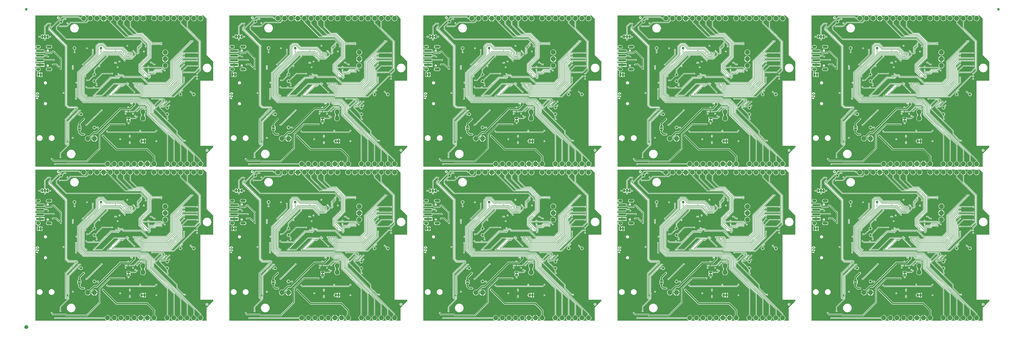
<source format=gbl>
%TF.GenerationSoftware,KiCad,Pcbnew,8.0.6*%
%TF.CreationDate,2025-02-07T12:31:57-07:00*%
%TF.ProjectId,SparkFun_IoT_RedBoard-RP2350_panelized,53706172-6b46-4756-9e5f-496f545f5265,v10*%
%TF.SameCoordinates,Original*%
%TF.FileFunction,Copper,L4,Bot*%
%TF.FilePolarity,Positive*%
%FSLAX46Y46*%
G04 Gerber Fmt 4.6, Leading zero omitted, Abs format (unit mm)*
G04 Created by KiCad (PCBNEW 8.0.6) date 2025-02-07 12:31:57*
%MOMM*%
%LPD*%
G01*
G04 APERTURE LIST*
G04 Aperture macros list*
%AMRoundRect*
0 Rectangle with rounded corners*
0 $1 Rounding radius*
0 $2 $3 $4 $5 $6 $7 $8 $9 X,Y pos of 4 corners*
0 Add a 4 corners polygon primitive as box body*
4,1,4,$2,$3,$4,$5,$6,$7,$8,$9,$2,$3,0*
0 Add four circle primitives for the rounded corners*
1,1,$1+$1,$2,$3*
1,1,$1+$1,$4,$5*
1,1,$1+$1,$6,$7*
1,1,$1+$1,$8,$9*
0 Add four rect primitives between the rounded corners*
20,1,$1+$1,$2,$3,$4,$5,0*
20,1,$1+$1,$4,$5,$6,$7,0*
20,1,$1+$1,$6,$7,$8,$9,0*
20,1,$1+$1,$8,$9,$2,$3,0*%
G04 Aperture macros list end*
%ADD10C,0.254000*%
%TA.AperFunction,EtchedComponent*%
%ADD11C,0.000000*%
%TD*%
%TA.AperFunction,SMDPad,CuDef*%
%ADD12C,1.000000*%
%TD*%
%TA.AperFunction,SMDPad,CuDef*%
%ADD13C,1.500000*%
%TD*%
%TA.AperFunction,SMDPad,CuDef*%
%ADD14RoundRect,0.508000X0.000010X-0.000010X0.000010X0.000010X-0.000010X0.000010X-0.000010X-0.000010X0*%
%TD*%
%TA.AperFunction,SMDPad,CuDef*%
%ADD15RoundRect,0.508000X0.000010X0.000010X-0.000010X0.000010X-0.000010X-0.000010X0.000010X-0.000010X0*%
%TD*%
%TA.AperFunction,SMDPad,CuDef*%
%ADD16R,0.660400X1.270000*%
%TD*%
%TA.AperFunction,SMDPad,CuDef*%
%ADD17R,1.270000X0.635000*%
%TD*%
%TA.AperFunction,ComponentPad*%
%ADD18C,1.879600*%
%TD*%
%TA.AperFunction,SMDPad,CuDef*%
%ADD19R,1.270000X0.660400*%
%TD*%
%TA.AperFunction,SMDPad,CuDef*%
%ADD20R,3.000000X0.900000*%
%TD*%
%TA.AperFunction,SMDPad,CuDef*%
%ADD21C,0.500000*%
%TD*%
%TA.AperFunction,ComponentPad*%
%ADD22O,1.600000X1.000000*%
%TD*%
%TA.AperFunction,ComponentPad*%
%ADD23O,2.100000X1.000000*%
%TD*%
%TA.AperFunction,ViaPad*%
%ADD24C,0.350000*%
%TD*%
%TA.AperFunction,Conductor*%
%ADD25C,0.150000*%
%TD*%
%TA.AperFunction,Conductor*%
%ADD26C,0.240000*%
%TD*%
%TA.AperFunction,Conductor*%
%ADD27C,0.200000*%
%TD*%
%TA.AperFunction,Conductor*%
%ADD28C,0.300000*%
%TD*%
%TA.AperFunction,Conductor*%
%ADD29C,0.152400*%
%TD*%
%TA.AperFunction,Conductor*%
%ADD30C,0.500000*%
%TD*%
G04 APERTURE END LIST*
D10*
G36*
X298761337Y87512936D02*
G01*
X298827193Y87480008D01*
X298846432Y87460769D01*
X298872187Y87409259D01*
X298872187Y87372457D01*
X298846432Y87320947D01*
X298827193Y87301708D01*
X298761337Y87268780D01*
X298596505Y87227572D01*
X298385868Y87227572D01*
X298221036Y87268780D01*
X298155178Y87301709D01*
X298135943Y87320945D01*
X298110187Y87372457D01*
X298110187Y87409259D01*
X298135943Y87460772D01*
X298155178Y87480008D01*
X298221036Y87512936D01*
X298385868Y87554144D01*
X298596505Y87554144D01*
X298761337Y87512936D01*
G37*
G36*
X299253187Y85057841D02*
G01*
X297729187Y85057841D01*
X297729187Y85570944D01*
X297857551Y85570944D01*
X297858473Y85552382D01*
X297857551Y85533820D01*
X297859694Y85527818D01*
X297860011Y85521452D01*
X297867966Y85504658D01*
X297874217Y85487155D01*
X297878495Y85482430D01*
X297881224Y85476668D01*
X297895001Y85464197D01*
X297907473Y85450419D01*
X297913234Y85447691D01*
X297917960Y85443412D01*
X297940472Y85432781D01*
X298617805Y85190876D01*
X298641958Y85184841D01*
X298691450Y85187301D01*
X298736234Y85208514D01*
X298769490Y85245250D01*
X298786156Y85291916D01*
X298783696Y85341407D01*
X298762482Y85386191D01*
X298725746Y85419447D01*
X298703234Y85430078D01*
X298360783Y85552382D01*
X298703234Y85674686D01*
X298725746Y85685317D01*
X298762482Y85718573D01*
X298783696Y85763357D01*
X298786156Y85812848D01*
X298769490Y85859514D01*
X298736234Y85896250D01*
X298691450Y85917463D01*
X298641958Y85919923D01*
X298617805Y85913888D01*
X297940472Y85671983D01*
X297917960Y85661352D01*
X297913234Y85657074D01*
X297907473Y85654345D01*
X297895001Y85640568D01*
X297881224Y85628096D01*
X297878495Y85622335D01*
X297874217Y85617609D01*
X297867966Y85600107D01*
X297860011Y85583312D01*
X297859694Y85576947D01*
X297857551Y85570944D01*
X297729187Y85570944D01*
X297729187Y86713525D01*
X297856187Y86713525D01*
X297856187Y86132953D01*
X297858627Y86108177D01*
X297877590Y86062396D01*
X297912630Y86027356D01*
X297958411Y86008393D01*
X298007963Y86008393D01*
X298053744Y86027356D01*
X298088784Y86062396D01*
X298107747Y86108177D01*
X298110187Y86132953D01*
X298110187Y86296239D01*
X298649813Y86296239D01*
X298643690Y86286511D01*
X298595309Y86189749D01*
X298586411Y86166498D01*
X298582898Y86117069D01*
X298598568Y86070058D01*
X298631036Y86032623D01*
X298675356Y86010463D01*
X298724785Y86006950D01*
X298771796Y86022620D01*
X298809231Y86055088D01*
X298822493Y86076157D01*
X298861656Y86154484D01*
X298934955Y86227784D01*
X299069634Y86317569D01*
X299069701Y86317625D01*
X299069744Y86317642D01*
X299069838Y86317737D01*
X299088895Y86333342D01*
X299095892Y86343791D01*
X299104784Y86352682D01*
X299109545Y86364177D01*
X299116469Y86374515D01*
X299118935Y86386846D01*
X299123747Y86398463D01*
X299123747Y86410907D01*
X299126187Y86423107D01*
X299123747Y86435441D01*
X299123747Y86448015D01*
X299118984Y86459513D01*
X299116570Y86471717D01*
X299109596Y86482178D01*
X299104784Y86493796D01*
X299095985Y86502595D01*
X299089084Y86512947D01*
X299078635Y86519945D01*
X299069744Y86528836D01*
X299058249Y86533598D01*
X299047911Y86540521D01*
X299035580Y86542988D01*
X299023963Y86547799D01*
X298999447Y86550214D01*
X298999319Y86550239D01*
X298999275Y86550231D01*
X298999187Y86550239D01*
X298110187Y86550239D01*
X298110187Y86713525D01*
X298107747Y86738301D01*
X298088784Y86784082D01*
X298053744Y86819122D01*
X298007963Y86838085D01*
X297958411Y86838085D01*
X297912630Y86819122D01*
X297877590Y86784082D01*
X297858627Y86738301D01*
X297856187Y86713525D01*
X297729187Y86713525D01*
X297729187Y87439239D01*
X297856187Y87439239D01*
X297856187Y87342477D01*
X297858627Y87317701D01*
X297860373Y87313485D01*
X297860697Y87308932D01*
X297869595Y87285681D01*
X297917976Y87188919D01*
X297924687Y87178257D01*
X297925971Y87175158D01*
X297928833Y87171671D01*
X297931238Y87167850D01*
X297933772Y87165652D01*
X297941765Y87155913D01*
X297990144Y87107533D01*
X297999885Y87099539D01*
X298002083Y87097004D01*
X298005900Y87094601D01*
X298009389Y87091738D01*
X298012488Y87090454D01*
X298023152Y87083742D01*
X298119914Y87035361D01*
X298121726Y87034668D01*
X298122464Y87034121D01*
X298132856Y87030409D01*
X298143165Y87026463D01*
X298144080Y87026398D01*
X298145908Y87025745D01*
X298339432Y86977364D01*
X298343727Y86976729D01*
X298345458Y86976012D01*
X298354787Y86975094D01*
X298364060Y86973722D01*
X298365912Y86973998D01*
X298370234Y86973572D01*
X298612139Y86973572D01*
X298616460Y86973998D01*
X298618313Y86973722D01*
X298627585Y86975094D01*
X298636915Y86976012D01*
X298638645Y86976729D01*
X298642941Y86977364D01*
X298836465Y87025745D01*
X298838292Y87026398D01*
X298839208Y87026463D01*
X298849508Y87030406D01*
X298859910Y87034121D01*
X298860648Y87034669D01*
X298862459Y87035361D01*
X298959221Y87083742D01*
X298969885Y87090456D01*
X298972983Y87091738D01*
X298976469Y87094600D01*
X298980290Y87097004D01*
X298982487Y87099538D01*
X298992228Y87107531D01*
X299040609Y87155912D01*
X299048602Y87165653D01*
X299051136Y87167850D01*
X299053540Y87171671D01*
X299056402Y87175157D01*
X299057684Y87178255D01*
X299064398Y87188919D01*
X299112779Y87285681D01*
X299121677Y87308932D01*
X299122000Y87313485D01*
X299123747Y87317701D01*
X299126187Y87342477D01*
X299126187Y87439239D01*
X299123747Y87464015D01*
X299122000Y87468232D01*
X299121677Y87472784D01*
X299112779Y87496035D01*
X299064398Y87592797D01*
X299057684Y87603462D01*
X299056402Y87606559D01*
X299053540Y87610046D01*
X299051136Y87613866D01*
X299048602Y87616064D01*
X299040609Y87625804D01*
X298992228Y87674185D01*
X298982487Y87682179D01*
X298980290Y87684712D01*
X298976469Y87687117D01*
X298972983Y87689978D01*
X298969885Y87691261D01*
X298959221Y87697974D01*
X298862459Y87746355D01*
X298860648Y87747048D01*
X298859910Y87747595D01*
X298849508Y87751311D01*
X298839208Y87755253D01*
X298838292Y87755319D01*
X298836465Y87755971D01*
X298642941Y87804352D01*
X298638645Y87804988D01*
X298636915Y87805704D01*
X298627585Y87806623D01*
X298618313Y87807994D01*
X298616460Y87807719D01*
X298612139Y87808144D01*
X298370234Y87808144D01*
X298365912Y87807719D01*
X298364060Y87807994D01*
X298354787Y87806623D01*
X298345458Y87805704D01*
X298343727Y87804988D01*
X298339432Y87804352D01*
X298145908Y87755971D01*
X298144080Y87755319D01*
X298143165Y87755253D01*
X298132856Y87751308D01*
X298122464Y87747595D01*
X298121726Y87747049D01*
X298119914Y87746355D01*
X298023152Y87697974D01*
X298012488Y87691263D01*
X298009389Y87689978D01*
X298005900Y87687116D01*
X298002083Y87684712D01*
X297999885Y87682178D01*
X297990144Y87674183D01*
X297941765Y87625803D01*
X297933772Y87616065D01*
X297931238Y87613866D01*
X297928833Y87610046D01*
X297925971Y87606558D01*
X297924687Y87603460D01*
X297917976Y87592797D01*
X297869595Y87496035D01*
X297860697Y87472784D01*
X297860373Y87468232D01*
X297858627Y87464015D01*
X297856187Y87439239D01*
X297729187Y87439239D01*
X297729187Y87935144D01*
X299253187Y87935144D01*
X299253187Y85057841D01*
G37*
G36*
X298761337Y28392936D02*
G01*
X298827193Y28360008D01*
X298846432Y28340769D01*
X298872187Y28289259D01*
X298872187Y28252457D01*
X298846432Y28200947D01*
X298827193Y28181708D01*
X298761337Y28148780D01*
X298596505Y28107572D01*
X298385868Y28107572D01*
X298221036Y28148780D01*
X298155178Y28181709D01*
X298135943Y28200945D01*
X298110187Y28252457D01*
X298110187Y28289259D01*
X298135943Y28340772D01*
X298155178Y28360008D01*
X298221036Y28392936D01*
X298385868Y28434144D01*
X298596505Y28434144D01*
X298761337Y28392936D01*
G37*
G36*
X299253187Y25937841D02*
G01*
X297729187Y25937841D01*
X297729187Y26450944D01*
X297857551Y26450944D01*
X297858473Y26432382D01*
X297857551Y26413820D01*
X297859694Y26407818D01*
X297860011Y26401452D01*
X297867966Y26384658D01*
X297874217Y26367155D01*
X297878495Y26362430D01*
X297881224Y26356668D01*
X297895001Y26344197D01*
X297907473Y26330419D01*
X297913234Y26327691D01*
X297917960Y26323412D01*
X297940472Y26312781D01*
X298617805Y26070876D01*
X298641958Y26064841D01*
X298691450Y26067301D01*
X298736234Y26088514D01*
X298769490Y26125250D01*
X298786156Y26171916D01*
X298783696Y26221407D01*
X298762482Y26266191D01*
X298725746Y26299447D01*
X298703234Y26310078D01*
X298360783Y26432382D01*
X298703234Y26554686D01*
X298725746Y26565317D01*
X298762482Y26598573D01*
X298783696Y26643357D01*
X298786156Y26692848D01*
X298769490Y26739514D01*
X298736234Y26776250D01*
X298691450Y26797463D01*
X298641958Y26799923D01*
X298617805Y26793888D01*
X297940472Y26551983D01*
X297917960Y26541352D01*
X297913234Y26537074D01*
X297907473Y26534345D01*
X297895001Y26520568D01*
X297881224Y26508096D01*
X297878495Y26502335D01*
X297874217Y26497609D01*
X297867966Y26480107D01*
X297860011Y26463312D01*
X297859694Y26456947D01*
X297857551Y26450944D01*
X297729187Y26450944D01*
X297729187Y27593525D01*
X297856187Y27593525D01*
X297856187Y27012953D01*
X297858627Y26988177D01*
X297877590Y26942396D01*
X297912630Y26907356D01*
X297958411Y26888393D01*
X298007963Y26888393D01*
X298053744Y26907356D01*
X298088784Y26942396D01*
X298107747Y26988177D01*
X298110187Y27012953D01*
X298110187Y27176239D01*
X298649813Y27176239D01*
X298643690Y27166511D01*
X298595309Y27069749D01*
X298586411Y27046498D01*
X298582898Y26997069D01*
X298598568Y26950058D01*
X298631036Y26912623D01*
X298675356Y26890463D01*
X298724785Y26886950D01*
X298771796Y26902620D01*
X298809231Y26935088D01*
X298822493Y26956157D01*
X298861656Y27034484D01*
X298934955Y27107784D01*
X299069634Y27197569D01*
X299069701Y27197625D01*
X299069744Y27197642D01*
X299069838Y27197737D01*
X299088895Y27213342D01*
X299095892Y27223791D01*
X299104784Y27232682D01*
X299109545Y27244177D01*
X299116469Y27254515D01*
X299118935Y27266846D01*
X299123747Y27278463D01*
X299123747Y27290907D01*
X299126187Y27303107D01*
X299123747Y27315441D01*
X299123747Y27328015D01*
X299118984Y27339513D01*
X299116570Y27351717D01*
X299109596Y27362178D01*
X299104784Y27373796D01*
X299095985Y27382595D01*
X299089084Y27392947D01*
X299078635Y27399945D01*
X299069744Y27408836D01*
X299058249Y27413598D01*
X299047911Y27420521D01*
X299035580Y27422988D01*
X299023963Y27427799D01*
X298999447Y27430214D01*
X298999319Y27430239D01*
X298999275Y27430231D01*
X298999187Y27430239D01*
X298110187Y27430239D01*
X298110187Y27593525D01*
X298107747Y27618301D01*
X298088784Y27664082D01*
X298053744Y27699122D01*
X298007963Y27718085D01*
X297958411Y27718085D01*
X297912630Y27699122D01*
X297877590Y27664082D01*
X297858627Y27618301D01*
X297856187Y27593525D01*
X297729187Y27593525D01*
X297729187Y28319239D01*
X297856187Y28319239D01*
X297856187Y28222477D01*
X297858627Y28197701D01*
X297860373Y28193485D01*
X297860697Y28188932D01*
X297869595Y28165681D01*
X297917976Y28068919D01*
X297924687Y28058257D01*
X297925971Y28055158D01*
X297928833Y28051671D01*
X297931238Y28047850D01*
X297933772Y28045652D01*
X297941765Y28035913D01*
X297990144Y27987533D01*
X297999885Y27979539D01*
X298002083Y27977004D01*
X298005900Y27974601D01*
X298009389Y27971738D01*
X298012488Y27970454D01*
X298023152Y27963742D01*
X298119914Y27915361D01*
X298121726Y27914668D01*
X298122464Y27914121D01*
X298132856Y27910409D01*
X298143165Y27906463D01*
X298144080Y27906398D01*
X298145908Y27905745D01*
X298339432Y27857364D01*
X298343727Y27856729D01*
X298345458Y27856012D01*
X298354787Y27855094D01*
X298364060Y27853722D01*
X298365912Y27853998D01*
X298370234Y27853572D01*
X298612139Y27853572D01*
X298616460Y27853998D01*
X298618313Y27853722D01*
X298627585Y27855094D01*
X298636915Y27856012D01*
X298638645Y27856729D01*
X298642941Y27857364D01*
X298836465Y27905745D01*
X298838292Y27906398D01*
X298839208Y27906463D01*
X298849508Y27910406D01*
X298859910Y27914121D01*
X298860648Y27914669D01*
X298862459Y27915361D01*
X298959221Y27963742D01*
X298969885Y27970456D01*
X298972983Y27971738D01*
X298976469Y27974600D01*
X298980290Y27977004D01*
X298982487Y27979538D01*
X298992228Y27987531D01*
X299040609Y28035912D01*
X299048602Y28045653D01*
X299051136Y28047850D01*
X299053540Y28051671D01*
X299056402Y28055157D01*
X299057684Y28058255D01*
X299064398Y28068919D01*
X299112779Y28165681D01*
X299121677Y28188932D01*
X299122000Y28193485D01*
X299123747Y28197701D01*
X299126187Y28222477D01*
X299126187Y28319239D01*
X299123747Y28344015D01*
X299122000Y28348232D01*
X299121677Y28352784D01*
X299112779Y28376035D01*
X299064398Y28472797D01*
X299057684Y28483462D01*
X299056402Y28486559D01*
X299053540Y28490046D01*
X299051136Y28493866D01*
X299048602Y28496064D01*
X299040609Y28505804D01*
X298992228Y28554185D01*
X298982487Y28562179D01*
X298980290Y28564712D01*
X298976469Y28567117D01*
X298972983Y28569978D01*
X298969885Y28571261D01*
X298959221Y28577974D01*
X298862459Y28626355D01*
X298860648Y28627048D01*
X298859910Y28627595D01*
X298849508Y28631311D01*
X298839208Y28635253D01*
X298838292Y28635319D01*
X298836465Y28635971D01*
X298642941Y28684352D01*
X298638645Y28684988D01*
X298636915Y28685704D01*
X298627585Y28686623D01*
X298618313Y28687994D01*
X298616460Y28687719D01*
X298612139Y28688144D01*
X298370234Y28688144D01*
X298365912Y28687719D01*
X298364060Y28687994D01*
X298354787Y28686623D01*
X298345458Y28685704D01*
X298343727Y28684988D01*
X298339432Y28684352D01*
X298145908Y28635971D01*
X298144080Y28635319D01*
X298143165Y28635253D01*
X298132856Y28631308D01*
X298122464Y28627595D01*
X298121726Y28627049D01*
X298119914Y28626355D01*
X298023152Y28577974D01*
X298012488Y28571263D01*
X298009389Y28569978D01*
X298005900Y28567116D01*
X298002083Y28564712D01*
X297999885Y28562178D01*
X297990144Y28554183D01*
X297941765Y28505803D01*
X297933772Y28496065D01*
X297931238Y28493866D01*
X297928833Y28490046D01*
X297925971Y28486558D01*
X297924687Y28483460D01*
X297917976Y28472797D01*
X297869595Y28376035D01*
X297860697Y28352784D01*
X297860373Y28348232D01*
X297858627Y28344015D01*
X297856187Y28319239D01*
X297729187Y28319239D01*
X297729187Y28815144D01*
X299253187Y28815144D01*
X299253187Y25937841D01*
G37*
G36*
X224401337Y87512936D02*
G01*
X224467193Y87480008D01*
X224486432Y87460769D01*
X224512187Y87409259D01*
X224512187Y87372457D01*
X224486432Y87320947D01*
X224467193Y87301708D01*
X224401337Y87268780D01*
X224236505Y87227572D01*
X224025868Y87227572D01*
X223861036Y87268780D01*
X223795178Y87301709D01*
X223775943Y87320945D01*
X223750187Y87372457D01*
X223750187Y87409259D01*
X223775943Y87460772D01*
X223795178Y87480008D01*
X223861036Y87512936D01*
X224025868Y87554144D01*
X224236505Y87554144D01*
X224401337Y87512936D01*
G37*
G36*
X224893187Y85057841D02*
G01*
X223369187Y85057841D01*
X223369187Y85570944D01*
X223497551Y85570944D01*
X223498473Y85552382D01*
X223497551Y85533820D01*
X223499694Y85527818D01*
X223500011Y85521452D01*
X223507966Y85504658D01*
X223514217Y85487155D01*
X223518495Y85482430D01*
X223521224Y85476668D01*
X223535001Y85464197D01*
X223547473Y85450419D01*
X223553234Y85447691D01*
X223557960Y85443412D01*
X223580472Y85432781D01*
X224257805Y85190876D01*
X224281958Y85184841D01*
X224331450Y85187301D01*
X224376234Y85208514D01*
X224409490Y85245250D01*
X224426156Y85291916D01*
X224423696Y85341407D01*
X224402482Y85386191D01*
X224365746Y85419447D01*
X224343234Y85430078D01*
X224000783Y85552382D01*
X224343234Y85674686D01*
X224365746Y85685317D01*
X224402482Y85718573D01*
X224423696Y85763357D01*
X224426156Y85812848D01*
X224409490Y85859514D01*
X224376234Y85896250D01*
X224331450Y85917463D01*
X224281958Y85919923D01*
X224257805Y85913888D01*
X223580472Y85671983D01*
X223557960Y85661352D01*
X223553234Y85657074D01*
X223547473Y85654345D01*
X223535001Y85640568D01*
X223521224Y85628096D01*
X223518495Y85622335D01*
X223514217Y85617609D01*
X223507966Y85600107D01*
X223500011Y85583312D01*
X223499694Y85576947D01*
X223497551Y85570944D01*
X223369187Y85570944D01*
X223369187Y86713525D01*
X223496187Y86713525D01*
X223496187Y86132953D01*
X223498627Y86108177D01*
X223517590Y86062396D01*
X223552630Y86027356D01*
X223598411Y86008393D01*
X223647963Y86008393D01*
X223693744Y86027356D01*
X223728784Y86062396D01*
X223747747Y86108177D01*
X223750187Y86132953D01*
X223750187Y86296239D01*
X224289813Y86296239D01*
X224283690Y86286511D01*
X224235309Y86189749D01*
X224226411Y86166498D01*
X224222898Y86117069D01*
X224238568Y86070058D01*
X224271036Y86032623D01*
X224315356Y86010463D01*
X224364785Y86006950D01*
X224411796Y86022620D01*
X224449231Y86055088D01*
X224462493Y86076157D01*
X224501656Y86154484D01*
X224574955Y86227784D01*
X224709634Y86317569D01*
X224709701Y86317625D01*
X224709744Y86317642D01*
X224709838Y86317737D01*
X224728895Y86333342D01*
X224735892Y86343791D01*
X224744784Y86352682D01*
X224749545Y86364177D01*
X224756469Y86374515D01*
X224758935Y86386846D01*
X224763747Y86398463D01*
X224763747Y86410907D01*
X224766187Y86423107D01*
X224763747Y86435441D01*
X224763747Y86448015D01*
X224758984Y86459513D01*
X224756570Y86471717D01*
X224749596Y86482178D01*
X224744784Y86493796D01*
X224735985Y86502595D01*
X224729084Y86512947D01*
X224718635Y86519945D01*
X224709744Y86528836D01*
X224698249Y86533598D01*
X224687911Y86540521D01*
X224675580Y86542988D01*
X224663963Y86547799D01*
X224639447Y86550214D01*
X224639319Y86550239D01*
X224639275Y86550231D01*
X224639187Y86550239D01*
X223750187Y86550239D01*
X223750187Y86713525D01*
X223747747Y86738301D01*
X223728784Y86784082D01*
X223693744Y86819122D01*
X223647963Y86838085D01*
X223598411Y86838085D01*
X223552630Y86819122D01*
X223517590Y86784082D01*
X223498627Y86738301D01*
X223496187Y86713525D01*
X223369187Y86713525D01*
X223369187Y87439239D01*
X223496187Y87439239D01*
X223496187Y87342477D01*
X223498627Y87317701D01*
X223500373Y87313485D01*
X223500697Y87308932D01*
X223509595Y87285681D01*
X223557976Y87188919D01*
X223564687Y87178257D01*
X223565971Y87175158D01*
X223568833Y87171671D01*
X223571238Y87167850D01*
X223573772Y87165652D01*
X223581765Y87155913D01*
X223630144Y87107533D01*
X223639885Y87099539D01*
X223642083Y87097004D01*
X223645900Y87094601D01*
X223649389Y87091738D01*
X223652488Y87090454D01*
X223663152Y87083742D01*
X223759914Y87035361D01*
X223761726Y87034668D01*
X223762464Y87034121D01*
X223772856Y87030409D01*
X223783165Y87026463D01*
X223784080Y87026398D01*
X223785908Y87025745D01*
X223979432Y86977364D01*
X223983727Y86976729D01*
X223985458Y86976012D01*
X223994787Y86975094D01*
X224004060Y86973722D01*
X224005912Y86973998D01*
X224010234Y86973572D01*
X224252139Y86973572D01*
X224256460Y86973998D01*
X224258313Y86973722D01*
X224267585Y86975094D01*
X224276915Y86976012D01*
X224278645Y86976729D01*
X224282941Y86977364D01*
X224476465Y87025745D01*
X224478292Y87026398D01*
X224479208Y87026463D01*
X224489508Y87030406D01*
X224499910Y87034121D01*
X224500648Y87034669D01*
X224502459Y87035361D01*
X224599221Y87083742D01*
X224609885Y87090456D01*
X224612983Y87091738D01*
X224616469Y87094600D01*
X224620290Y87097004D01*
X224622487Y87099538D01*
X224632228Y87107531D01*
X224680609Y87155912D01*
X224688602Y87165653D01*
X224691136Y87167850D01*
X224693540Y87171671D01*
X224696402Y87175157D01*
X224697684Y87178255D01*
X224704398Y87188919D01*
X224752779Y87285681D01*
X224761677Y87308932D01*
X224762000Y87313485D01*
X224763747Y87317701D01*
X224766187Y87342477D01*
X224766187Y87439239D01*
X224763747Y87464015D01*
X224762000Y87468232D01*
X224761677Y87472784D01*
X224752779Y87496035D01*
X224704398Y87592797D01*
X224697684Y87603462D01*
X224696402Y87606559D01*
X224693540Y87610046D01*
X224691136Y87613866D01*
X224688602Y87616064D01*
X224680609Y87625804D01*
X224632228Y87674185D01*
X224622487Y87682179D01*
X224620290Y87684712D01*
X224616469Y87687117D01*
X224612983Y87689978D01*
X224609885Y87691261D01*
X224599221Y87697974D01*
X224502459Y87746355D01*
X224500648Y87747048D01*
X224499910Y87747595D01*
X224489508Y87751311D01*
X224479208Y87755253D01*
X224478292Y87755319D01*
X224476465Y87755971D01*
X224282941Y87804352D01*
X224278645Y87804988D01*
X224276915Y87805704D01*
X224267585Y87806623D01*
X224258313Y87807994D01*
X224256460Y87807719D01*
X224252139Y87808144D01*
X224010234Y87808144D01*
X224005912Y87807719D01*
X224004060Y87807994D01*
X223994787Y87806623D01*
X223985458Y87805704D01*
X223983727Y87804988D01*
X223979432Y87804352D01*
X223785908Y87755971D01*
X223784080Y87755319D01*
X223783165Y87755253D01*
X223772856Y87751308D01*
X223762464Y87747595D01*
X223761726Y87747049D01*
X223759914Y87746355D01*
X223663152Y87697974D01*
X223652488Y87691263D01*
X223649389Y87689978D01*
X223645900Y87687116D01*
X223642083Y87684712D01*
X223639885Y87682178D01*
X223630144Y87674183D01*
X223581765Y87625803D01*
X223573772Y87616065D01*
X223571238Y87613866D01*
X223568833Y87610046D01*
X223565971Y87606558D01*
X223564687Y87603460D01*
X223557976Y87592797D01*
X223509595Y87496035D01*
X223500697Y87472784D01*
X223500373Y87468232D01*
X223498627Y87464015D01*
X223496187Y87439239D01*
X223369187Y87439239D01*
X223369187Y87935144D01*
X224893187Y87935144D01*
X224893187Y85057841D01*
G37*
G36*
X224401337Y28392936D02*
G01*
X224467193Y28360008D01*
X224486432Y28340769D01*
X224512187Y28289259D01*
X224512187Y28252457D01*
X224486432Y28200947D01*
X224467193Y28181708D01*
X224401337Y28148780D01*
X224236505Y28107572D01*
X224025868Y28107572D01*
X223861036Y28148780D01*
X223795178Y28181709D01*
X223775943Y28200945D01*
X223750187Y28252457D01*
X223750187Y28289259D01*
X223775943Y28340772D01*
X223795178Y28360008D01*
X223861036Y28392936D01*
X224025868Y28434144D01*
X224236505Y28434144D01*
X224401337Y28392936D01*
G37*
G36*
X224893187Y25937841D02*
G01*
X223369187Y25937841D01*
X223369187Y26450944D01*
X223497551Y26450944D01*
X223498473Y26432382D01*
X223497551Y26413820D01*
X223499694Y26407818D01*
X223500011Y26401452D01*
X223507966Y26384658D01*
X223514217Y26367155D01*
X223518495Y26362430D01*
X223521224Y26356668D01*
X223535001Y26344197D01*
X223547473Y26330419D01*
X223553234Y26327691D01*
X223557960Y26323412D01*
X223580472Y26312781D01*
X224257805Y26070876D01*
X224281958Y26064841D01*
X224331450Y26067301D01*
X224376234Y26088514D01*
X224409490Y26125250D01*
X224426156Y26171916D01*
X224423696Y26221407D01*
X224402482Y26266191D01*
X224365746Y26299447D01*
X224343234Y26310078D01*
X224000783Y26432382D01*
X224343234Y26554686D01*
X224365746Y26565317D01*
X224402482Y26598573D01*
X224423696Y26643357D01*
X224426156Y26692848D01*
X224409490Y26739514D01*
X224376234Y26776250D01*
X224331450Y26797463D01*
X224281958Y26799923D01*
X224257805Y26793888D01*
X223580472Y26551983D01*
X223557960Y26541352D01*
X223553234Y26537074D01*
X223547473Y26534345D01*
X223535001Y26520568D01*
X223521224Y26508096D01*
X223518495Y26502335D01*
X223514217Y26497609D01*
X223507966Y26480107D01*
X223500011Y26463312D01*
X223499694Y26456947D01*
X223497551Y26450944D01*
X223369187Y26450944D01*
X223369187Y27593525D01*
X223496187Y27593525D01*
X223496187Y27012953D01*
X223498627Y26988177D01*
X223517590Y26942396D01*
X223552630Y26907356D01*
X223598411Y26888393D01*
X223647963Y26888393D01*
X223693744Y26907356D01*
X223728784Y26942396D01*
X223747747Y26988177D01*
X223750187Y27012953D01*
X223750187Y27176239D01*
X224289813Y27176239D01*
X224283690Y27166511D01*
X224235309Y27069749D01*
X224226411Y27046498D01*
X224222898Y26997069D01*
X224238568Y26950058D01*
X224271036Y26912623D01*
X224315356Y26890463D01*
X224364785Y26886950D01*
X224411796Y26902620D01*
X224449231Y26935088D01*
X224462493Y26956157D01*
X224501656Y27034484D01*
X224574955Y27107784D01*
X224709634Y27197569D01*
X224709701Y27197625D01*
X224709744Y27197642D01*
X224709838Y27197737D01*
X224728895Y27213342D01*
X224735892Y27223791D01*
X224744784Y27232682D01*
X224749545Y27244177D01*
X224756469Y27254515D01*
X224758935Y27266846D01*
X224763747Y27278463D01*
X224763747Y27290907D01*
X224766187Y27303107D01*
X224763747Y27315441D01*
X224763747Y27328015D01*
X224758984Y27339513D01*
X224756570Y27351717D01*
X224749596Y27362178D01*
X224744784Y27373796D01*
X224735985Y27382595D01*
X224729084Y27392947D01*
X224718635Y27399945D01*
X224709744Y27408836D01*
X224698249Y27413598D01*
X224687911Y27420521D01*
X224675580Y27422988D01*
X224663963Y27427799D01*
X224639447Y27430214D01*
X224639319Y27430239D01*
X224639275Y27430231D01*
X224639187Y27430239D01*
X223750187Y27430239D01*
X223750187Y27593525D01*
X223747747Y27618301D01*
X223728784Y27664082D01*
X223693744Y27699122D01*
X223647963Y27718085D01*
X223598411Y27718085D01*
X223552630Y27699122D01*
X223517590Y27664082D01*
X223498627Y27618301D01*
X223496187Y27593525D01*
X223369187Y27593525D01*
X223369187Y28319239D01*
X223496187Y28319239D01*
X223496187Y28222477D01*
X223498627Y28197701D01*
X223500373Y28193485D01*
X223500697Y28188932D01*
X223509595Y28165681D01*
X223557976Y28068919D01*
X223564687Y28058257D01*
X223565971Y28055158D01*
X223568833Y28051671D01*
X223571238Y28047850D01*
X223573772Y28045652D01*
X223581765Y28035913D01*
X223630144Y27987533D01*
X223639885Y27979539D01*
X223642083Y27977004D01*
X223645900Y27974601D01*
X223649389Y27971738D01*
X223652488Y27970454D01*
X223663152Y27963742D01*
X223759914Y27915361D01*
X223761726Y27914668D01*
X223762464Y27914121D01*
X223772856Y27910409D01*
X223783165Y27906463D01*
X223784080Y27906398D01*
X223785908Y27905745D01*
X223979432Y27857364D01*
X223983727Y27856729D01*
X223985458Y27856012D01*
X223994787Y27855094D01*
X224004060Y27853722D01*
X224005912Y27853998D01*
X224010234Y27853572D01*
X224252139Y27853572D01*
X224256460Y27853998D01*
X224258313Y27853722D01*
X224267585Y27855094D01*
X224276915Y27856012D01*
X224278645Y27856729D01*
X224282941Y27857364D01*
X224476465Y27905745D01*
X224478292Y27906398D01*
X224479208Y27906463D01*
X224489508Y27910406D01*
X224499910Y27914121D01*
X224500648Y27914669D01*
X224502459Y27915361D01*
X224599221Y27963742D01*
X224609885Y27970456D01*
X224612983Y27971738D01*
X224616469Y27974600D01*
X224620290Y27977004D01*
X224622487Y27979538D01*
X224632228Y27987531D01*
X224680609Y28035912D01*
X224688602Y28045653D01*
X224691136Y28047850D01*
X224693540Y28051671D01*
X224696402Y28055157D01*
X224697684Y28058255D01*
X224704398Y28068919D01*
X224752779Y28165681D01*
X224761677Y28188932D01*
X224762000Y28193485D01*
X224763747Y28197701D01*
X224766187Y28222477D01*
X224766187Y28319239D01*
X224763747Y28344015D01*
X224762000Y28348232D01*
X224761677Y28352784D01*
X224752779Y28376035D01*
X224704398Y28472797D01*
X224697684Y28483462D01*
X224696402Y28486559D01*
X224693540Y28490046D01*
X224691136Y28493866D01*
X224688602Y28496064D01*
X224680609Y28505804D01*
X224632228Y28554185D01*
X224622487Y28562179D01*
X224620290Y28564712D01*
X224616469Y28567117D01*
X224612983Y28569978D01*
X224609885Y28571261D01*
X224599221Y28577974D01*
X224502459Y28626355D01*
X224500648Y28627048D01*
X224499910Y28627595D01*
X224489508Y28631311D01*
X224479208Y28635253D01*
X224478292Y28635319D01*
X224476465Y28635971D01*
X224282941Y28684352D01*
X224278645Y28684988D01*
X224276915Y28685704D01*
X224267585Y28686623D01*
X224258313Y28687994D01*
X224256460Y28687719D01*
X224252139Y28688144D01*
X224010234Y28688144D01*
X224005912Y28687719D01*
X224004060Y28687994D01*
X223994787Y28686623D01*
X223985458Y28685704D01*
X223983727Y28684988D01*
X223979432Y28684352D01*
X223785908Y28635971D01*
X223784080Y28635319D01*
X223783165Y28635253D01*
X223772856Y28631308D01*
X223762464Y28627595D01*
X223761726Y28627049D01*
X223759914Y28626355D01*
X223663152Y28577974D01*
X223652488Y28571263D01*
X223649389Y28569978D01*
X223645900Y28567116D01*
X223642083Y28564712D01*
X223639885Y28562178D01*
X223630144Y28554183D01*
X223581765Y28505803D01*
X223573772Y28496065D01*
X223571238Y28493866D01*
X223568833Y28490046D01*
X223565971Y28486558D01*
X223564687Y28483460D01*
X223557976Y28472797D01*
X223509595Y28376035D01*
X223500697Y28352784D01*
X223500373Y28348232D01*
X223498627Y28344015D01*
X223496187Y28319239D01*
X223369187Y28319239D01*
X223369187Y28815144D01*
X224893187Y28815144D01*
X224893187Y25937841D01*
G37*
G36*
X150041337Y87512936D02*
G01*
X150107193Y87480008D01*
X150126432Y87460769D01*
X150152187Y87409259D01*
X150152187Y87372457D01*
X150126432Y87320947D01*
X150107193Y87301708D01*
X150041337Y87268780D01*
X149876505Y87227572D01*
X149665868Y87227572D01*
X149501036Y87268780D01*
X149435178Y87301709D01*
X149415943Y87320945D01*
X149390187Y87372457D01*
X149390187Y87409259D01*
X149415943Y87460772D01*
X149435178Y87480008D01*
X149501036Y87512936D01*
X149665868Y87554144D01*
X149876505Y87554144D01*
X150041337Y87512936D01*
G37*
G36*
X150533187Y85057841D02*
G01*
X149009187Y85057841D01*
X149009187Y85570944D01*
X149137551Y85570944D01*
X149138473Y85552382D01*
X149137551Y85533820D01*
X149139694Y85527818D01*
X149140011Y85521452D01*
X149147966Y85504658D01*
X149154217Y85487155D01*
X149158495Y85482430D01*
X149161224Y85476668D01*
X149175001Y85464197D01*
X149187473Y85450419D01*
X149193234Y85447691D01*
X149197960Y85443412D01*
X149220472Y85432781D01*
X149897805Y85190876D01*
X149921958Y85184841D01*
X149971450Y85187301D01*
X150016234Y85208514D01*
X150049490Y85245250D01*
X150066156Y85291916D01*
X150063696Y85341407D01*
X150042482Y85386191D01*
X150005746Y85419447D01*
X149983234Y85430078D01*
X149640783Y85552382D01*
X149983234Y85674686D01*
X150005746Y85685317D01*
X150042482Y85718573D01*
X150063696Y85763357D01*
X150066156Y85812848D01*
X150049490Y85859514D01*
X150016234Y85896250D01*
X149971450Y85917463D01*
X149921958Y85919923D01*
X149897805Y85913888D01*
X149220472Y85671983D01*
X149197960Y85661352D01*
X149193234Y85657074D01*
X149187473Y85654345D01*
X149175001Y85640568D01*
X149161224Y85628096D01*
X149158495Y85622335D01*
X149154217Y85617609D01*
X149147966Y85600107D01*
X149140011Y85583312D01*
X149139694Y85576947D01*
X149137551Y85570944D01*
X149009187Y85570944D01*
X149009187Y86713525D01*
X149136187Y86713525D01*
X149136187Y86132953D01*
X149138627Y86108177D01*
X149157590Y86062396D01*
X149192630Y86027356D01*
X149238411Y86008393D01*
X149287963Y86008393D01*
X149333744Y86027356D01*
X149368784Y86062396D01*
X149387747Y86108177D01*
X149390187Y86132953D01*
X149390187Y86296239D01*
X149929813Y86296239D01*
X149923690Y86286511D01*
X149875309Y86189749D01*
X149866411Y86166498D01*
X149862898Y86117069D01*
X149878568Y86070058D01*
X149911036Y86032623D01*
X149955356Y86010463D01*
X150004785Y86006950D01*
X150051796Y86022620D01*
X150089231Y86055088D01*
X150102493Y86076157D01*
X150141656Y86154484D01*
X150214955Y86227784D01*
X150349634Y86317569D01*
X150349701Y86317625D01*
X150349744Y86317642D01*
X150349838Y86317737D01*
X150368895Y86333342D01*
X150375892Y86343791D01*
X150384784Y86352682D01*
X150389545Y86364177D01*
X150396469Y86374515D01*
X150398935Y86386846D01*
X150403747Y86398463D01*
X150403747Y86410907D01*
X150406187Y86423107D01*
X150403747Y86435441D01*
X150403747Y86448015D01*
X150398984Y86459513D01*
X150396570Y86471717D01*
X150389596Y86482178D01*
X150384784Y86493796D01*
X150375985Y86502595D01*
X150369084Y86512947D01*
X150358635Y86519945D01*
X150349744Y86528836D01*
X150338249Y86533598D01*
X150327911Y86540521D01*
X150315580Y86542988D01*
X150303963Y86547799D01*
X150279447Y86550214D01*
X150279319Y86550239D01*
X150279275Y86550231D01*
X150279187Y86550239D01*
X149390187Y86550239D01*
X149390187Y86713525D01*
X149387747Y86738301D01*
X149368784Y86784082D01*
X149333744Y86819122D01*
X149287963Y86838085D01*
X149238411Y86838085D01*
X149192630Y86819122D01*
X149157590Y86784082D01*
X149138627Y86738301D01*
X149136187Y86713525D01*
X149009187Y86713525D01*
X149009187Y87439239D01*
X149136187Y87439239D01*
X149136187Y87342477D01*
X149138627Y87317701D01*
X149140373Y87313485D01*
X149140697Y87308932D01*
X149149595Y87285681D01*
X149197976Y87188919D01*
X149204687Y87178257D01*
X149205971Y87175158D01*
X149208833Y87171671D01*
X149211238Y87167850D01*
X149213772Y87165652D01*
X149221765Y87155913D01*
X149270144Y87107533D01*
X149279885Y87099539D01*
X149282083Y87097004D01*
X149285900Y87094601D01*
X149289389Y87091738D01*
X149292488Y87090454D01*
X149303152Y87083742D01*
X149399914Y87035361D01*
X149401726Y87034668D01*
X149402464Y87034121D01*
X149412856Y87030409D01*
X149423165Y87026463D01*
X149424080Y87026398D01*
X149425908Y87025745D01*
X149619432Y86977364D01*
X149623727Y86976729D01*
X149625458Y86976012D01*
X149634787Y86975094D01*
X149644060Y86973722D01*
X149645912Y86973998D01*
X149650234Y86973572D01*
X149892139Y86973572D01*
X149896460Y86973998D01*
X149898313Y86973722D01*
X149907585Y86975094D01*
X149916915Y86976012D01*
X149918645Y86976729D01*
X149922941Y86977364D01*
X150116465Y87025745D01*
X150118292Y87026398D01*
X150119208Y87026463D01*
X150129508Y87030406D01*
X150139910Y87034121D01*
X150140648Y87034669D01*
X150142459Y87035361D01*
X150239221Y87083742D01*
X150249885Y87090456D01*
X150252983Y87091738D01*
X150256469Y87094600D01*
X150260290Y87097004D01*
X150262487Y87099538D01*
X150272228Y87107531D01*
X150320609Y87155912D01*
X150328602Y87165653D01*
X150331136Y87167850D01*
X150333540Y87171671D01*
X150336402Y87175157D01*
X150337684Y87178255D01*
X150344398Y87188919D01*
X150392779Y87285681D01*
X150401677Y87308932D01*
X150402000Y87313485D01*
X150403747Y87317701D01*
X150406187Y87342477D01*
X150406187Y87439239D01*
X150403747Y87464015D01*
X150402000Y87468232D01*
X150401677Y87472784D01*
X150392779Y87496035D01*
X150344398Y87592797D01*
X150337684Y87603462D01*
X150336402Y87606559D01*
X150333540Y87610046D01*
X150331136Y87613866D01*
X150328602Y87616064D01*
X150320609Y87625804D01*
X150272228Y87674185D01*
X150262487Y87682179D01*
X150260290Y87684712D01*
X150256469Y87687117D01*
X150252983Y87689978D01*
X150249885Y87691261D01*
X150239221Y87697974D01*
X150142459Y87746355D01*
X150140648Y87747048D01*
X150139910Y87747595D01*
X150129508Y87751311D01*
X150119208Y87755253D01*
X150118292Y87755319D01*
X150116465Y87755971D01*
X149922941Y87804352D01*
X149918645Y87804988D01*
X149916915Y87805704D01*
X149907585Y87806623D01*
X149898313Y87807994D01*
X149896460Y87807719D01*
X149892139Y87808144D01*
X149650234Y87808144D01*
X149645912Y87807719D01*
X149644060Y87807994D01*
X149634787Y87806623D01*
X149625458Y87805704D01*
X149623727Y87804988D01*
X149619432Y87804352D01*
X149425908Y87755971D01*
X149424080Y87755319D01*
X149423165Y87755253D01*
X149412856Y87751308D01*
X149402464Y87747595D01*
X149401726Y87747049D01*
X149399914Y87746355D01*
X149303152Y87697974D01*
X149292488Y87691263D01*
X149289389Y87689978D01*
X149285900Y87687116D01*
X149282083Y87684712D01*
X149279885Y87682178D01*
X149270144Y87674183D01*
X149221765Y87625803D01*
X149213772Y87616065D01*
X149211238Y87613866D01*
X149208833Y87610046D01*
X149205971Y87606558D01*
X149204687Y87603460D01*
X149197976Y87592797D01*
X149149595Y87496035D01*
X149140697Y87472784D01*
X149140373Y87468232D01*
X149138627Y87464015D01*
X149136187Y87439239D01*
X149009187Y87439239D01*
X149009187Y87935144D01*
X150533187Y87935144D01*
X150533187Y85057841D01*
G37*
G36*
X150041337Y28392936D02*
G01*
X150107193Y28360008D01*
X150126432Y28340769D01*
X150152187Y28289259D01*
X150152187Y28252457D01*
X150126432Y28200947D01*
X150107193Y28181708D01*
X150041337Y28148780D01*
X149876505Y28107572D01*
X149665868Y28107572D01*
X149501036Y28148780D01*
X149435178Y28181709D01*
X149415943Y28200945D01*
X149390187Y28252457D01*
X149390187Y28289259D01*
X149415943Y28340772D01*
X149435178Y28360008D01*
X149501036Y28392936D01*
X149665868Y28434144D01*
X149876505Y28434144D01*
X150041337Y28392936D01*
G37*
G36*
X150533187Y25937841D02*
G01*
X149009187Y25937841D01*
X149009187Y26450944D01*
X149137551Y26450944D01*
X149138473Y26432382D01*
X149137551Y26413820D01*
X149139694Y26407818D01*
X149140011Y26401452D01*
X149147966Y26384658D01*
X149154217Y26367155D01*
X149158495Y26362430D01*
X149161224Y26356668D01*
X149175001Y26344197D01*
X149187473Y26330419D01*
X149193234Y26327691D01*
X149197960Y26323412D01*
X149220472Y26312781D01*
X149897805Y26070876D01*
X149921958Y26064841D01*
X149971450Y26067301D01*
X150016234Y26088514D01*
X150049490Y26125250D01*
X150066156Y26171916D01*
X150063696Y26221407D01*
X150042482Y26266191D01*
X150005746Y26299447D01*
X149983234Y26310078D01*
X149640783Y26432382D01*
X149983234Y26554686D01*
X150005746Y26565317D01*
X150042482Y26598573D01*
X150063696Y26643357D01*
X150066156Y26692848D01*
X150049490Y26739514D01*
X150016234Y26776250D01*
X149971450Y26797463D01*
X149921958Y26799923D01*
X149897805Y26793888D01*
X149220472Y26551983D01*
X149197960Y26541352D01*
X149193234Y26537074D01*
X149187473Y26534345D01*
X149175001Y26520568D01*
X149161224Y26508096D01*
X149158495Y26502335D01*
X149154217Y26497609D01*
X149147966Y26480107D01*
X149140011Y26463312D01*
X149139694Y26456947D01*
X149137551Y26450944D01*
X149009187Y26450944D01*
X149009187Y27593525D01*
X149136187Y27593525D01*
X149136187Y27012953D01*
X149138627Y26988177D01*
X149157590Y26942396D01*
X149192630Y26907356D01*
X149238411Y26888393D01*
X149287963Y26888393D01*
X149333744Y26907356D01*
X149368784Y26942396D01*
X149387747Y26988177D01*
X149390187Y27012953D01*
X149390187Y27176239D01*
X149929813Y27176239D01*
X149923690Y27166511D01*
X149875309Y27069749D01*
X149866411Y27046498D01*
X149862898Y26997069D01*
X149878568Y26950058D01*
X149911036Y26912623D01*
X149955356Y26890463D01*
X150004785Y26886950D01*
X150051796Y26902620D01*
X150089231Y26935088D01*
X150102493Y26956157D01*
X150141656Y27034484D01*
X150214955Y27107784D01*
X150349634Y27197569D01*
X150349701Y27197625D01*
X150349744Y27197642D01*
X150349838Y27197737D01*
X150368895Y27213342D01*
X150375892Y27223791D01*
X150384784Y27232682D01*
X150389545Y27244177D01*
X150396469Y27254515D01*
X150398935Y27266846D01*
X150403747Y27278463D01*
X150403747Y27290907D01*
X150406187Y27303107D01*
X150403747Y27315441D01*
X150403747Y27328015D01*
X150398984Y27339513D01*
X150396570Y27351717D01*
X150389596Y27362178D01*
X150384784Y27373796D01*
X150375985Y27382595D01*
X150369084Y27392947D01*
X150358635Y27399945D01*
X150349744Y27408836D01*
X150338249Y27413598D01*
X150327911Y27420521D01*
X150315580Y27422988D01*
X150303963Y27427799D01*
X150279447Y27430214D01*
X150279319Y27430239D01*
X150279275Y27430231D01*
X150279187Y27430239D01*
X149390187Y27430239D01*
X149390187Y27593525D01*
X149387747Y27618301D01*
X149368784Y27664082D01*
X149333744Y27699122D01*
X149287963Y27718085D01*
X149238411Y27718085D01*
X149192630Y27699122D01*
X149157590Y27664082D01*
X149138627Y27618301D01*
X149136187Y27593525D01*
X149009187Y27593525D01*
X149009187Y28319239D01*
X149136187Y28319239D01*
X149136187Y28222477D01*
X149138627Y28197701D01*
X149140373Y28193485D01*
X149140697Y28188932D01*
X149149595Y28165681D01*
X149197976Y28068919D01*
X149204687Y28058257D01*
X149205971Y28055158D01*
X149208833Y28051671D01*
X149211238Y28047850D01*
X149213772Y28045652D01*
X149221765Y28035913D01*
X149270144Y27987533D01*
X149279885Y27979539D01*
X149282083Y27977004D01*
X149285900Y27974601D01*
X149289389Y27971738D01*
X149292488Y27970454D01*
X149303152Y27963742D01*
X149399914Y27915361D01*
X149401726Y27914668D01*
X149402464Y27914121D01*
X149412856Y27910409D01*
X149423165Y27906463D01*
X149424080Y27906398D01*
X149425908Y27905745D01*
X149619432Y27857364D01*
X149623727Y27856729D01*
X149625458Y27856012D01*
X149634787Y27855094D01*
X149644060Y27853722D01*
X149645912Y27853998D01*
X149650234Y27853572D01*
X149892139Y27853572D01*
X149896460Y27853998D01*
X149898313Y27853722D01*
X149907585Y27855094D01*
X149916915Y27856012D01*
X149918645Y27856729D01*
X149922941Y27857364D01*
X150116465Y27905745D01*
X150118292Y27906398D01*
X150119208Y27906463D01*
X150129508Y27910406D01*
X150139910Y27914121D01*
X150140648Y27914669D01*
X150142459Y27915361D01*
X150239221Y27963742D01*
X150249885Y27970456D01*
X150252983Y27971738D01*
X150256469Y27974600D01*
X150260290Y27977004D01*
X150262487Y27979538D01*
X150272228Y27987531D01*
X150320609Y28035912D01*
X150328602Y28045653D01*
X150331136Y28047850D01*
X150333540Y28051671D01*
X150336402Y28055157D01*
X150337684Y28058255D01*
X150344398Y28068919D01*
X150392779Y28165681D01*
X150401677Y28188932D01*
X150402000Y28193485D01*
X150403747Y28197701D01*
X150406187Y28222477D01*
X150406187Y28319239D01*
X150403747Y28344015D01*
X150402000Y28348232D01*
X150401677Y28352784D01*
X150392779Y28376035D01*
X150344398Y28472797D01*
X150337684Y28483462D01*
X150336402Y28486559D01*
X150333540Y28490046D01*
X150331136Y28493866D01*
X150328602Y28496064D01*
X150320609Y28505804D01*
X150272228Y28554185D01*
X150262487Y28562179D01*
X150260290Y28564712D01*
X150256469Y28567117D01*
X150252983Y28569978D01*
X150249885Y28571261D01*
X150239221Y28577974D01*
X150142459Y28626355D01*
X150140648Y28627048D01*
X150139910Y28627595D01*
X150129508Y28631311D01*
X150119208Y28635253D01*
X150118292Y28635319D01*
X150116465Y28635971D01*
X149922941Y28684352D01*
X149918645Y28684988D01*
X149916915Y28685704D01*
X149907585Y28686623D01*
X149898313Y28687994D01*
X149896460Y28687719D01*
X149892139Y28688144D01*
X149650234Y28688144D01*
X149645912Y28687719D01*
X149644060Y28687994D01*
X149634787Y28686623D01*
X149625458Y28685704D01*
X149623727Y28684988D01*
X149619432Y28684352D01*
X149425908Y28635971D01*
X149424080Y28635319D01*
X149423165Y28635253D01*
X149412856Y28631308D01*
X149402464Y28627595D01*
X149401726Y28627049D01*
X149399914Y28626355D01*
X149303152Y28577974D01*
X149292488Y28571263D01*
X149289389Y28569978D01*
X149285900Y28567116D01*
X149282083Y28564712D01*
X149279885Y28562178D01*
X149270144Y28554183D01*
X149221765Y28505803D01*
X149213772Y28496065D01*
X149211238Y28493866D01*
X149208833Y28490046D01*
X149205971Y28486558D01*
X149204687Y28483460D01*
X149197976Y28472797D01*
X149149595Y28376035D01*
X149140697Y28352784D01*
X149140373Y28348232D01*
X149138627Y28344015D01*
X149136187Y28319239D01*
X149009187Y28319239D01*
X149009187Y28815144D01*
X150533187Y28815144D01*
X150533187Y25937841D01*
G37*
G36*
X75681337Y87512936D02*
G01*
X75747193Y87480008D01*
X75766432Y87460769D01*
X75792187Y87409259D01*
X75792187Y87372457D01*
X75766432Y87320947D01*
X75747193Y87301708D01*
X75681337Y87268780D01*
X75516505Y87227572D01*
X75305868Y87227572D01*
X75141036Y87268780D01*
X75075178Y87301709D01*
X75055943Y87320945D01*
X75030187Y87372457D01*
X75030187Y87409259D01*
X75055943Y87460772D01*
X75075178Y87480008D01*
X75141036Y87512936D01*
X75305868Y87554144D01*
X75516505Y87554144D01*
X75681337Y87512936D01*
G37*
G36*
X76173187Y85057841D02*
G01*
X74649187Y85057841D01*
X74649187Y85570944D01*
X74777551Y85570944D01*
X74778473Y85552382D01*
X74777551Y85533820D01*
X74779694Y85527818D01*
X74780011Y85521452D01*
X74787966Y85504658D01*
X74794217Y85487155D01*
X74798495Y85482430D01*
X74801224Y85476668D01*
X74815001Y85464197D01*
X74827473Y85450419D01*
X74833234Y85447691D01*
X74837960Y85443412D01*
X74860472Y85432781D01*
X75537805Y85190876D01*
X75561958Y85184841D01*
X75611450Y85187301D01*
X75656234Y85208514D01*
X75689490Y85245250D01*
X75706156Y85291916D01*
X75703696Y85341407D01*
X75682482Y85386191D01*
X75645746Y85419447D01*
X75623234Y85430078D01*
X75280783Y85552382D01*
X75623234Y85674686D01*
X75645746Y85685317D01*
X75682482Y85718573D01*
X75703696Y85763357D01*
X75706156Y85812848D01*
X75689490Y85859514D01*
X75656234Y85896250D01*
X75611450Y85917463D01*
X75561958Y85919923D01*
X75537805Y85913888D01*
X74860472Y85671983D01*
X74837960Y85661352D01*
X74833234Y85657074D01*
X74827473Y85654345D01*
X74815001Y85640568D01*
X74801224Y85628096D01*
X74798495Y85622335D01*
X74794217Y85617609D01*
X74787966Y85600107D01*
X74780011Y85583312D01*
X74779694Y85576947D01*
X74777551Y85570944D01*
X74649187Y85570944D01*
X74649187Y86713525D01*
X74776187Y86713525D01*
X74776187Y86132953D01*
X74778627Y86108177D01*
X74797590Y86062396D01*
X74832630Y86027356D01*
X74878411Y86008393D01*
X74927963Y86008393D01*
X74973744Y86027356D01*
X75008784Y86062396D01*
X75027747Y86108177D01*
X75030187Y86132953D01*
X75030187Y86296239D01*
X75569813Y86296239D01*
X75563690Y86286511D01*
X75515309Y86189749D01*
X75506411Y86166498D01*
X75502898Y86117069D01*
X75518568Y86070058D01*
X75551036Y86032623D01*
X75595356Y86010463D01*
X75644785Y86006950D01*
X75691796Y86022620D01*
X75729231Y86055088D01*
X75742493Y86076157D01*
X75781656Y86154484D01*
X75854955Y86227784D01*
X75989634Y86317569D01*
X75989701Y86317625D01*
X75989744Y86317642D01*
X75989838Y86317737D01*
X76008895Y86333342D01*
X76015892Y86343791D01*
X76024784Y86352682D01*
X76029545Y86364177D01*
X76036469Y86374515D01*
X76038935Y86386846D01*
X76043747Y86398463D01*
X76043747Y86410907D01*
X76046187Y86423107D01*
X76043747Y86435441D01*
X76043747Y86448015D01*
X76038984Y86459513D01*
X76036570Y86471717D01*
X76029596Y86482178D01*
X76024784Y86493796D01*
X76015985Y86502595D01*
X76009084Y86512947D01*
X75998635Y86519945D01*
X75989744Y86528836D01*
X75978249Y86533598D01*
X75967911Y86540521D01*
X75955580Y86542988D01*
X75943963Y86547799D01*
X75919447Y86550214D01*
X75919319Y86550239D01*
X75919275Y86550231D01*
X75919187Y86550239D01*
X75030187Y86550239D01*
X75030187Y86713525D01*
X75027747Y86738301D01*
X75008784Y86784082D01*
X74973744Y86819122D01*
X74927963Y86838085D01*
X74878411Y86838085D01*
X74832630Y86819122D01*
X74797590Y86784082D01*
X74778627Y86738301D01*
X74776187Y86713525D01*
X74649187Y86713525D01*
X74649187Y87439239D01*
X74776187Y87439239D01*
X74776187Y87342477D01*
X74778627Y87317701D01*
X74780373Y87313485D01*
X74780697Y87308932D01*
X74789595Y87285681D01*
X74837976Y87188919D01*
X74844687Y87178257D01*
X74845971Y87175158D01*
X74848833Y87171671D01*
X74851238Y87167850D01*
X74853772Y87165652D01*
X74861765Y87155913D01*
X74910144Y87107533D01*
X74919885Y87099539D01*
X74922083Y87097004D01*
X74925900Y87094601D01*
X74929389Y87091738D01*
X74932488Y87090454D01*
X74943152Y87083742D01*
X75039914Y87035361D01*
X75041726Y87034668D01*
X75042464Y87034121D01*
X75052856Y87030409D01*
X75063165Y87026463D01*
X75064080Y87026398D01*
X75065908Y87025745D01*
X75259432Y86977364D01*
X75263727Y86976729D01*
X75265458Y86976012D01*
X75274787Y86975094D01*
X75284060Y86973722D01*
X75285912Y86973998D01*
X75290234Y86973572D01*
X75532139Y86973572D01*
X75536460Y86973998D01*
X75538313Y86973722D01*
X75547585Y86975094D01*
X75556915Y86976012D01*
X75558645Y86976729D01*
X75562941Y86977364D01*
X75756465Y87025745D01*
X75758292Y87026398D01*
X75759208Y87026463D01*
X75769508Y87030406D01*
X75779910Y87034121D01*
X75780648Y87034669D01*
X75782459Y87035361D01*
X75879221Y87083742D01*
X75889885Y87090456D01*
X75892983Y87091738D01*
X75896469Y87094600D01*
X75900290Y87097004D01*
X75902487Y87099538D01*
X75912228Y87107531D01*
X75960609Y87155912D01*
X75968602Y87165653D01*
X75971136Y87167850D01*
X75973540Y87171671D01*
X75976402Y87175157D01*
X75977684Y87178255D01*
X75984398Y87188919D01*
X76032779Y87285681D01*
X76041677Y87308932D01*
X76042000Y87313485D01*
X76043747Y87317701D01*
X76046187Y87342477D01*
X76046187Y87439239D01*
X76043747Y87464015D01*
X76042000Y87468232D01*
X76041677Y87472784D01*
X76032779Y87496035D01*
X75984398Y87592797D01*
X75977684Y87603462D01*
X75976402Y87606559D01*
X75973540Y87610046D01*
X75971136Y87613866D01*
X75968602Y87616064D01*
X75960609Y87625804D01*
X75912228Y87674185D01*
X75902487Y87682179D01*
X75900290Y87684712D01*
X75896469Y87687117D01*
X75892983Y87689978D01*
X75889885Y87691261D01*
X75879221Y87697974D01*
X75782459Y87746355D01*
X75780648Y87747048D01*
X75779910Y87747595D01*
X75769508Y87751311D01*
X75759208Y87755253D01*
X75758292Y87755319D01*
X75756465Y87755971D01*
X75562941Y87804352D01*
X75558645Y87804988D01*
X75556915Y87805704D01*
X75547585Y87806623D01*
X75538313Y87807994D01*
X75536460Y87807719D01*
X75532139Y87808144D01*
X75290234Y87808144D01*
X75285912Y87807719D01*
X75284060Y87807994D01*
X75274787Y87806623D01*
X75265458Y87805704D01*
X75263727Y87804988D01*
X75259432Y87804352D01*
X75065908Y87755971D01*
X75064080Y87755319D01*
X75063165Y87755253D01*
X75052856Y87751308D01*
X75042464Y87747595D01*
X75041726Y87747049D01*
X75039914Y87746355D01*
X74943152Y87697974D01*
X74932488Y87691263D01*
X74929389Y87689978D01*
X74925900Y87687116D01*
X74922083Y87684712D01*
X74919885Y87682178D01*
X74910144Y87674183D01*
X74861765Y87625803D01*
X74853772Y87616065D01*
X74851238Y87613866D01*
X74848833Y87610046D01*
X74845971Y87606558D01*
X74844687Y87603460D01*
X74837976Y87592797D01*
X74789595Y87496035D01*
X74780697Y87472784D01*
X74780373Y87468232D01*
X74778627Y87464015D01*
X74776187Y87439239D01*
X74649187Y87439239D01*
X74649187Y87935144D01*
X76173187Y87935144D01*
X76173187Y85057841D01*
G37*
G36*
X75681337Y28392936D02*
G01*
X75747193Y28360008D01*
X75766432Y28340769D01*
X75792187Y28289259D01*
X75792187Y28252457D01*
X75766432Y28200947D01*
X75747193Y28181708D01*
X75681337Y28148780D01*
X75516505Y28107572D01*
X75305868Y28107572D01*
X75141036Y28148780D01*
X75075178Y28181709D01*
X75055943Y28200945D01*
X75030187Y28252457D01*
X75030187Y28289259D01*
X75055943Y28340772D01*
X75075178Y28360008D01*
X75141036Y28392936D01*
X75305868Y28434144D01*
X75516505Y28434144D01*
X75681337Y28392936D01*
G37*
G36*
X76173187Y25937841D02*
G01*
X74649187Y25937841D01*
X74649187Y26450944D01*
X74777551Y26450944D01*
X74778473Y26432382D01*
X74777551Y26413820D01*
X74779694Y26407818D01*
X74780011Y26401452D01*
X74787966Y26384658D01*
X74794217Y26367155D01*
X74798495Y26362430D01*
X74801224Y26356668D01*
X74815001Y26344197D01*
X74827473Y26330419D01*
X74833234Y26327691D01*
X74837960Y26323412D01*
X74860472Y26312781D01*
X75537805Y26070876D01*
X75561958Y26064841D01*
X75611450Y26067301D01*
X75656234Y26088514D01*
X75689490Y26125250D01*
X75706156Y26171916D01*
X75703696Y26221407D01*
X75682482Y26266191D01*
X75645746Y26299447D01*
X75623234Y26310078D01*
X75280783Y26432382D01*
X75623234Y26554686D01*
X75645746Y26565317D01*
X75682482Y26598573D01*
X75703696Y26643357D01*
X75706156Y26692848D01*
X75689490Y26739514D01*
X75656234Y26776250D01*
X75611450Y26797463D01*
X75561958Y26799923D01*
X75537805Y26793888D01*
X74860472Y26551983D01*
X74837960Y26541352D01*
X74833234Y26537074D01*
X74827473Y26534345D01*
X74815001Y26520568D01*
X74801224Y26508096D01*
X74798495Y26502335D01*
X74794217Y26497609D01*
X74787966Y26480107D01*
X74780011Y26463312D01*
X74779694Y26456947D01*
X74777551Y26450944D01*
X74649187Y26450944D01*
X74649187Y27593525D01*
X74776187Y27593525D01*
X74776187Y27012953D01*
X74778627Y26988177D01*
X74797590Y26942396D01*
X74832630Y26907356D01*
X74878411Y26888393D01*
X74927963Y26888393D01*
X74973744Y26907356D01*
X75008784Y26942396D01*
X75027747Y26988177D01*
X75030187Y27012953D01*
X75030187Y27176239D01*
X75569813Y27176239D01*
X75563690Y27166511D01*
X75515309Y27069749D01*
X75506411Y27046498D01*
X75502898Y26997069D01*
X75518568Y26950058D01*
X75551036Y26912623D01*
X75595356Y26890463D01*
X75644785Y26886950D01*
X75691796Y26902620D01*
X75729231Y26935088D01*
X75742493Y26956157D01*
X75781656Y27034484D01*
X75854955Y27107784D01*
X75989634Y27197569D01*
X75989701Y27197625D01*
X75989744Y27197642D01*
X75989838Y27197737D01*
X76008895Y27213342D01*
X76015892Y27223791D01*
X76024784Y27232682D01*
X76029545Y27244177D01*
X76036469Y27254515D01*
X76038935Y27266846D01*
X76043747Y27278463D01*
X76043747Y27290907D01*
X76046187Y27303107D01*
X76043747Y27315441D01*
X76043747Y27328015D01*
X76038984Y27339513D01*
X76036570Y27351717D01*
X76029596Y27362178D01*
X76024784Y27373796D01*
X76015985Y27382595D01*
X76009084Y27392947D01*
X75998635Y27399945D01*
X75989744Y27408836D01*
X75978249Y27413598D01*
X75967911Y27420521D01*
X75955580Y27422988D01*
X75943963Y27427799D01*
X75919447Y27430214D01*
X75919319Y27430239D01*
X75919275Y27430231D01*
X75919187Y27430239D01*
X75030187Y27430239D01*
X75030187Y27593525D01*
X75027747Y27618301D01*
X75008784Y27664082D01*
X74973744Y27699122D01*
X74927963Y27718085D01*
X74878411Y27718085D01*
X74832630Y27699122D01*
X74797590Y27664082D01*
X74778627Y27618301D01*
X74776187Y27593525D01*
X74649187Y27593525D01*
X74649187Y28319239D01*
X74776187Y28319239D01*
X74776187Y28222477D01*
X74778627Y28197701D01*
X74780373Y28193485D01*
X74780697Y28188932D01*
X74789595Y28165681D01*
X74837976Y28068919D01*
X74844687Y28058257D01*
X74845971Y28055158D01*
X74848833Y28051671D01*
X74851238Y28047850D01*
X74853772Y28045652D01*
X74861765Y28035913D01*
X74910144Y27987533D01*
X74919885Y27979539D01*
X74922083Y27977004D01*
X74925900Y27974601D01*
X74929389Y27971738D01*
X74932488Y27970454D01*
X74943152Y27963742D01*
X75039914Y27915361D01*
X75041726Y27914668D01*
X75042464Y27914121D01*
X75052856Y27910409D01*
X75063165Y27906463D01*
X75064080Y27906398D01*
X75065908Y27905745D01*
X75259432Y27857364D01*
X75263727Y27856729D01*
X75265458Y27856012D01*
X75274787Y27855094D01*
X75284060Y27853722D01*
X75285912Y27853998D01*
X75290234Y27853572D01*
X75532139Y27853572D01*
X75536460Y27853998D01*
X75538313Y27853722D01*
X75547585Y27855094D01*
X75556915Y27856012D01*
X75558645Y27856729D01*
X75562941Y27857364D01*
X75756465Y27905745D01*
X75758292Y27906398D01*
X75759208Y27906463D01*
X75769508Y27910406D01*
X75779910Y27914121D01*
X75780648Y27914669D01*
X75782459Y27915361D01*
X75879221Y27963742D01*
X75889885Y27970456D01*
X75892983Y27971738D01*
X75896469Y27974600D01*
X75900290Y27977004D01*
X75902487Y27979538D01*
X75912228Y27987531D01*
X75960609Y28035912D01*
X75968602Y28045653D01*
X75971136Y28047850D01*
X75973540Y28051671D01*
X75976402Y28055157D01*
X75977684Y28058255D01*
X75984398Y28068919D01*
X76032779Y28165681D01*
X76041677Y28188932D01*
X76042000Y28193485D01*
X76043747Y28197701D01*
X76046187Y28222477D01*
X76046187Y28319239D01*
X76043747Y28344015D01*
X76042000Y28348232D01*
X76041677Y28352784D01*
X76032779Y28376035D01*
X75984398Y28472797D01*
X75977684Y28483462D01*
X75976402Y28486559D01*
X75973540Y28490046D01*
X75971136Y28493866D01*
X75968602Y28496064D01*
X75960609Y28505804D01*
X75912228Y28554185D01*
X75902487Y28562179D01*
X75900290Y28564712D01*
X75896469Y28567117D01*
X75892983Y28569978D01*
X75889885Y28571261D01*
X75879221Y28577974D01*
X75782459Y28626355D01*
X75780648Y28627048D01*
X75779910Y28627595D01*
X75769508Y28631311D01*
X75759208Y28635253D01*
X75758292Y28635319D01*
X75756465Y28635971D01*
X75562941Y28684352D01*
X75558645Y28684988D01*
X75556915Y28685704D01*
X75547585Y28686623D01*
X75538313Y28687994D01*
X75536460Y28687719D01*
X75532139Y28688144D01*
X75290234Y28688144D01*
X75285912Y28687719D01*
X75284060Y28687994D01*
X75274787Y28686623D01*
X75265458Y28685704D01*
X75263727Y28684988D01*
X75259432Y28684352D01*
X75065908Y28635971D01*
X75064080Y28635319D01*
X75063165Y28635253D01*
X75052856Y28631308D01*
X75042464Y28627595D01*
X75041726Y28627049D01*
X75039914Y28626355D01*
X74943152Y28577974D01*
X74932488Y28571263D01*
X74929389Y28569978D01*
X74925900Y28567116D01*
X74922083Y28564712D01*
X74919885Y28562178D01*
X74910144Y28554183D01*
X74861765Y28505803D01*
X74853772Y28496065D01*
X74851238Y28493866D01*
X74848833Y28490046D01*
X74845971Y28486558D01*
X74844687Y28483460D01*
X74837976Y28472797D01*
X74789595Y28376035D01*
X74780697Y28352784D01*
X74780373Y28348232D01*
X74778627Y28344015D01*
X74776187Y28319239D01*
X74649187Y28319239D01*
X74649187Y28815144D01*
X76173187Y28815144D01*
X76173187Y25937841D01*
G37*
G36*
X1321337Y87512936D02*
G01*
X1387193Y87480008D01*
X1406432Y87460769D01*
X1432187Y87409259D01*
X1432187Y87372457D01*
X1406432Y87320947D01*
X1387193Y87301708D01*
X1321337Y87268780D01*
X1156505Y87227572D01*
X945868Y87227572D01*
X781036Y87268780D01*
X715178Y87301709D01*
X695943Y87320945D01*
X670187Y87372457D01*
X670187Y87409259D01*
X695943Y87460772D01*
X715178Y87480008D01*
X781036Y87512936D01*
X945868Y87554144D01*
X1156505Y87554144D01*
X1321337Y87512936D01*
G37*
G36*
X1813187Y85057841D02*
G01*
X289187Y85057841D01*
X289187Y85570944D01*
X417551Y85570944D01*
X418473Y85552382D01*
X417551Y85533820D01*
X419694Y85527818D01*
X420011Y85521452D01*
X427966Y85504658D01*
X434217Y85487155D01*
X438495Y85482430D01*
X441224Y85476668D01*
X455001Y85464197D01*
X467473Y85450419D01*
X473234Y85447691D01*
X477960Y85443412D01*
X500472Y85432781D01*
X1177805Y85190876D01*
X1201958Y85184841D01*
X1251450Y85187301D01*
X1296234Y85208514D01*
X1329490Y85245250D01*
X1346156Y85291916D01*
X1343696Y85341407D01*
X1322482Y85386191D01*
X1285746Y85419447D01*
X1263234Y85430078D01*
X920783Y85552382D01*
X1263234Y85674686D01*
X1285746Y85685317D01*
X1322482Y85718573D01*
X1343696Y85763357D01*
X1346156Y85812848D01*
X1329490Y85859514D01*
X1296234Y85896250D01*
X1251450Y85917463D01*
X1201958Y85919923D01*
X1177805Y85913888D01*
X500472Y85671983D01*
X477960Y85661352D01*
X473234Y85657074D01*
X467473Y85654345D01*
X455001Y85640568D01*
X441224Y85628096D01*
X438495Y85622335D01*
X434217Y85617609D01*
X427966Y85600107D01*
X420011Y85583312D01*
X419694Y85576947D01*
X417551Y85570944D01*
X289187Y85570944D01*
X289187Y86713525D01*
X416187Y86713525D01*
X416187Y86132953D01*
X418627Y86108177D01*
X437590Y86062396D01*
X472630Y86027356D01*
X518411Y86008393D01*
X567963Y86008393D01*
X613744Y86027356D01*
X648784Y86062396D01*
X667747Y86108177D01*
X670187Y86132953D01*
X670187Y86296239D01*
X1209813Y86296239D01*
X1203690Y86286511D01*
X1155309Y86189749D01*
X1146411Y86166498D01*
X1142898Y86117069D01*
X1158568Y86070058D01*
X1191036Y86032623D01*
X1235356Y86010463D01*
X1284785Y86006950D01*
X1331796Y86022620D01*
X1369231Y86055088D01*
X1382493Y86076157D01*
X1421656Y86154484D01*
X1494955Y86227784D01*
X1629634Y86317569D01*
X1629701Y86317625D01*
X1629744Y86317642D01*
X1629838Y86317737D01*
X1648895Y86333342D01*
X1655892Y86343791D01*
X1664784Y86352682D01*
X1669545Y86364177D01*
X1676469Y86374515D01*
X1678935Y86386846D01*
X1683747Y86398463D01*
X1683747Y86410907D01*
X1686187Y86423107D01*
X1683747Y86435441D01*
X1683747Y86448015D01*
X1678984Y86459513D01*
X1676570Y86471717D01*
X1669596Y86482178D01*
X1664784Y86493796D01*
X1655985Y86502595D01*
X1649084Y86512947D01*
X1638635Y86519945D01*
X1629744Y86528836D01*
X1618249Y86533598D01*
X1607911Y86540521D01*
X1595580Y86542988D01*
X1583963Y86547799D01*
X1559447Y86550214D01*
X1559319Y86550239D01*
X1559275Y86550231D01*
X1559187Y86550239D01*
X670187Y86550239D01*
X670187Y86713525D01*
X667747Y86738301D01*
X648784Y86784082D01*
X613744Y86819122D01*
X567963Y86838085D01*
X518411Y86838085D01*
X472630Y86819122D01*
X437590Y86784082D01*
X418627Y86738301D01*
X416187Y86713525D01*
X289187Y86713525D01*
X289187Y87439239D01*
X416187Y87439239D01*
X416187Y87342477D01*
X418627Y87317701D01*
X420373Y87313485D01*
X420697Y87308932D01*
X429595Y87285681D01*
X477976Y87188919D01*
X484687Y87178257D01*
X485971Y87175158D01*
X488833Y87171671D01*
X491238Y87167850D01*
X493772Y87165652D01*
X501765Y87155913D01*
X550144Y87107533D01*
X559885Y87099539D01*
X562083Y87097004D01*
X565900Y87094601D01*
X569389Y87091738D01*
X572488Y87090454D01*
X583152Y87083742D01*
X679914Y87035361D01*
X681726Y87034668D01*
X682464Y87034121D01*
X692856Y87030409D01*
X703165Y87026463D01*
X704080Y87026398D01*
X705908Y87025745D01*
X899432Y86977364D01*
X903727Y86976729D01*
X905458Y86976012D01*
X914787Y86975094D01*
X924060Y86973722D01*
X925912Y86973998D01*
X930234Y86973572D01*
X1172139Y86973572D01*
X1176460Y86973998D01*
X1178313Y86973722D01*
X1187585Y86975094D01*
X1196915Y86976012D01*
X1198645Y86976729D01*
X1202941Y86977364D01*
X1396465Y87025745D01*
X1398292Y87026398D01*
X1399208Y87026463D01*
X1409508Y87030406D01*
X1419910Y87034121D01*
X1420648Y87034669D01*
X1422459Y87035361D01*
X1519221Y87083742D01*
X1529885Y87090456D01*
X1532983Y87091738D01*
X1536469Y87094600D01*
X1540290Y87097004D01*
X1542487Y87099538D01*
X1552228Y87107531D01*
X1600609Y87155912D01*
X1608602Y87165653D01*
X1611136Y87167850D01*
X1613540Y87171671D01*
X1616402Y87175157D01*
X1617684Y87178255D01*
X1624398Y87188919D01*
X1672779Y87285681D01*
X1681677Y87308932D01*
X1682000Y87313485D01*
X1683747Y87317701D01*
X1686187Y87342477D01*
X1686187Y87439239D01*
X1683747Y87464015D01*
X1682000Y87468232D01*
X1681677Y87472784D01*
X1672779Y87496035D01*
X1624398Y87592797D01*
X1617684Y87603462D01*
X1616402Y87606559D01*
X1613540Y87610046D01*
X1611136Y87613866D01*
X1608602Y87616064D01*
X1600609Y87625804D01*
X1552228Y87674185D01*
X1542487Y87682179D01*
X1540290Y87684712D01*
X1536469Y87687117D01*
X1532983Y87689978D01*
X1529885Y87691261D01*
X1519221Y87697974D01*
X1422459Y87746355D01*
X1420648Y87747048D01*
X1419910Y87747595D01*
X1409508Y87751311D01*
X1399208Y87755253D01*
X1398292Y87755319D01*
X1396465Y87755971D01*
X1202941Y87804352D01*
X1198645Y87804988D01*
X1196915Y87805704D01*
X1187585Y87806623D01*
X1178313Y87807994D01*
X1176460Y87807719D01*
X1172139Y87808144D01*
X930234Y87808144D01*
X925912Y87807719D01*
X924060Y87807994D01*
X914787Y87806623D01*
X905458Y87805704D01*
X903727Y87804988D01*
X899432Y87804352D01*
X705908Y87755971D01*
X704080Y87755319D01*
X703165Y87755253D01*
X692856Y87751308D01*
X682464Y87747595D01*
X681726Y87747049D01*
X679914Y87746355D01*
X583152Y87697974D01*
X572488Y87691263D01*
X569389Y87689978D01*
X565900Y87687116D01*
X562083Y87684712D01*
X559885Y87682178D01*
X550144Y87674183D01*
X501765Y87625803D01*
X493772Y87616065D01*
X491238Y87613866D01*
X488833Y87610046D01*
X485971Y87606558D01*
X484687Y87603460D01*
X477976Y87592797D01*
X429595Y87496035D01*
X420697Y87472784D01*
X420373Y87468232D01*
X418627Y87464015D01*
X416187Y87439239D01*
X289187Y87439239D01*
X289187Y87935144D01*
X1813187Y87935144D01*
X1813187Y85057841D01*
G37*
G36*
X1321337Y28392936D02*
G01*
X1387193Y28360008D01*
X1406432Y28340769D01*
X1432187Y28289259D01*
X1432187Y28252457D01*
X1406432Y28200947D01*
X1387193Y28181708D01*
X1321337Y28148780D01*
X1156505Y28107572D01*
X945868Y28107572D01*
X781036Y28148780D01*
X715178Y28181709D01*
X695943Y28200945D01*
X670187Y28252457D01*
X670187Y28289259D01*
X695943Y28340772D01*
X715178Y28360008D01*
X781036Y28392936D01*
X945868Y28434144D01*
X1156505Y28434144D01*
X1321337Y28392936D01*
G37*
G36*
X1813187Y25937841D02*
G01*
X289187Y25937841D01*
X289187Y26450944D01*
X417551Y26450944D01*
X418473Y26432382D01*
X417551Y26413820D01*
X419694Y26407818D01*
X420011Y26401452D01*
X427966Y26384658D01*
X434217Y26367155D01*
X438495Y26362430D01*
X441224Y26356668D01*
X455001Y26344197D01*
X467473Y26330419D01*
X473234Y26327691D01*
X477960Y26323412D01*
X500472Y26312781D01*
X1177805Y26070876D01*
X1201958Y26064841D01*
X1251450Y26067301D01*
X1296234Y26088514D01*
X1329490Y26125250D01*
X1346156Y26171916D01*
X1343696Y26221407D01*
X1322482Y26266191D01*
X1285746Y26299447D01*
X1263234Y26310078D01*
X920783Y26432382D01*
X1263234Y26554686D01*
X1285746Y26565317D01*
X1322482Y26598573D01*
X1343696Y26643357D01*
X1346156Y26692848D01*
X1329490Y26739514D01*
X1296234Y26776250D01*
X1251450Y26797463D01*
X1201958Y26799923D01*
X1177805Y26793888D01*
X500472Y26551983D01*
X477960Y26541352D01*
X473234Y26537074D01*
X467473Y26534345D01*
X455001Y26520568D01*
X441224Y26508096D01*
X438495Y26502335D01*
X434217Y26497609D01*
X427966Y26480107D01*
X420011Y26463312D01*
X419694Y26456947D01*
X417551Y26450944D01*
X289187Y26450944D01*
X289187Y27593525D01*
X416187Y27593525D01*
X416187Y27012953D01*
X418627Y26988177D01*
X437590Y26942396D01*
X472630Y26907356D01*
X518411Y26888393D01*
X567963Y26888393D01*
X613744Y26907356D01*
X648784Y26942396D01*
X667747Y26988177D01*
X670187Y27012953D01*
X670187Y27176239D01*
X1209813Y27176239D01*
X1203690Y27166511D01*
X1155309Y27069749D01*
X1146411Y27046498D01*
X1142898Y26997069D01*
X1158568Y26950058D01*
X1191036Y26912623D01*
X1235356Y26890463D01*
X1284785Y26886950D01*
X1331796Y26902620D01*
X1369231Y26935088D01*
X1382493Y26956157D01*
X1421656Y27034484D01*
X1494955Y27107784D01*
X1629634Y27197569D01*
X1629701Y27197625D01*
X1629744Y27197642D01*
X1629838Y27197737D01*
X1648895Y27213342D01*
X1655892Y27223791D01*
X1664784Y27232682D01*
X1669545Y27244177D01*
X1676469Y27254515D01*
X1678935Y27266846D01*
X1683747Y27278463D01*
X1683747Y27290907D01*
X1686187Y27303107D01*
X1683747Y27315441D01*
X1683747Y27328015D01*
X1678984Y27339513D01*
X1676570Y27351717D01*
X1669596Y27362178D01*
X1664784Y27373796D01*
X1655985Y27382595D01*
X1649084Y27392947D01*
X1638635Y27399945D01*
X1629744Y27408836D01*
X1618249Y27413598D01*
X1607911Y27420521D01*
X1595580Y27422988D01*
X1583963Y27427799D01*
X1559447Y27430214D01*
X1559319Y27430239D01*
X1559275Y27430231D01*
X1559187Y27430239D01*
X670187Y27430239D01*
X670187Y27593525D01*
X667747Y27618301D01*
X648784Y27664082D01*
X613744Y27699122D01*
X567963Y27718085D01*
X518411Y27718085D01*
X472630Y27699122D01*
X437590Y27664082D01*
X418627Y27618301D01*
X416187Y27593525D01*
X289187Y27593525D01*
X289187Y28319239D01*
X416187Y28319239D01*
X416187Y28222477D01*
X418627Y28197701D01*
X420373Y28193485D01*
X420697Y28188932D01*
X429595Y28165681D01*
X477976Y28068919D01*
X484687Y28058257D01*
X485971Y28055158D01*
X488833Y28051671D01*
X491238Y28047850D01*
X493772Y28045652D01*
X501765Y28035913D01*
X550144Y27987533D01*
X559885Y27979539D01*
X562083Y27977004D01*
X565900Y27974601D01*
X569389Y27971738D01*
X572488Y27970454D01*
X583152Y27963742D01*
X679914Y27915361D01*
X681726Y27914668D01*
X682464Y27914121D01*
X692856Y27910409D01*
X703165Y27906463D01*
X704080Y27906398D01*
X705908Y27905745D01*
X899432Y27857364D01*
X903727Y27856729D01*
X905458Y27856012D01*
X914787Y27855094D01*
X924060Y27853722D01*
X925912Y27853998D01*
X930234Y27853572D01*
X1172139Y27853572D01*
X1176460Y27853998D01*
X1178313Y27853722D01*
X1187585Y27855094D01*
X1196915Y27856012D01*
X1198645Y27856729D01*
X1202941Y27857364D01*
X1396465Y27905745D01*
X1398292Y27906398D01*
X1399208Y27906463D01*
X1409508Y27910406D01*
X1419910Y27914121D01*
X1420648Y27914669D01*
X1422459Y27915361D01*
X1519221Y27963742D01*
X1529885Y27970456D01*
X1532983Y27971738D01*
X1536469Y27974600D01*
X1540290Y27977004D01*
X1542487Y27979538D01*
X1552228Y27987531D01*
X1600609Y28035912D01*
X1608602Y28045653D01*
X1611136Y28047850D01*
X1613540Y28051671D01*
X1616402Y28055157D01*
X1617684Y28058255D01*
X1624398Y28068919D01*
X1672779Y28165681D01*
X1681677Y28188932D01*
X1682000Y28193485D01*
X1683747Y28197701D01*
X1686187Y28222477D01*
X1686187Y28319239D01*
X1683747Y28344015D01*
X1682000Y28348232D01*
X1681677Y28352784D01*
X1672779Y28376035D01*
X1624398Y28472797D01*
X1617684Y28483462D01*
X1616402Y28486559D01*
X1613540Y28490046D01*
X1611136Y28493866D01*
X1608602Y28496064D01*
X1600609Y28505804D01*
X1552228Y28554185D01*
X1542487Y28562179D01*
X1540290Y28564712D01*
X1536469Y28567117D01*
X1532983Y28569978D01*
X1529885Y28571261D01*
X1519221Y28577974D01*
X1422459Y28626355D01*
X1420648Y28627048D01*
X1419910Y28627595D01*
X1409508Y28631311D01*
X1399208Y28635253D01*
X1398292Y28635319D01*
X1396465Y28635971D01*
X1202941Y28684352D01*
X1198645Y28684988D01*
X1196915Y28685704D01*
X1187585Y28686623D01*
X1178313Y28687994D01*
X1176460Y28687719D01*
X1172139Y28688144D01*
X930234Y28688144D01*
X925912Y28687719D01*
X924060Y28687994D01*
X914787Y28686623D01*
X905458Y28685704D01*
X903727Y28684988D01*
X899432Y28684352D01*
X705908Y28635971D01*
X704080Y28635319D01*
X703165Y28635253D01*
X692856Y28631308D01*
X682464Y28627595D01*
X681726Y28627049D01*
X679914Y28626355D01*
X583152Y28577974D01*
X572488Y28571263D01*
X569389Y28569978D01*
X565900Y28567116D01*
X562083Y28564712D01*
X559885Y28562178D01*
X550144Y28554183D01*
X501765Y28505803D01*
X493772Y28496065D01*
X491238Y28493866D01*
X488833Y28490046D01*
X485971Y28486558D01*
X484687Y28483460D01*
X477976Y28472797D01*
X429595Y28376035D01*
X420697Y28352784D01*
X420373Y28348232D01*
X418627Y28344015D01*
X416187Y28319239D01*
X289187Y28319239D01*
X289187Y28815144D01*
X1813187Y28815144D01*
X1813187Y25937841D01*
G37*
D11*
%TA.AperFunction,EtchedComponent*%
%TO.C,JP6*%
G36*
X339190000Y68970000D02*
G01*
X338690000Y68970000D01*
X338690000Y69270000D01*
X339190000Y69270000D01*
X339190000Y68970000D01*
G37*
%TD.AperFunction*%
%TA.AperFunction,EtchedComponent*%
G36*
X339190000Y9850000D02*
G01*
X338690000Y9850000D01*
X338690000Y10150000D01*
X339190000Y10150000D01*
X339190000Y9850000D01*
G37*
%TD.AperFunction*%
%TA.AperFunction,EtchedComponent*%
G36*
X264830000Y68970000D02*
G01*
X264330000Y68970000D01*
X264330000Y69270000D01*
X264830000Y69270000D01*
X264830000Y68970000D01*
G37*
%TD.AperFunction*%
%TA.AperFunction,EtchedComponent*%
G36*
X264830000Y9850000D02*
G01*
X264330000Y9850000D01*
X264330000Y10150000D01*
X264830000Y10150000D01*
X264830000Y9850000D01*
G37*
%TD.AperFunction*%
%TA.AperFunction,EtchedComponent*%
G36*
X190470000Y68970000D02*
G01*
X189970000Y68970000D01*
X189970000Y69270000D01*
X190470000Y69270000D01*
X190470000Y68970000D01*
G37*
%TD.AperFunction*%
%TA.AperFunction,EtchedComponent*%
G36*
X190470000Y9850000D02*
G01*
X189970000Y9850000D01*
X189970000Y10150000D01*
X190470000Y10150000D01*
X190470000Y9850000D01*
G37*
%TD.AperFunction*%
%TA.AperFunction,EtchedComponent*%
G36*
X116110000Y68970000D02*
G01*
X115610000Y68970000D01*
X115610000Y69270000D01*
X116110000Y69270000D01*
X116110000Y68970000D01*
G37*
%TD.AperFunction*%
%TA.AperFunction,EtchedComponent*%
G36*
X116110000Y9850000D02*
G01*
X115610000Y9850000D01*
X115610000Y10150000D01*
X116110000Y10150000D01*
X116110000Y9850000D01*
G37*
%TD.AperFunction*%
%TA.AperFunction,EtchedComponent*%
G36*
X41750000Y68970000D02*
G01*
X41250000Y68970000D01*
X41250000Y69270000D01*
X41750000Y69270000D01*
X41750000Y68970000D01*
G37*
%TD.AperFunction*%
%TA.AperFunction,EtchedComponent*%
%TO.C,JP4*%
G36*
X338540000Y79370000D02*
G01*
X339340000Y79370000D01*
X339340000Y78870000D01*
X338540000Y78870000D01*
X338540000Y79370000D01*
G37*
%TD.AperFunction*%
%TA.AperFunction,EtchedComponent*%
G36*
X338540000Y20250000D02*
G01*
X339340000Y20250000D01*
X339340000Y19750000D01*
X338540000Y19750000D01*
X338540000Y20250000D01*
G37*
%TD.AperFunction*%
%TA.AperFunction,EtchedComponent*%
G36*
X264180000Y79370000D02*
G01*
X264980000Y79370000D01*
X264980000Y78870000D01*
X264180000Y78870000D01*
X264180000Y79370000D01*
G37*
%TD.AperFunction*%
%TA.AperFunction,EtchedComponent*%
G36*
X264180000Y20250000D02*
G01*
X264980000Y20250000D01*
X264980000Y19750000D01*
X264180000Y19750000D01*
X264180000Y20250000D01*
G37*
%TD.AperFunction*%
%TA.AperFunction,EtchedComponent*%
G36*
X189820000Y79370000D02*
G01*
X190620000Y79370000D01*
X190620000Y78870000D01*
X189820000Y78870000D01*
X189820000Y79370000D01*
G37*
%TD.AperFunction*%
%TA.AperFunction,EtchedComponent*%
G36*
X189820000Y20250000D02*
G01*
X190620000Y20250000D01*
X190620000Y19750000D01*
X189820000Y19750000D01*
X189820000Y20250000D01*
G37*
%TD.AperFunction*%
%TA.AperFunction,EtchedComponent*%
G36*
X115460000Y79370000D02*
G01*
X116260000Y79370000D01*
X116260000Y78870000D01*
X115460000Y78870000D01*
X115460000Y79370000D01*
G37*
%TD.AperFunction*%
%TA.AperFunction,EtchedComponent*%
G36*
X115460000Y20250000D02*
G01*
X116260000Y20250000D01*
X116260000Y19750000D01*
X115460000Y19750000D01*
X115460000Y20250000D01*
G37*
%TD.AperFunction*%
%TA.AperFunction,EtchedComponent*%
G36*
X41100000Y79370000D02*
G01*
X41900000Y79370000D01*
X41900000Y78870000D01*
X41100000Y78870000D01*
X41100000Y79370000D01*
G37*
%TD.AperFunction*%
%TA.AperFunction,EtchedComponent*%
%TO.C,JP3*%
G36*
X301039300Y109070000D02*
G01*
X300539300Y109070000D01*
X300539300Y109370000D01*
X301039300Y109370000D01*
X301039300Y109070000D01*
G37*
%TD.AperFunction*%
%TA.AperFunction,EtchedComponent*%
G36*
X302072000Y109047000D02*
G01*
X301572000Y109047000D01*
X301572000Y109347000D01*
X302072000Y109347000D01*
X302072000Y109047000D01*
G37*
%TD.AperFunction*%
%TA.AperFunction,EtchedComponent*%
G36*
X301039300Y49950000D02*
G01*
X300539300Y49950000D01*
X300539300Y50250000D01*
X301039300Y50250000D01*
X301039300Y49950000D01*
G37*
%TD.AperFunction*%
%TA.AperFunction,EtchedComponent*%
G36*
X302072000Y49927000D02*
G01*
X301572000Y49927000D01*
X301572000Y50227000D01*
X302072000Y50227000D01*
X302072000Y49927000D01*
G37*
%TD.AperFunction*%
%TA.AperFunction,EtchedComponent*%
G36*
X226679300Y109070000D02*
G01*
X226179300Y109070000D01*
X226179300Y109370000D01*
X226679300Y109370000D01*
X226679300Y109070000D01*
G37*
%TD.AperFunction*%
%TA.AperFunction,EtchedComponent*%
G36*
X227712000Y109047000D02*
G01*
X227212000Y109047000D01*
X227212000Y109347000D01*
X227712000Y109347000D01*
X227712000Y109047000D01*
G37*
%TD.AperFunction*%
%TA.AperFunction,EtchedComponent*%
G36*
X226679300Y49950000D02*
G01*
X226179300Y49950000D01*
X226179300Y50250000D01*
X226679300Y50250000D01*
X226679300Y49950000D01*
G37*
%TD.AperFunction*%
%TA.AperFunction,EtchedComponent*%
G36*
X227712000Y49927000D02*
G01*
X227212000Y49927000D01*
X227212000Y50227000D01*
X227712000Y50227000D01*
X227712000Y49927000D01*
G37*
%TD.AperFunction*%
%TA.AperFunction,EtchedComponent*%
G36*
X152319300Y109070000D02*
G01*
X151819300Y109070000D01*
X151819300Y109370000D01*
X152319300Y109370000D01*
X152319300Y109070000D01*
G37*
%TD.AperFunction*%
%TA.AperFunction,EtchedComponent*%
G36*
X153352000Y109047000D02*
G01*
X152852000Y109047000D01*
X152852000Y109347000D01*
X153352000Y109347000D01*
X153352000Y109047000D01*
G37*
%TD.AperFunction*%
%TA.AperFunction,EtchedComponent*%
G36*
X152319300Y49950000D02*
G01*
X151819300Y49950000D01*
X151819300Y50250000D01*
X152319300Y50250000D01*
X152319300Y49950000D01*
G37*
%TD.AperFunction*%
%TA.AperFunction,EtchedComponent*%
G36*
X153352000Y49927000D02*
G01*
X152852000Y49927000D01*
X152852000Y50227000D01*
X153352000Y50227000D01*
X153352000Y49927000D01*
G37*
%TD.AperFunction*%
%TA.AperFunction,EtchedComponent*%
G36*
X77959300Y109070000D02*
G01*
X77459300Y109070000D01*
X77459300Y109370000D01*
X77959300Y109370000D01*
X77959300Y109070000D01*
G37*
%TD.AperFunction*%
%TA.AperFunction,EtchedComponent*%
G36*
X78992000Y109047000D02*
G01*
X78492000Y109047000D01*
X78492000Y109347000D01*
X78992000Y109347000D01*
X78992000Y109047000D01*
G37*
%TD.AperFunction*%
%TA.AperFunction,EtchedComponent*%
G36*
X77959300Y49950000D02*
G01*
X77459300Y49950000D01*
X77459300Y50250000D01*
X77959300Y50250000D01*
X77959300Y49950000D01*
G37*
%TD.AperFunction*%
%TA.AperFunction,EtchedComponent*%
G36*
X78992000Y49927000D02*
G01*
X78492000Y49927000D01*
X78492000Y50227000D01*
X78992000Y50227000D01*
X78992000Y49927000D01*
G37*
%TD.AperFunction*%
%TA.AperFunction,EtchedComponent*%
G36*
X3599300Y109070000D02*
G01*
X3099300Y109070000D01*
X3099300Y109370000D01*
X3599300Y109370000D01*
X3599300Y109070000D01*
G37*
%TD.AperFunction*%
%TA.AperFunction,EtchedComponent*%
G36*
X4632000Y109047000D02*
G01*
X4132000Y109047000D01*
X4132000Y109347000D01*
X4632000Y109347000D01*
X4632000Y109047000D01*
G37*
%TD.AperFunction*%
%TA.AperFunction,EtchedComponent*%
%TO.C,JP5*%
G36*
X333540000Y77120000D02*
G01*
X333240000Y77120000D01*
X333240000Y77620000D01*
X333540000Y77620000D01*
X333540000Y77120000D01*
G37*
%TD.AperFunction*%
%TA.AperFunction,EtchedComponent*%
G36*
X333540000Y18000000D02*
G01*
X333240000Y18000000D01*
X333240000Y18500000D01*
X333540000Y18500000D01*
X333540000Y18000000D01*
G37*
%TD.AperFunction*%
%TA.AperFunction,EtchedComponent*%
G36*
X259180000Y77120000D02*
G01*
X258880000Y77120000D01*
X258880000Y77620000D01*
X259180000Y77620000D01*
X259180000Y77120000D01*
G37*
%TD.AperFunction*%
%TA.AperFunction,EtchedComponent*%
G36*
X259180000Y18000000D02*
G01*
X258880000Y18000000D01*
X258880000Y18500000D01*
X259180000Y18500000D01*
X259180000Y18000000D01*
G37*
%TD.AperFunction*%
%TA.AperFunction,EtchedComponent*%
G36*
X184820000Y77120000D02*
G01*
X184520000Y77120000D01*
X184520000Y77620000D01*
X184820000Y77620000D01*
X184820000Y77120000D01*
G37*
%TD.AperFunction*%
%TA.AperFunction,EtchedComponent*%
G36*
X184820000Y18000000D02*
G01*
X184520000Y18000000D01*
X184520000Y18500000D01*
X184820000Y18500000D01*
X184820000Y18000000D01*
G37*
%TD.AperFunction*%
%TA.AperFunction,EtchedComponent*%
G36*
X110460000Y77120000D02*
G01*
X110160000Y77120000D01*
X110160000Y77620000D01*
X110460000Y77620000D01*
X110460000Y77120000D01*
G37*
%TD.AperFunction*%
%TA.AperFunction,EtchedComponent*%
G36*
X110460000Y18000000D02*
G01*
X110160000Y18000000D01*
X110160000Y18500000D01*
X110460000Y18500000D01*
X110460000Y18000000D01*
G37*
%TD.AperFunction*%
%TA.AperFunction,EtchedComponent*%
G36*
X36100000Y77120000D02*
G01*
X35800000Y77120000D01*
X35800000Y77620000D01*
X36100000Y77620000D01*
X36100000Y77120000D01*
G37*
%TD.AperFunction*%
%TA.AperFunction,EtchedComponent*%
%TO.C,JP1*%
G36*
X299540000Y94470000D02*
G01*
X299040000Y94470000D01*
X299040000Y94770000D01*
X299540000Y94770000D01*
X299540000Y94470000D01*
G37*
%TD.AperFunction*%
%TA.AperFunction,EtchedComponent*%
G36*
X299540000Y35350000D02*
G01*
X299040000Y35350000D01*
X299040000Y35650000D01*
X299540000Y35650000D01*
X299540000Y35350000D01*
G37*
%TD.AperFunction*%
%TA.AperFunction,EtchedComponent*%
G36*
X225180000Y94470000D02*
G01*
X224680000Y94470000D01*
X224680000Y94770000D01*
X225180000Y94770000D01*
X225180000Y94470000D01*
G37*
%TD.AperFunction*%
%TA.AperFunction,EtchedComponent*%
G36*
X225180000Y35350000D02*
G01*
X224680000Y35350000D01*
X224680000Y35650000D01*
X225180000Y35650000D01*
X225180000Y35350000D01*
G37*
%TD.AperFunction*%
%TA.AperFunction,EtchedComponent*%
G36*
X150820000Y94470000D02*
G01*
X150320000Y94470000D01*
X150320000Y94770000D01*
X150820000Y94770000D01*
X150820000Y94470000D01*
G37*
%TD.AperFunction*%
%TA.AperFunction,EtchedComponent*%
G36*
X150820000Y35350000D02*
G01*
X150320000Y35350000D01*
X150320000Y35650000D01*
X150820000Y35650000D01*
X150820000Y35350000D01*
G37*
%TD.AperFunction*%
%TA.AperFunction,EtchedComponent*%
G36*
X76460000Y94470000D02*
G01*
X75960000Y94470000D01*
X75960000Y94770000D01*
X76460000Y94770000D01*
X76460000Y94470000D01*
G37*
%TD.AperFunction*%
%TA.AperFunction,EtchedComponent*%
G36*
X76460000Y35350000D02*
G01*
X75960000Y35350000D01*
X75960000Y35650000D01*
X76460000Y35650000D01*
X76460000Y35350000D01*
G37*
%TD.AperFunction*%
%TA.AperFunction,EtchedComponent*%
G36*
X2100000Y94470000D02*
G01*
X1600000Y94470000D01*
X1600000Y94770000D01*
X2100000Y94770000D01*
X2100000Y94470000D01*
G37*
%TD.AperFunction*%
%TA.AperFunction,EtchedComponent*%
G36*
X2100000Y35350000D02*
G01*
X1600000Y35350000D01*
X1600000Y35650000D01*
X2100000Y35650000D01*
X2100000Y35350000D01*
G37*
%TD.AperFunction*%
%TA.AperFunction,EtchedComponent*%
%TO.C,JP5*%
G36*
X36100000Y18000000D02*
G01*
X35800000Y18000000D01*
X35800000Y18500000D01*
X36100000Y18500000D01*
X36100000Y18000000D01*
G37*
%TD.AperFunction*%
%TA.AperFunction,EtchedComponent*%
%TO.C,JP3*%
G36*
X3599300Y49950000D02*
G01*
X3099300Y49950000D01*
X3099300Y50250000D01*
X3599300Y50250000D01*
X3599300Y49950000D01*
G37*
%TD.AperFunction*%
%TA.AperFunction,EtchedComponent*%
G36*
X4632000Y49927000D02*
G01*
X4132000Y49927000D01*
X4132000Y50227000D01*
X4632000Y50227000D01*
X4632000Y49927000D01*
G37*
%TD.AperFunction*%
%TA.AperFunction,EtchedComponent*%
%TO.C,JP4*%
G36*
X41100000Y20250000D02*
G01*
X41900000Y20250000D01*
X41900000Y19750000D01*
X41100000Y19750000D01*
X41100000Y20250000D01*
G37*
%TD.AperFunction*%
%TA.AperFunction,EtchedComponent*%
%TO.C,JP6*%
G36*
X41750000Y9850000D02*
G01*
X41250000Y9850000D01*
X41250000Y10150000D01*
X41750000Y10150000D01*
X41750000Y9850000D01*
G37*
%TD.AperFunction*%
%TD*%
D12*
%TO.P,,*%
%TO.N,*%
X369260000Y119767500D03*
%TD*%
%TO.P,,*%
%TO.N,*%
X-3220000Y119767500D03*
%TD*%
D13*
%TO.P,,*%
%TO.N,*%
X-3220000Y-2247500D03*
%TD*%
D14*
%TO.P,TP7,1,1*%
%TO.N,/Core/PSRAM_~{CS}*%
X320300000Y94680000D03*
%TD*%
%TO.P,TP7,1,1*%
%TO.N,/Core/PSRAM_~{CS}*%
X320300000Y35560000D03*
%TD*%
%TO.P,TP7,1,1*%
%TO.N,/Core/PSRAM_~{CS}*%
X245940000Y94680000D03*
%TD*%
%TO.P,TP7,1,1*%
%TO.N,/Core/PSRAM_~{CS}*%
X245940000Y35560000D03*
%TD*%
%TO.P,TP7,1,1*%
%TO.N,/Core/PSRAM_~{CS}*%
X171580000Y94680000D03*
%TD*%
%TO.P,TP7,1,1*%
%TO.N,/Core/PSRAM_~{CS}*%
X171580000Y35560000D03*
%TD*%
%TO.P,TP7,1,1*%
%TO.N,/Core/PSRAM_~{CS}*%
X97220000Y94680000D03*
%TD*%
%TO.P,TP7,1,1*%
%TO.N,/Core/PSRAM_~{CS}*%
X97220000Y35560000D03*
%TD*%
%TO.P,TP7,1,1*%
%TO.N,/Core/PSRAM_~{CS}*%
X22860000Y94680000D03*
%TD*%
D15*
%TO.P,TP8,1,1*%
%TO.N,Net-(U5-PG)*%
X320300000Y74360000D03*
%TD*%
%TO.P,TP8,1,1*%
%TO.N,Net-(U5-PG)*%
X320300000Y15240000D03*
%TD*%
%TO.P,TP8,1,1*%
%TO.N,Net-(U5-PG)*%
X245940000Y74360000D03*
%TD*%
%TO.P,TP8,1,1*%
%TO.N,Net-(U5-PG)*%
X245940000Y15240000D03*
%TD*%
%TO.P,TP8,1,1*%
%TO.N,Net-(U5-PG)*%
X171580000Y74360000D03*
%TD*%
%TO.P,TP8,1,1*%
%TO.N,Net-(U5-PG)*%
X171580000Y15240000D03*
%TD*%
%TO.P,TP8,1,1*%
%TO.N,Net-(U5-PG)*%
X97220000Y74360000D03*
%TD*%
%TO.P,TP8,1,1*%
%TO.N,Net-(U5-PG)*%
X97220000Y15240000D03*
%TD*%
%TO.P,TP8,1,1*%
%TO.N,Net-(U5-PG)*%
X22860000Y74360000D03*
%TD*%
D16*
%TO.P,JP6,1,A*%
%TO.N,GND*%
X339460700Y69120000D03*
%TO.P,JP6,2,B*%
%TO.N,Net-(JP6-B)*%
X338419300Y69120000D03*
%TD*%
%TO.P,JP6,1,A*%
%TO.N,GND*%
X339460700Y10000000D03*
%TO.P,JP6,2,B*%
%TO.N,Net-(JP6-B)*%
X338419300Y10000000D03*
%TD*%
%TO.P,JP6,1,A*%
%TO.N,GND*%
X265100700Y69120000D03*
%TO.P,JP6,2,B*%
%TO.N,Net-(JP6-B)*%
X264059300Y69120000D03*
%TD*%
%TO.P,JP6,1,A*%
%TO.N,GND*%
X265100700Y10000000D03*
%TO.P,JP6,2,B*%
%TO.N,Net-(JP6-B)*%
X264059300Y10000000D03*
%TD*%
%TO.P,JP6,1,A*%
%TO.N,GND*%
X190740700Y69120000D03*
%TO.P,JP6,2,B*%
%TO.N,Net-(JP6-B)*%
X189699300Y69120000D03*
%TD*%
%TO.P,JP6,1,A*%
%TO.N,GND*%
X190740700Y10000000D03*
%TO.P,JP6,2,B*%
%TO.N,Net-(JP6-B)*%
X189699300Y10000000D03*
%TD*%
%TO.P,JP6,1,A*%
%TO.N,GND*%
X116380700Y69120000D03*
%TO.P,JP6,2,B*%
%TO.N,Net-(JP6-B)*%
X115339300Y69120000D03*
%TD*%
%TO.P,JP6,1,A*%
%TO.N,GND*%
X116380700Y10000000D03*
%TO.P,JP6,2,B*%
%TO.N,Net-(JP6-B)*%
X115339300Y10000000D03*
%TD*%
%TO.P,JP6,1,A*%
%TO.N,GND*%
X42020700Y69120000D03*
%TO.P,JP6,2,B*%
%TO.N,Net-(JP6-B)*%
X40979300Y69120000D03*
%TD*%
D17*
%TO.P,JP2,1,A*%
%TO.N,VIN*%
X314540000Y73713600D03*
%TO.P,JP2,2,B*%
%TO.N,VRAW*%
X314540000Y74526400D03*
%TD*%
%TO.P,JP2,1,A*%
%TO.N,VIN*%
X314540000Y14593600D03*
%TO.P,JP2,2,B*%
%TO.N,VRAW*%
X314540000Y15406400D03*
%TD*%
%TO.P,JP2,1,A*%
%TO.N,VIN*%
X240180000Y73713600D03*
%TO.P,JP2,2,B*%
%TO.N,VRAW*%
X240180000Y74526400D03*
%TD*%
%TO.P,JP2,1,A*%
%TO.N,VIN*%
X240180000Y14593600D03*
%TO.P,JP2,2,B*%
%TO.N,VRAW*%
X240180000Y15406400D03*
%TD*%
%TO.P,JP2,1,A*%
%TO.N,VIN*%
X165820000Y73713600D03*
%TO.P,JP2,2,B*%
%TO.N,VRAW*%
X165820000Y74526400D03*
%TD*%
%TO.P,JP2,1,A*%
%TO.N,VIN*%
X165820000Y14593600D03*
%TO.P,JP2,2,B*%
%TO.N,VRAW*%
X165820000Y15406400D03*
%TD*%
%TO.P,JP2,1,A*%
%TO.N,VIN*%
X91460000Y73713600D03*
%TO.P,JP2,2,B*%
%TO.N,VRAW*%
X91460000Y74526400D03*
%TD*%
%TO.P,JP2,1,A*%
%TO.N,VIN*%
X91460000Y14593600D03*
%TO.P,JP2,2,B*%
%TO.N,VRAW*%
X91460000Y15406400D03*
%TD*%
%TO.P,JP2,1,A*%
%TO.N,VIN*%
X17100000Y73713600D03*
%TO.P,JP2,2,B*%
%TO.N,VRAW*%
X17100000Y74526400D03*
%TD*%
D18*
%TO.P,JP4,1,A*%
%TO.N,Net-(JP4-A)*%
X338940000Y80390000D03*
D17*
X338940000Y79628000D03*
%TO.P,JP4,2,B*%
%TO.N,VBUS*%
X338940000Y78612000D03*
D18*
X338940000Y77850000D03*
%TD*%
%TO.P,JP4,1,A*%
%TO.N,Net-(JP4-A)*%
X338940000Y21270000D03*
D17*
X338940000Y20508000D03*
%TO.P,JP4,2,B*%
%TO.N,VBUS*%
X338940000Y19492000D03*
D18*
X338940000Y18730000D03*
%TD*%
%TO.P,JP4,1,A*%
%TO.N,Net-(JP4-A)*%
X264580000Y80390000D03*
D17*
X264580000Y79628000D03*
%TO.P,JP4,2,B*%
%TO.N,VBUS*%
X264580000Y78612000D03*
D18*
X264580000Y77850000D03*
%TD*%
%TO.P,JP4,1,A*%
%TO.N,Net-(JP4-A)*%
X264580000Y21270000D03*
D17*
X264580000Y20508000D03*
%TO.P,JP4,2,B*%
%TO.N,VBUS*%
X264580000Y19492000D03*
D18*
X264580000Y18730000D03*
%TD*%
%TO.P,JP4,1,A*%
%TO.N,Net-(JP4-A)*%
X190220000Y80390000D03*
D17*
X190220000Y79628000D03*
%TO.P,JP4,2,B*%
%TO.N,VBUS*%
X190220000Y78612000D03*
D18*
X190220000Y77850000D03*
%TD*%
%TO.P,JP4,1,A*%
%TO.N,Net-(JP4-A)*%
X190220000Y21270000D03*
D17*
X190220000Y20508000D03*
%TO.P,JP4,2,B*%
%TO.N,VBUS*%
X190220000Y19492000D03*
D18*
X190220000Y18730000D03*
%TD*%
%TO.P,JP4,1,A*%
%TO.N,Net-(JP4-A)*%
X115860000Y80390000D03*
D17*
X115860000Y79628000D03*
%TO.P,JP4,2,B*%
%TO.N,VBUS*%
X115860000Y78612000D03*
D18*
X115860000Y77850000D03*
%TD*%
%TO.P,JP4,1,A*%
%TO.N,Net-(JP4-A)*%
X115860000Y21270000D03*
D17*
X115860000Y20508000D03*
%TO.P,JP4,2,B*%
%TO.N,VBUS*%
X115860000Y19492000D03*
D18*
X115860000Y18730000D03*
%TD*%
%TO.P,JP4,1,A*%
%TO.N,Net-(JP4-A)*%
X41500000Y80390000D03*
D17*
X41500000Y79628000D03*
%TO.P,JP4,2,B*%
%TO.N,VBUS*%
X41500000Y78612000D03*
D18*
X41500000Y77850000D03*
%TD*%
D15*
%TO.P,TP2,1,1*%
%TO.N,/Core/WRL_ON*%
X348240000Y79440000D03*
%TD*%
%TO.P,TP2,1,1*%
%TO.N,/Core/WRL_ON*%
X348240000Y20320000D03*
%TD*%
%TO.P,TP2,1,1*%
%TO.N,/Core/WRL_ON*%
X273880000Y79440000D03*
%TD*%
%TO.P,TP2,1,1*%
%TO.N,/Core/WRL_ON*%
X273880000Y20320000D03*
%TD*%
%TO.P,TP2,1,1*%
%TO.N,/Core/WRL_ON*%
X199520000Y79440000D03*
%TD*%
%TO.P,TP2,1,1*%
%TO.N,/Core/WRL_ON*%
X199520000Y20320000D03*
%TD*%
%TO.P,TP2,1,1*%
%TO.N,/Core/WRL_ON*%
X125160000Y79440000D03*
%TD*%
%TO.P,TP2,1,1*%
%TO.N,/Core/WRL_ON*%
X125160000Y20320000D03*
%TD*%
%TO.P,TP2,1,1*%
%TO.N,/Core/WRL_ON*%
X50800000Y79440000D03*
%TD*%
D16*
%TO.P,JP3,1,A*%
%TO.N,Net-(JP3-A)*%
X300268600Y109220000D03*
%TO.P,JP3,2,B*%
%TO.N,3.3V_P*%
X301310000Y109220000D03*
%TO.P,JP3,3,C*%
%TO.N,Net-(JP3-C)*%
X302351400Y109220000D03*
%TD*%
%TO.P,JP3,1,A*%
%TO.N,Net-(JP3-A)*%
X300268600Y50100000D03*
%TO.P,JP3,2,B*%
%TO.N,3.3V_P*%
X301310000Y50100000D03*
%TO.P,JP3,3,C*%
%TO.N,Net-(JP3-C)*%
X302351400Y50100000D03*
%TD*%
%TO.P,JP3,1,A*%
%TO.N,Net-(JP3-A)*%
X225908600Y109220000D03*
%TO.P,JP3,2,B*%
%TO.N,3.3V_P*%
X226950000Y109220000D03*
%TO.P,JP3,3,C*%
%TO.N,Net-(JP3-C)*%
X227991400Y109220000D03*
%TD*%
%TO.P,JP3,1,A*%
%TO.N,Net-(JP3-A)*%
X225908600Y50100000D03*
%TO.P,JP3,2,B*%
%TO.N,3.3V_P*%
X226950000Y50100000D03*
%TO.P,JP3,3,C*%
%TO.N,Net-(JP3-C)*%
X227991400Y50100000D03*
%TD*%
%TO.P,JP3,1,A*%
%TO.N,Net-(JP3-A)*%
X151548600Y109220000D03*
%TO.P,JP3,2,B*%
%TO.N,3.3V_P*%
X152590000Y109220000D03*
%TO.P,JP3,3,C*%
%TO.N,Net-(JP3-C)*%
X153631400Y109220000D03*
%TD*%
%TO.P,JP3,1,A*%
%TO.N,Net-(JP3-A)*%
X151548600Y50100000D03*
%TO.P,JP3,2,B*%
%TO.N,3.3V_P*%
X152590000Y50100000D03*
%TO.P,JP3,3,C*%
%TO.N,Net-(JP3-C)*%
X153631400Y50100000D03*
%TD*%
%TO.P,JP3,1,A*%
%TO.N,Net-(JP3-A)*%
X77188600Y109220000D03*
%TO.P,JP3,2,B*%
%TO.N,3.3V_P*%
X78230000Y109220000D03*
%TO.P,JP3,3,C*%
%TO.N,Net-(JP3-C)*%
X79271400Y109220000D03*
%TD*%
%TO.P,JP3,1,A*%
%TO.N,Net-(JP3-A)*%
X77188600Y50100000D03*
%TO.P,JP3,2,B*%
%TO.N,3.3V_P*%
X78230000Y50100000D03*
%TO.P,JP3,3,C*%
%TO.N,Net-(JP3-C)*%
X79271400Y50100000D03*
%TD*%
%TO.P,JP3,1,A*%
%TO.N,Net-(JP3-A)*%
X2828600Y109220000D03*
%TO.P,JP3,2,B*%
%TO.N,3.3V_P*%
X3870000Y109220000D03*
%TO.P,JP3,3,C*%
%TO.N,Net-(JP3-C)*%
X4911400Y109220000D03*
%TD*%
D19*
%TO.P,JP5,1,A*%
%TO.N,3.3V*%
X333390000Y76849300D03*
%TO.P,JP5,2,B*%
%TO.N,Net-(JP5-B)*%
X333390000Y77890700D03*
%TD*%
%TO.P,JP5,1,A*%
%TO.N,3.3V*%
X333390000Y17729300D03*
%TO.P,JP5,2,B*%
%TO.N,Net-(JP5-B)*%
X333390000Y18770700D03*
%TD*%
%TO.P,JP5,1,A*%
%TO.N,3.3V*%
X259030000Y76849300D03*
%TO.P,JP5,2,B*%
%TO.N,Net-(JP5-B)*%
X259030000Y77890700D03*
%TD*%
%TO.P,JP5,1,A*%
%TO.N,3.3V*%
X259030000Y17729300D03*
%TO.P,JP5,2,B*%
%TO.N,Net-(JP5-B)*%
X259030000Y18770700D03*
%TD*%
%TO.P,JP5,1,A*%
%TO.N,3.3V*%
X184670000Y76849300D03*
%TO.P,JP5,2,B*%
%TO.N,Net-(JP5-B)*%
X184670000Y77890700D03*
%TD*%
%TO.P,JP5,1,A*%
%TO.N,3.3V*%
X184670000Y17729300D03*
%TO.P,JP5,2,B*%
%TO.N,Net-(JP5-B)*%
X184670000Y18770700D03*
%TD*%
%TO.P,JP5,1,A*%
%TO.N,3.3V*%
X110310000Y76849300D03*
%TO.P,JP5,2,B*%
%TO.N,Net-(JP5-B)*%
X110310000Y77890700D03*
%TD*%
%TO.P,JP5,1,A*%
%TO.N,3.3V*%
X110310000Y17729300D03*
%TO.P,JP5,2,B*%
%TO.N,Net-(JP5-B)*%
X110310000Y18770700D03*
%TD*%
%TO.P,JP5,1,A*%
%TO.N,3.3V*%
X35950000Y76849300D03*
%TO.P,JP5,2,B*%
%TO.N,Net-(JP5-B)*%
X35950000Y77890700D03*
%TD*%
D20*
%TO.P,J5,1,Pin_1*%
%TO.N,Net-(D2-VCC)*%
X299440000Y103697000D03*
%TO.P,J5,2,Pin_2*%
%TO.N,/USBC-*%
X299440000Y101919000D03*
%TO.P,J5,3,Pin_3*%
%TO.N,/USBC+*%
X299440000Y100141000D03*
%TO.P,J5,4,Pin_4*%
%TO.N,GND*%
X299440000Y98363000D03*
%TD*%
%TO.P,J5,1,Pin_1*%
%TO.N,Net-(D2-VCC)*%
X299440000Y44577000D03*
%TO.P,J5,2,Pin_2*%
%TO.N,/USBC-*%
X299440000Y42799000D03*
%TO.P,J5,3,Pin_3*%
%TO.N,/USBC+*%
X299440000Y41021000D03*
%TO.P,J5,4,Pin_4*%
%TO.N,GND*%
X299440000Y39243000D03*
%TD*%
%TO.P,J5,1,Pin_1*%
%TO.N,Net-(D2-VCC)*%
X225080000Y103697000D03*
%TO.P,J5,2,Pin_2*%
%TO.N,/USBC-*%
X225080000Y101919000D03*
%TO.P,J5,3,Pin_3*%
%TO.N,/USBC+*%
X225080000Y100141000D03*
%TO.P,J5,4,Pin_4*%
%TO.N,GND*%
X225080000Y98363000D03*
%TD*%
%TO.P,J5,1,Pin_1*%
%TO.N,Net-(D2-VCC)*%
X225080000Y44577000D03*
%TO.P,J5,2,Pin_2*%
%TO.N,/USBC-*%
X225080000Y42799000D03*
%TO.P,J5,3,Pin_3*%
%TO.N,/USBC+*%
X225080000Y41021000D03*
%TO.P,J5,4,Pin_4*%
%TO.N,GND*%
X225080000Y39243000D03*
%TD*%
%TO.P,J5,1,Pin_1*%
%TO.N,Net-(D2-VCC)*%
X150720000Y103697000D03*
%TO.P,J5,2,Pin_2*%
%TO.N,/USBC-*%
X150720000Y101919000D03*
%TO.P,J5,3,Pin_3*%
%TO.N,/USBC+*%
X150720000Y100141000D03*
%TO.P,J5,4,Pin_4*%
%TO.N,GND*%
X150720000Y98363000D03*
%TD*%
%TO.P,J5,1,Pin_1*%
%TO.N,Net-(D2-VCC)*%
X150720000Y44577000D03*
%TO.P,J5,2,Pin_2*%
%TO.N,/USBC-*%
X150720000Y42799000D03*
%TO.P,J5,3,Pin_3*%
%TO.N,/USBC+*%
X150720000Y41021000D03*
%TO.P,J5,4,Pin_4*%
%TO.N,GND*%
X150720000Y39243000D03*
%TD*%
%TO.P,J5,1,Pin_1*%
%TO.N,Net-(D2-VCC)*%
X76360000Y103697000D03*
%TO.P,J5,2,Pin_2*%
%TO.N,/USBC-*%
X76360000Y101919000D03*
%TO.P,J5,3,Pin_3*%
%TO.N,/USBC+*%
X76360000Y100141000D03*
%TO.P,J5,4,Pin_4*%
%TO.N,GND*%
X76360000Y98363000D03*
%TD*%
%TO.P,J5,1,Pin_1*%
%TO.N,Net-(D2-VCC)*%
X76360000Y44577000D03*
%TO.P,J5,2,Pin_2*%
%TO.N,/USBC-*%
X76360000Y42799000D03*
%TO.P,J5,3,Pin_3*%
%TO.N,/USBC+*%
X76360000Y41021000D03*
%TO.P,J5,4,Pin_4*%
%TO.N,GND*%
X76360000Y39243000D03*
%TD*%
%TO.P,J5,1,Pin_1*%
%TO.N,Net-(D2-VCC)*%
X2000000Y103697000D03*
%TO.P,J5,2,Pin_2*%
%TO.N,/USBC-*%
X2000000Y101919000D03*
%TO.P,J5,3,Pin_3*%
%TO.N,/USBC+*%
X2000000Y100141000D03*
%TO.P,J5,4,Pin_4*%
%TO.N,GND*%
X2000000Y98363000D03*
%TD*%
D14*
%TO.P,TP9,1,1*%
%TO.N,/Core/~{BOOT}*%
X322840000Y104840000D03*
%TD*%
%TO.P,TP9,1,1*%
%TO.N,/Core/~{BOOT}*%
X322840000Y45720000D03*
%TD*%
%TO.P,TP9,1,1*%
%TO.N,/Core/~{BOOT}*%
X248480000Y104840000D03*
%TD*%
%TO.P,TP9,1,1*%
%TO.N,/Core/~{BOOT}*%
X248480000Y45720000D03*
%TD*%
%TO.P,TP9,1,1*%
%TO.N,/Core/~{BOOT}*%
X174120000Y104840000D03*
%TD*%
%TO.P,TP9,1,1*%
%TO.N,/Core/~{BOOT}*%
X174120000Y45720000D03*
%TD*%
%TO.P,TP9,1,1*%
%TO.N,/Core/~{BOOT}*%
X99760000Y104840000D03*
%TD*%
%TO.P,TP9,1,1*%
%TO.N,/Core/~{BOOT}*%
X99760000Y45720000D03*
%TD*%
%TO.P,TP9,1,1*%
%TO.N,/Core/~{BOOT}*%
X25400000Y104840000D03*
%TD*%
D15*
%TO.P,TP4,1,1*%
%TO.N,/Core/WRL_CLK*%
X358400000Y87060000D03*
%TD*%
%TO.P,TP4,1,1*%
%TO.N,/Core/WRL_CLK*%
X358400000Y27940000D03*
%TD*%
%TO.P,TP4,1,1*%
%TO.N,/Core/WRL_CLK*%
X284040000Y87060000D03*
%TD*%
%TO.P,TP4,1,1*%
%TO.N,/Core/WRL_CLK*%
X284040000Y27940000D03*
%TD*%
%TO.P,TP4,1,1*%
%TO.N,/Core/WRL_CLK*%
X209680000Y87060000D03*
%TD*%
%TO.P,TP4,1,1*%
%TO.N,/Core/WRL_CLK*%
X209680000Y27940000D03*
%TD*%
%TO.P,TP4,1,1*%
%TO.N,/Core/WRL_CLK*%
X135320000Y87060000D03*
%TD*%
%TO.P,TP4,1,1*%
%TO.N,/Core/WRL_CLK*%
X135320000Y27940000D03*
%TD*%
%TO.P,TP4,1,1*%
%TO.N,/Core/WRL_CLK*%
X60960000Y87060000D03*
%TD*%
D14*
%TO.P,TP6,1,1*%
%TO.N,/Core/FLASH_~{CS}*%
X320300000Y92140000D03*
%TD*%
%TO.P,TP6,1,1*%
%TO.N,/Core/FLASH_~{CS}*%
X320300000Y33020000D03*
%TD*%
%TO.P,TP6,1,1*%
%TO.N,/Core/FLASH_~{CS}*%
X245940000Y92140000D03*
%TD*%
%TO.P,TP6,1,1*%
%TO.N,/Core/FLASH_~{CS}*%
X245940000Y33020000D03*
%TD*%
%TO.P,TP6,1,1*%
%TO.N,/Core/FLASH_~{CS}*%
X171580000Y92140000D03*
%TD*%
%TO.P,TP6,1,1*%
%TO.N,/Core/FLASH_~{CS}*%
X171580000Y33020000D03*
%TD*%
%TO.P,TP6,1,1*%
%TO.N,/Core/FLASH_~{CS}*%
X97220000Y92140000D03*
%TD*%
%TO.P,TP6,1,1*%
%TO.N,/Core/FLASH_~{CS}*%
X97220000Y33020000D03*
%TD*%
%TO.P,TP6,1,1*%
%TO.N,/Core/FLASH_~{CS}*%
X22860000Y92140000D03*
%TD*%
D15*
%TO.P,TP5,1,1*%
%TO.N,/Core/WRL_DAT*%
X353320000Y87060000D03*
%TD*%
%TO.P,TP5,1,1*%
%TO.N,/Core/WRL_DAT*%
X353320000Y27940000D03*
%TD*%
%TO.P,TP5,1,1*%
%TO.N,/Core/WRL_DAT*%
X278960000Y87060000D03*
%TD*%
%TO.P,TP5,1,1*%
%TO.N,/Core/WRL_DAT*%
X278960000Y27940000D03*
%TD*%
%TO.P,TP5,1,1*%
%TO.N,/Core/WRL_DAT*%
X204600000Y87060000D03*
%TD*%
%TO.P,TP5,1,1*%
%TO.N,/Core/WRL_DAT*%
X204600000Y27940000D03*
%TD*%
%TO.P,TP5,1,1*%
%TO.N,/Core/WRL_DAT*%
X130240000Y87060000D03*
%TD*%
%TO.P,TP5,1,1*%
%TO.N,/Core/WRL_DAT*%
X130240000Y27940000D03*
%TD*%
%TO.P,TP5,1,1*%
%TO.N,/Core/WRL_DAT*%
X55880000Y87060000D03*
%TD*%
%TO.P,TP1,1,1*%
%TO.N,/Core/VIN_MEAS*%
X315220000Y79440000D03*
%TD*%
%TO.P,TP1,1,1*%
%TO.N,/Core/VIN_MEAS*%
X315220000Y20320000D03*
%TD*%
%TO.P,TP1,1,1*%
%TO.N,/Core/VIN_MEAS*%
X240860000Y79440000D03*
%TD*%
%TO.P,TP1,1,1*%
%TO.N,/Core/VIN_MEAS*%
X240860000Y20320000D03*
%TD*%
%TO.P,TP1,1,1*%
%TO.N,/Core/VIN_MEAS*%
X166500000Y79440000D03*
%TD*%
%TO.P,TP1,1,1*%
%TO.N,/Core/VIN_MEAS*%
X166500000Y20320000D03*
%TD*%
%TO.P,TP1,1,1*%
%TO.N,/Core/VIN_MEAS*%
X92140000Y79440000D03*
%TD*%
%TO.P,TP1,1,1*%
%TO.N,/Core/VIN_MEAS*%
X92140000Y20320000D03*
%TD*%
%TO.P,TP1,1,1*%
%TO.N,/Core/VIN_MEAS*%
X17780000Y79440000D03*
%TD*%
D14*
%TO.P,TP11,1,1*%
%TO.N,/Core/~{USER_BTN}*%
X312680000Y104840000D03*
%TD*%
%TO.P,TP11,1,1*%
%TO.N,/Core/~{USER_BTN}*%
X312680000Y45720000D03*
%TD*%
%TO.P,TP11,1,1*%
%TO.N,/Core/~{USER_BTN}*%
X238320000Y104840000D03*
%TD*%
%TO.P,TP11,1,1*%
%TO.N,/Core/~{USER_BTN}*%
X238320000Y45720000D03*
%TD*%
%TO.P,TP11,1,1*%
%TO.N,/Core/~{USER_BTN}*%
X163960000Y104840000D03*
%TD*%
%TO.P,TP11,1,1*%
%TO.N,/Core/~{USER_BTN}*%
X163960000Y45720000D03*
%TD*%
%TO.P,TP11,1,1*%
%TO.N,/Core/~{USER_BTN}*%
X89600000Y104840000D03*
%TD*%
%TO.P,TP11,1,1*%
%TO.N,/Core/~{USER_BTN}*%
X89600000Y45720000D03*
%TD*%
%TO.P,TP11,1,1*%
%TO.N,/Core/~{USER_BTN}*%
X15240000Y104840000D03*
%TD*%
D16*
%TO.P,JP1,1,A*%
%TO.N,Net-(J4-SHIELD)*%
X298769300Y94620000D03*
%TO.P,JP1,2,B*%
%TO.N,GND*%
X299810700Y94620000D03*
%TD*%
%TO.P,JP1,1,A*%
%TO.N,Net-(J4-SHIELD)*%
X298769300Y35500000D03*
%TO.P,JP1,2,B*%
%TO.N,GND*%
X299810700Y35500000D03*
%TD*%
%TO.P,JP1,1,A*%
%TO.N,Net-(J4-SHIELD)*%
X224409300Y94620000D03*
%TO.P,JP1,2,B*%
%TO.N,GND*%
X225450700Y94620000D03*
%TD*%
%TO.P,JP1,1,A*%
%TO.N,Net-(J4-SHIELD)*%
X224409300Y35500000D03*
%TO.P,JP1,2,B*%
%TO.N,GND*%
X225450700Y35500000D03*
%TD*%
%TO.P,JP1,1,A*%
%TO.N,Net-(J4-SHIELD)*%
X150049300Y94620000D03*
%TO.P,JP1,2,B*%
%TO.N,GND*%
X151090700Y94620000D03*
%TD*%
%TO.P,JP1,1,A*%
%TO.N,Net-(J4-SHIELD)*%
X150049300Y35500000D03*
%TO.P,JP1,2,B*%
%TO.N,GND*%
X151090700Y35500000D03*
%TD*%
%TO.P,JP1,1,A*%
%TO.N,Net-(J4-SHIELD)*%
X75689300Y94620000D03*
%TO.P,JP1,2,B*%
%TO.N,GND*%
X76730700Y94620000D03*
%TD*%
%TO.P,JP1,1,A*%
%TO.N,Net-(J4-SHIELD)*%
X75689300Y35500000D03*
%TO.P,JP1,2,B*%
%TO.N,GND*%
X76730700Y35500000D03*
%TD*%
%TO.P,JP1,1,A*%
%TO.N,Net-(J4-SHIELD)*%
X1329300Y94620000D03*
%TO.P,JP1,2,B*%
%TO.N,GND*%
X2370700Y94620000D03*
%TD*%
D15*
%TO.P,TP3,1,1*%
%TO.N,/Core/WRL_~{CS}*%
X348240000Y81980000D03*
%TD*%
%TO.P,TP3,1,1*%
%TO.N,/Core/WRL_~{CS}*%
X348240000Y22860000D03*
%TD*%
%TO.P,TP3,1,1*%
%TO.N,/Core/WRL_~{CS}*%
X273880000Y81980000D03*
%TD*%
%TO.P,TP3,1,1*%
%TO.N,/Core/WRL_~{CS}*%
X273880000Y22860000D03*
%TD*%
%TO.P,TP3,1,1*%
%TO.N,/Core/WRL_~{CS}*%
X199520000Y81980000D03*
%TD*%
%TO.P,TP3,1,1*%
%TO.N,/Core/WRL_~{CS}*%
X199520000Y22860000D03*
%TD*%
%TO.P,TP3,1,1*%
%TO.N,/Core/WRL_~{CS}*%
X125160000Y81980000D03*
%TD*%
%TO.P,TP3,1,1*%
%TO.N,/Core/WRL_~{CS}*%
X125160000Y22860000D03*
%TD*%
%TO.P,TP3,1,1*%
%TO.N,/Core/WRL_~{CS}*%
X50800000Y81980000D03*
%TD*%
D21*
%TO.P,FID2,*%
%TO.N,*%
X363440000Y65620000D03*
%TD*%
%TO.P,FID2,*%
%TO.N,*%
X363440000Y6500000D03*
%TD*%
%TO.P,FID2,*%
%TO.N,*%
X289080000Y65620000D03*
%TD*%
%TO.P,FID2,*%
%TO.N,*%
X289080000Y6500000D03*
%TD*%
%TO.P,FID2,*%
%TO.N,*%
X214720000Y65620000D03*
%TD*%
%TO.P,FID2,*%
%TO.N,*%
X214720000Y6500000D03*
%TD*%
%TO.P,FID2,*%
%TO.N,*%
X140360000Y65620000D03*
%TD*%
%TO.P,FID2,*%
%TO.N,*%
X140360000Y6500000D03*
%TD*%
%TO.P,FID2,*%
%TO.N,*%
X66000000Y65620000D03*
%TD*%
D15*
%TO.P,TP10,1,1*%
%TO.N,/Core/~{RESET}*%
X307600000Y115000000D03*
%TD*%
%TO.P,TP10,1,1*%
%TO.N,/Core/~{RESET}*%
X307600000Y55880000D03*
%TD*%
%TO.P,TP10,1,1*%
%TO.N,/Core/~{RESET}*%
X233240000Y115000000D03*
%TD*%
%TO.P,TP10,1,1*%
%TO.N,/Core/~{RESET}*%
X233240000Y55880000D03*
%TD*%
%TO.P,TP10,1,1*%
%TO.N,/Core/~{RESET}*%
X158880000Y115000000D03*
%TD*%
%TO.P,TP10,1,1*%
%TO.N,/Core/~{RESET}*%
X158880000Y55880000D03*
%TD*%
%TO.P,TP10,1,1*%
%TO.N,/Core/~{RESET}*%
X84520000Y115000000D03*
%TD*%
%TO.P,TP10,1,1*%
%TO.N,/Core/~{RESET}*%
X84520000Y55880000D03*
%TD*%
%TO.P,TP10,1,1*%
%TO.N,/Core/~{RESET}*%
X10160000Y115000000D03*
%TD*%
D21*
%TO.P,FID3,*%
%TO.N,*%
X306440000Y116520000D03*
%TD*%
%TO.P,FID3,*%
%TO.N,*%
X306440000Y57400000D03*
%TD*%
%TO.P,FID3,*%
%TO.N,*%
X232080000Y116520000D03*
%TD*%
%TO.P,FID3,*%
%TO.N,*%
X232080000Y57400000D03*
%TD*%
%TO.P,FID3,*%
%TO.N,*%
X157720000Y116520000D03*
%TD*%
%TO.P,FID3,*%
%TO.N,*%
X157720000Y57400000D03*
%TD*%
%TO.P,FID3,*%
%TO.N,*%
X83360000Y116520000D03*
%TD*%
%TO.P,FID3,*%
%TO.N,*%
X83360000Y57400000D03*
%TD*%
%TO.P,FID3,*%
%TO.N,*%
X9000000Y116520000D03*
%TD*%
D22*
%TO.P,J4,NC1,NC*%
%TO.N,unconnected-(J4-NC-PadNC1)*%
X298751250Y105348000D03*
D23*
%TO.P,J4,NC2,NC*%
%TO.N,unconnected-(J4-NC-PadNC2)*%
X302931250Y105348000D03*
%TO.P,J4,NC3,NC*%
%TO.N,unconnected-(J4-NC-PadNC3)*%
X302931250Y96712000D03*
D22*
%TO.P,J4,S,SHIELD*%
%TO.N,Net-(J4-SHIELD)*%
X298751250Y96712000D03*
%TD*%
%TO.P,J4,NC1,NC*%
%TO.N,unconnected-(J4-NC-PadNC1)*%
X298751250Y46228000D03*
D23*
%TO.P,J4,NC2,NC*%
%TO.N,unconnected-(J4-NC-PadNC2)*%
X302931250Y46228000D03*
%TO.P,J4,NC3,NC*%
%TO.N,unconnected-(J4-NC-PadNC3)*%
X302931250Y37592000D03*
D22*
%TO.P,J4,S,SHIELD*%
%TO.N,Net-(J4-SHIELD)*%
X298751250Y37592000D03*
%TD*%
%TO.P,J4,NC1,NC*%
%TO.N,unconnected-(J4-NC-PadNC1)*%
X224391250Y105348000D03*
D23*
%TO.P,J4,NC2,NC*%
%TO.N,unconnected-(J4-NC-PadNC2)*%
X228571250Y105348000D03*
%TO.P,J4,NC3,NC*%
%TO.N,unconnected-(J4-NC-PadNC3)*%
X228571250Y96712000D03*
D22*
%TO.P,J4,S,SHIELD*%
%TO.N,Net-(J4-SHIELD)*%
X224391250Y96712000D03*
%TD*%
%TO.P,J4,NC1,NC*%
%TO.N,unconnected-(J4-NC-PadNC1)*%
X224391250Y46228000D03*
D23*
%TO.P,J4,NC2,NC*%
%TO.N,unconnected-(J4-NC-PadNC2)*%
X228571250Y46228000D03*
%TO.P,J4,NC3,NC*%
%TO.N,unconnected-(J4-NC-PadNC3)*%
X228571250Y37592000D03*
D22*
%TO.P,J4,S,SHIELD*%
%TO.N,Net-(J4-SHIELD)*%
X224391250Y37592000D03*
%TD*%
%TO.P,J4,NC1,NC*%
%TO.N,unconnected-(J4-NC-PadNC1)*%
X150031250Y105348000D03*
D23*
%TO.P,J4,NC2,NC*%
%TO.N,unconnected-(J4-NC-PadNC2)*%
X154211250Y105348000D03*
%TO.P,J4,NC3,NC*%
%TO.N,unconnected-(J4-NC-PadNC3)*%
X154211250Y96712000D03*
D22*
%TO.P,J4,S,SHIELD*%
%TO.N,Net-(J4-SHIELD)*%
X150031250Y96712000D03*
%TD*%
%TO.P,J4,NC1,NC*%
%TO.N,unconnected-(J4-NC-PadNC1)*%
X150031250Y46228000D03*
D23*
%TO.P,J4,NC2,NC*%
%TO.N,unconnected-(J4-NC-PadNC2)*%
X154211250Y46228000D03*
%TO.P,J4,NC3,NC*%
%TO.N,unconnected-(J4-NC-PadNC3)*%
X154211250Y37592000D03*
D22*
%TO.P,J4,S,SHIELD*%
%TO.N,Net-(J4-SHIELD)*%
X150031250Y37592000D03*
%TD*%
%TO.P,J4,NC1,NC*%
%TO.N,unconnected-(J4-NC-PadNC1)*%
X75671250Y105348000D03*
D23*
%TO.P,J4,NC2,NC*%
%TO.N,unconnected-(J4-NC-PadNC2)*%
X79851250Y105348000D03*
%TO.P,J4,NC3,NC*%
%TO.N,unconnected-(J4-NC-PadNC3)*%
X79851250Y96712000D03*
D22*
%TO.P,J4,S,SHIELD*%
%TO.N,Net-(J4-SHIELD)*%
X75671250Y96712000D03*
%TD*%
%TO.P,J4,NC1,NC*%
%TO.N,unconnected-(J4-NC-PadNC1)*%
X75671250Y46228000D03*
D23*
%TO.P,J4,NC2,NC*%
%TO.N,unconnected-(J4-NC-PadNC2)*%
X79851250Y46228000D03*
%TO.P,J4,NC3,NC*%
%TO.N,unconnected-(J4-NC-PadNC3)*%
X79851250Y37592000D03*
D22*
%TO.P,J4,S,SHIELD*%
%TO.N,Net-(J4-SHIELD)*%
X75671250Y37592000D03*
%TD*%
%TO.P,J4,NC1,NC*%
%TO.N,unconnected-(J4-NC-PadNC1)*%
X1311250Y105348000D03*
D23*
%TO.P,J4,NC2,NC*%
%TO.N,unconnected-(J4-NC-PadNC2)*%
X5491250Y105348000D03*
%TO.P,J4,NC3,NC*%
%TO.N,unconnected-(J4-NC-PadNC3)*%
X5491250Y96712000D03*
D22*
%TO.P,J4,S,SHIELD*%
%TO.N,Net-(J4-SHIELD)*%
X1311250Y96712000D03*
%TD*%
D18*
%TO.P,J6,1,Pin_1*%
%TO.N,VBATT*%
X317770000Y70120000D03*
%TO.P,J6,2,Pin_2*%
%TO.N,GND*%
X320310000Y70120000D03*
%TD*%
%TO.P,J6,1,Pin_1*%
%TO.N,VBATT*%
X317770000Y11000000D03*
%TO.P,J6,2,Pin_2*%
%TO.N,GND*%
X320310000Y11000000D03*
%TD*%
%TO.P,J6,1,Pin_1*%
%TO.N,VBATT*%
X243410000Y70120000D03*
%TO.P,J6,2,Pin_2*%
%TO.N,GND*%
X245950000Y70120000D03*
%TD*%
%TO.P,J6,1,Pin_1*%
%TO.N,VBATT*%
X243410000Y11000000D03*
%TO.P,J6,2,Pin_2*%
%TO.N,GND*%
X245950000Y11000000D03*
%TD*%
%TO.P,J6,1,Pin_1*%
%TO.N,VBATT*%
X169050000Y70120000D03*
%TO.P,J6,2,Pin_2*%
%TO.N,GND*%
X171590000Y70120000D03*
%TD*%
%TO.P,J6,1,Pin_1*%
%TO.N,VBATT*%
X169050000Y11000000D03*
%TO.P,J6,2,Pin_2*%
%TO.N,GND*%
X171590000Y11000000D03*
%TD*%
%TO.P,J6,1,Pin_1*%
%TO.N,VBATT*%
X94690000Y70120000D03*
%TO.P,J6,2,Pin_2*%
%TO.N,GND*%
X97230000Y70120000D03*
%TD*%
%TO.P,J6,1,Pin_1*%
%TO.N,VBATT*%
X94690000Y11000000D03*
%TO.P,J6,2,Pin_2*%
%TO.N,GND*%
X97230000Y11000000D03*
%TD*%
%TO.P,J6,1,Pin_1*%
%TO.N,VBATT*%
X20330000Y70120000D03*
%TO.P,J6,2,Pin_2*%
%TO.N,GND*%
X22870000Y70120000D03*
%TD*%
%TO.P,J10,1,Pin_1*%
%TO.N,/Core/SW.CLK*%
X347440000Y98120000D03*
%TO.P,J10,2,Pin_2*%
%TO.N,GND*%
X347440000Y100660000D03*
%TO.P,J10,3,Pin_3*%
%TO.N,/Core/SW.DIO*%
X347440000Y103200000D03*
%TD*%
%TO.P,J10,1,Pin_1*%
%TO.N,/Core/SW.CLK*%
X347440000Y39000000D03*
%TO.P,J10,2,Pin_2*%
%TO.N,GND*%
X347440000Y41540000D03*
%TO.P,J10,3,Pin_3*%
%TO.N,/Core/SW.DIO*%
X347440000Y44080000D03*
%TD*%
%TO.P,J10,1,Pin_1*%
%TO.N,/Core/SW.CLK*%
X273080000Y98120000D03*
%TO.P,J10,2,Pin_2*%
%TO.N,GND*%
X273080000Y100660000D03*
%TO.P,J10,3,Pin_3*%
%TO.N,/Core/SW.DIO*%
X273080000Y103200000D03*
%TD*%
%TO.P,J10,1,Pin_1*%
%TO.N,/Core/SW.CLK*%
X273080000Y39000000D03*
%TO.P,J10,2,Pin_2*%
%TO.N,GND*%
X273080000Y41540000D03*
%TO.P,J10,3,Pin_3*%
%TO.N,/Core/SW.DIO*%
X273080000Y44080000D03*
%TD*%
%TO.P,J10,1,Pin_1*%
%TO.N,/Core/SW.CLK*%
X198720000Y98120000D03*
%TO.P,J10,2,Pin_2*%
%TO.N,GND*%
X198720000Y100660000D03*
%TO.P,J10,3,Pin_3*%
%TO.N,/Core/SW.DIO*%
X198720000Y103200000D03*
%TD*%
%TO.P,J10,1,Pin_1*%
%TO.N,/Core/SW.CLK*%
X198720000Y39000000D03*
%TO.P,J10,2,Pin_2*%
%TO.N,GND*%
X198720000Y41540000D03*
%TO.P,J10,3,Pin_3*%
%TO.N,/Core/SW.DIO*%
X198720000Y44080000D03*
%TD*%
%TO.P,J10,1,Pin_1*%
%TO.N,/Core/SW.CLK*%
X124360000Y98120000D03*
%TO.P,J10,2,Pin_2*%
%TO.N,GND*%
X124360000Y100660000D03*
%TO.P,J10,3,Pin_3*%
%TO.N,/Core/SW.DIO*%
X124360000Y103200000D03*
%TD*%
%TO.P,J10,1,Pin_1*%
%TO.N,/Core/SW.CLK*%
X124360000Y39000000D03*
%TO.P,J10,2,Pin_2*%
%TO.N,GND*%
X124360000Y41540000D03*
%TO.P,J10,3,Pin_3*%
%TO.N,/Core/SW.DIO*%
X124360000Y44080000D03*
%TD*%
%TO.P,J10,1,Pin_1*%
%TO.N,/Core/SW.CLK*%
X50000000Y98120000D03*
%TO.P,J10,2,Pin_2*%
%TO.N,GND*%
X50000000Y100660000D03*
%TO.P,J10,3,Pin_3*%
%TO.N,/Core/SW.DIO*%
X50000000Y103200000D03*
%TD*%
%TO.P,H1,3.3V,3.3V*%
%TO.N,3.3V*%
X333010000Y60380000D03*
%TO.P,H1,5V,5V*%
%TO.N,5V*%
X335550000Y60380000D03*
%TO.P,H1,A0,A0*%
%TO.N,/A0*%
X360950000Y60380000D03*
%TO.P,H1,A1,A1*%
%TO.N,/A1*%
X358410000Y60380000D03*
%TO.P,H1,A2,A2*%
%TO.N,/A2*%
X355870000Y60380000D03*
%TO.P,H1,A3,A3*%
%TO.N,/A3*%
X353330000Y60380000D03*
%TO.P,H1,A4,A4*%
%TO.N,/A4*%
X350790000Y60380000D03*
%TO.P,H1,A5,A5*%
%TO.N,/A5*%
X348250000Y60380000D03*
%TO.P,H1,AREF,AREF*%
%TO.N,3.3V*%
X321326000Y116260000D03*
%TO.P,H1,D0,D0/RX*%
%TO.N,/IO1_RXD*%
X360950000Y116260000D03*
%TO.P,H1,D1,D1/TX*%
%TO.N,/IO0_TXD*%
X358410000Y116260000D03*
%TO.P,H1,D2,D2*%
%TO.N,/IO28*%
X355870000Y116260000D03*
%TO.P,H1,D3,\u002AD3*%
%TO.N,/IO29*%
X353330000Y116260000D03*
%TO.P,H1,D4,D4*%
%TO.N,/IO30*%
X350790000Y116260000D03*
%TO.P,H1,D5,\u002AD5*%
%TO.N,/IO31*%
X348250000Y116260000D03*
%TO.P,H1,D6,\u002AD6*%
%TO.N,/IO32*%
X345710000Y116260000D03*
%TO.P,H1,D7,D7*%
%TO.N,/IO33*%
X343170000Y116260000D03*
%TO.P,H1,D8,D8*%
%TO.N,/IO34*%
X339106000Y116260000D03*
%TO.P,H1,D9,\u002AD9*%
%TO.N,/IO35*%
X336566000Y116260000D03*
%TO.P,H1,D10,\u002AD10/~{CS}*%
%TO.N,/IO21_~{CS}*%
X334026000Y116260000D03*
%TO.P,H1,D11,\u002AD11/PICO*%
%TO.N,/IO23_PICO*%
X331486000Y116260000D03*
%TO.P,H1,D12,D12/POCI*%
%TO.N,/IO20_POCI*%
X328946000Y116260000D03*
%TO.P,H1,D13,D13/SCK*%
%TO.N,/IO22_SCK*%
X326406000Y116260000D03*
%TO.P,H1,D18,D18/SDA*%
%TO.N,/IO4_SDA*%
X318786000Y116260000D03*
%TO.P,H1,D19,D19/SCL*%
%TO.N,/IO5_SCL*%
X316246000Y116260000D03*
%TO.P,H1,GND,GND*%
%TO.N,GND*%
X323866000Y116260000D03*
X338090000Y60380000D03*
X340630000Y60380000D03*
%TO.P,H1,IOREF,IOREF*%
%TO.N,3.3V*%
X327930000Y60380000D03*
%TO.P,H1,NC/LEDO,NC/LEDO*%
%TO.N,/RGB_DOUT*%
X325390000Y60380000D03*
%TO.P,H1,VIN,VIN*%
%TO.N,VIN*%
X343170000Y60380000D03*
%TO.P,H1,~{RESET},~{RESET}*%
%TO.N,/Core/~{RESET}*%
X330470000Y60380000D03*
%TD*%
%TO.P,H1,3.3V,3.3V*%
%TO.N,3.3V*%
X333010000Y1260000D03*
%TO.P,H1,5V,5V*%
%TO.N,5V*%
X335550000Y1260000D03*
%TO.P,H1,A0,A0*%
%TO.N,/A0*%
X360950000Y1260000D03*
%TO.P,H1,A1,A1*%
%TO.N,/A1*%
X358410000Y1260000D03*
%TO.P,H1,A2,A2*%
%TO.N,/A2*%
X355870000Y1260000D03*
%TO.P,H1,A3,A3*%
%TO.N,/A3*%
X353330000Y1260000D03*
%TO.P,H1,A4,A4*%
%TO.N,/A4*%
X350790000Y1260000D03*
%TO.P,H1,A5,A5*%
%TO.N,/A5*%
X348250000Y1260000D03*
%TO.P,H1,AREF,AREF*%
%TO.N,3.3V*%
X321326000Y57140000D03*
%TO.P,H1,D0,D0/RX*%
%TO.N,/IO1_RXD*%
X360950000Y57140000D03*
%TO.P,H1,D1,D1/TX*%
%TO.N,/IO0_TXD*%
X358410000Y57140000D03*
%TO.P,H1,D2,D2*%
%TO.N,/IO28*%
X355870000Y57140000D03*
%TO.P,H1,D3,\u002AD3*%
%TO.N,/IO29*%
X353330000Y57140000D03*
%TO.P,H1,D4,D4*%
%TO.N,/IO30*%
X350790000Y57140000D03*
%TO.P,H1,D5,\u002AD5*%
%TO.N,/IO31*%
X348250000Y57140000D03*
%TO.P,H1,D6,\u002AD6*%
%TO.N,/IO32*%
X345710000Y57140000D03*
%TO.P,H1,D7,D7*%
%TO.N,/IO33*%
X343170000Y57140000D03*
%TO.P,H1,D8,D8*%
%TO.N,/IO34*%
X339106000Y57140000D03*
%TO.P,H1,D9,\u002AD9*%
%TO.N,/IO35*%
X336566000Y57140000D03*
%TO.P,H1,D10,\u002AD10/~{CS}*%
%TO.N,/IO21_~{CS}*%
X334026000Y57140000D03*
%TO.P,H1,D11,\u002AD11/PICO*%
%TO.N,/IO23_PICO*%
X331486000Y57140000D03*
%TO.P,H1,D12,D12/POCI*%
%TO.N,/IO20_POCI*%
X328946000Y57140000D03*
%TO.P,H1,D13,D13/SCK*%
%TO.N,/IO22_SCK*%
X326406000Y57140000D03*
%TO.P,H1,D18,D18/SDA*%
%TO.N,/IO4_SDA*%
X318786000Y57140000D03*
%TO.P,H1,D19,D19/SCL*%
%TO.N,/IO5_SCL*%
X316246000Y57140000D03*
%TO.P,H1,GND,GND*%
%TO.N,GND*%
X323866000Y57140000D03*
X338090000Y1260000D03*
X340630000Y1260000D03*
%TO.P,H1,IOREF,IOREF*%
%TO.N,3.3V*%
X327930000Y1260000D03*
%TO.P,H1,NC/LEDO,NC/LEDO*%
%TO.N,/RGB_DOUT*%
X325390000Y1260000D03*
%TO.P,H1,VIN,VIN*%
%TO.N,VIN*%
X343170000Y1260000D03*
%TO.P,H1,~{RESET},~{RESET}*%
%TO.N,/Core/~{RESET}*%
X330470000Y1260000D03*
%TD*%
%TO.P,H1,3.3V,3.3V*%
%TO.N,3.3V*%
X258650000Y60380000D03*
%TO.P,H1,5V,5V*%
%TO.N,5V*%
X261190000Y60380000D03*
%TO.P,H1,A0,A0*%
%TO.N,/A0*%
X286590000Y60380000D03*
%TO.P,H1,A1,A1*%
%TO.N,/A1*%
X284050000Y60380000D03*
%TO.P,H1,A2,A2*%
%TO.N,/A2*%
X281510000Y60380000D03*
%TO.P,H1,A3,A3*%
%TO.N,/A3*%
X278970000Y60380000D03*
%TO.P,H1,A4,A4*%
%TO.N,/A4*%
X276430000Y60380000D03*
%TO.P,H1,A5,A5*%
%TO.N,/A5*%
X273890000Y60380000D03*
%TO.P,H1,AREF,AREF*%
%TO.N,3.3V*%
X246966000Y116260000D03*
%TO.P,H1,D0,D0/RX*%
%TO.N,/IO1_RXD*%
X286590000Y116260000D03*
%TO.P,H1,D1,D1/TX*%
%TO.N,/IO0_TXD*%
X284050000Y116260000D03*
%TO.P,H1,D2,D2*%
%TO.N,/IO28*%
X281510000Y116260000D03*
%TO.P,H1,D3,\u002AD3*%
%TO.N,/IO29*%
X278970000Y116260000D03*
%TO.P,H1,D4,D4*%
%TO.N,/IO30*%
X276430000Y116260000D03*
%TO.P,H1,D5,\u002AD5*%
%TO.N,/IO31*%
X273890000Y116260000D03*
%TO.P,H1,D6,\u002AD6*%
%TO.N,/IO32*%
X271350000Y116260000D03*
%TO.P,H1,D7,D7*%
%TO.N,/IO33*%
X268810000Y116260000D03*
%TO.P,H1,D8,D8*%
%TO.N,/IO34*%
X264746000Y116260000D03*
%TO.P,H1,D9,\u002AD9*%
%TO.N,/IO35*%
X262206000Y116260000D03*
%TO.P,H1,D10,\u002AD10/~{CS}*%
%TO.N,/IO21_~{CS}*%
X259666000Y116260000D03*
%TO.P,H1,D11,\u002AD11/PICO*%
%TO.N,/IO23_PICO*%
X257126000Y116260000D03*
%TO.P,H1,D12,D12/POCI*%
%TO.N,/IO20_POCI*%
X254586000Y116260000D03*
%TO.P,H1,D13,D13/SCK*%
%TO.N,/IO22_SCK*%
X252046000Y116260000D03*
%TO.P,H1,D18,D18/SDA*%
%TO.N,/IO4_SDA*%
X244426000Y116260000D03*
%TO.P,H1,D19,D19/SCL*%
%TO.N,/IO5_SCL*%
X241886000Y116260000D03*
%TO.P,H1,GND,GND*%
%TO.N,GND*%
X249506000Y116260000D03*
X263730000Y60380000D03*
X266270000Y60380000D03*
%TO.P,H1,IOREF,IOREF*%
%TO.N,3.3V*%
X253570000Y60380000D03*
%TO.P,H1,NC/LEDO,NC/LEDO*%
%TO.N,/RGB_DOUT*%
X251030000Y60380000D03*
%TO.P,H1,VIN,VIN*%
%TO.N,VIN*%
X268810000Y60380000D03*
%TO.P,H1,~{RESET},~{RESET}*%
%TO.N,/Core/~{RESET}*%
X256110000Y60380000D03*
%TD*%
%TO.P,H1,3.3V,3.3V*%
%TO.N,3.3V*%
X258650000Y1260000D03*
%TO.P,H1,5V,5V*%
%TO.N,5V*%
X261190000Y1260000D03*
%TO.P,H1,A0,A0*%
%TO.N,/A0*%
X286590000Y1260000D03*
%TO.P,H1,A1,A1*%
%TO.N,/A1*%
X284050000Y1260000D03*
%TO.P,H1,A2,A2*%
%TO.N,/A2*%
X281510000Y1260000D03*
%TO.P,H1,A3,A3*%
%TO.N,/A3*%
X278970000Y1260000D03*
%TO.P,H1,A4,A4*%
%TO.N,/A4*%
X276430000Y1260000D03*
%TO.P,H1,A5,A5*%
%TO.N,/A5*%
X273890000Y1260000D03*
%TO.P,H1,AREF,AREF*%
%TO.N,3.3V*%
X246966000Y57140000D03*
%TO.P,H1,D0,D0/RX*%
%TO.N,/IO1_RXD*%
X286590000Y57140000D03*
%TO.P,H1,D1,D1/TX*%
%TO.N,/IO0_TXD*%
X284050000Y57140000D03*
%TO.P,H1,D2,D2*%
%TO.N,/IO28*%
X281510000Y57140000D03*
%TO.P,H1,D3,\u002AD3*%
%TO.N,/IO29*%
X278970000Y57140000D03*
%TO.P,H1,D4,D4*%
%TO.N,/IO30*%
X276430000Y57140000D03*
%TO.P,H1,D5,\u002AD5*%
%TO.N,/IO31*%
X273890000Y57140000D03*
%TO.P,H1,D6,\u002AD6*%
%TO.N,/IO32*%
X271350000Y57140000D03*
%TO.P,H1,D7,D7*%
%TO.N,/IO33*%
X268810000Y57140000D03*
%TO.P,H1,D8,D8*%
%TO.N,/IO34*%
X264746000Y57140000D03*
%TO.P,H1,D9,\u002AD9*%
%TO.N,/IO35*%
X262206000Y57140000D03*
%TO.P,H1,D10,\u002AD10/~{CS}*%
%TO.N,/IO21_~{CS}*%
X259666000Y57140000D03*
%TO.P,H1,D11,\u002AD11/PICO*%
%TO.N,/IO23_PICO*%
X257126000Y57140000D03*
%TO.P,H1,D12,D12/POCI*%
%TO.N,/IO20_POCI*%
X254586000Y57140000D03*
%TO.P,H1,D13,D13/SCK*%
%TO.N,/IO22_SCK*%
X252046000Y57140000D03*
%TO.P,H1,D18,D18/SDA*%
%TO.N,/IO4_SDA*%
X244426000Y57140000D03*
%TO.P,H1,D19,D19/SCL*%
%TO.N,/IO5_SCL*%
X241886000Y57140000D03*
%TO.P,H1,GND,GND*%
%TO.N,GND*%
X249506000Y57140000D03*
X263730000Y1260000D03*
X266270000Y1260000D03*
%TO.P,H1,IOREF,IOREF*%
%TO.N,3.3V*%
X253570000Y1260000D03*
%TO.P,H1,NC/LEDO,NC/LEDO*%
%TO.N,/RGB_DOUT*%
X251030000Y1260000D03*
%TO.P,H1,VIN,VIN*%
%TO.N,VIN*%
X268810000Y1260000D03*
%TO.P,H1,~{RESET},~{RESET}*%
%TO.N,/Core/~{RESET}*%
X256110000Y1260000D03*
%TD*%
%TO.P,H1,3.3V,3.3V*%
%TO.N,3.3V*%
X184290000Y60380000D03*
%TO.P,H1,5V,5V*%
%TO.N,5V*%
X186830000Y60380000D03*
%TO.P,H1,A0,A0*%
%TO.N,/A0*%
X212230000Y60380000D03*
%TO.P,H1,A1,A1*%
%TO.N,/A1*%
X209690000Y60380000D03*
%TO.P,H1,A2,A2*%
%TO.N,/A2*%
X207150000Y60380000D03*
%TO.P,H1,A3,A3*%
%TO.N,/A3*%
X204610000Y60380000D03*
%TO.P,H1,A4,A4*%
%TO.N,/A4*%
X202070000Y60380000D03*
%TO.P,H1,A5,A5*%
%TO.N,/A5*%
X199530000Y60380000D03*
%TO.P,H1,AREF,AREF*%
%TO.N,3.3V*%
X172606000Y116260000D03*
%TO.P,H1,D0,D0/RX*%
%TO.N,/IO1_RXD*%
X212230000Y116260000D03*
%TO.P,H1,D1,D1/TX*%
%TO.N,/IO0_TXD*%
X209690000Y116260000D03*
%TO.P,H1,D2,D2*%
%TO.N,/IO28*%
X207150000Y116260000D03*
%TO.P,H1,D3,\u002AD3*%
%TO.N,/IO29*%
X204610000Y116260000D03*
%TO.P,H1,D4,D4*%
%TO.N,/IO30*%
X202070000Y116260000D03*
%TO.P,H1,D5,\u002AD5*%
%TO.N,/IO31*%
X199530000Y116260000D03*
%TO.P,H1,D6,\u002AD6*%
%TO.N,/IO32*%
X196990000Y116260000D03*
%TO.P,H1,D7,D7*%
%TO.N,/IO33*%
X194450000Y116260000D03*
%TO.P,H1,D8,D8*%
%TO.N,/IO34*%
X190386000Y116260000D03*
%TO.P,H1,D9,\u002AD9*%
%TO.N,/IO35*%
X187846000Y116260000D03*
%TO.P,H1,D10,\u002AD10/~{CS}*%
%TO.N,/IO21_~{CS}*%
X185306000Y116260000D03*
%TO.P,H1,D11,\u002AD11/PICO*%
%TO.N,/IO23_PICO*%
X182766000Y116260000D03*
%TO.P,H1,D12,D12/POCI*%
%TO.N,/IO20_POCI*%
X180226000Y116260000D03*
%TO.P,H1,D13,D13/SCK*%
%TO.N,/IO22_SCK*%
X177686000Y116260000D03*
%TO.P,H1,D18,D18/SDA*%
%TO.N,/IO4_SDA*%
X170066000Y116260000D03*
%TO.P,H1,D19,D19/SCL*%
%TO.N,/IO5_SCL*%
X167526000Y116260000D03*
%TO.P,H1,GND,GND*%
%TO.N,GND*%
X175146000Y116260000D03*
X189370000Y60380000D03*
X191910000Y60380000D03*
%TO.P,H1,IOREF,IOREF*%
%TO.N,3.3V*%
X179210000Y60380000D03*
%TO.P,H1,NC/LEDO,NC/LEDO*%
%TO.N,/RGB_DOUT*%
X176670000Y60380000D03*
%TO.P,H1,VIN,VIN*%
%TO.N,VIN*%
X194450000Y60380000D03*
%TO.P,H1,~{RESET},~{RESET}*%
%TO.N,/Core/~{RESET}*%
X181750000Y60380000D03*
%TD*%
%TO.P,H1,3.3V,3.3V*%
%TO.N,3.3V*%
X184290000Y1260000D03*
%TO.P,H1,5V,5V*%
%TO.N,5V*%
X186830000Y1260000D03*
%TO.P,H1,A0,A0*%
%TO.N,/A0*%
X212230000Y1260000D03*
%TO.P,H1,A1,A1*%
%TO.N,/A1*%
X209690000Y1260000D03*
%TO.P,H1,A2,A2*%
%TO.N,/A2*%
X207150000Y1260000D03*
%TO.P,H1,A3,A3*%
%TO.N,/A3*%
X204610000Y1260000D03*
%TO.P,H1,A4,A4*%
%TO.N,/A4*%
X202070000Y1260000D03*
%TO.P,H1,A5,A5*%
%TO.N,/A5*%
X199530000Y1260000D03*
%TO.P,H1,AREF,AREF*%
%TO.N,3.3V*%
X172606000Y57140000D03*
%TO.P,H1,D0,D0/RX*%
%TO.N,/IO1_RXD*%
X212230000Y57140000D03*
%TO.P,H1,D1,D1/TX*%
%TO.N,/IO0_TXD*%
X209690000Y57140000D03*
%TO.P,H1,D2,D2*%
%TO.N,/IO28*%
X207150000Y57140000D03*
%TO.P,H1,D3,\u002AD3*%
%TO.N,/IO29*%
X204610000Y57140000D03*
%TO.P,H1,D4,D4*%
%TO.N,/IO30*%
X202070000Y57140000D03*
%TO.P,H1,D5,\u002AD5*%
%TO.N,/IO31*%
X199530000Y57140000D03*
%TO.P,H1,D6,\u002AD6*%
%TO.N,/IO32*%
X196990000Y57140000D03*
%TO.P,H1,D7,D7*%
%TO.N,/IO33*%
X194450000Y57140000D03*
%TO.P,H1,D8,D8*%
%TO.N,/IO34*%
X190386000Y57140000D03*
%TO.P,H1,D9,\u002AD9*%
%TO.N,/IO35*%
X187846000Y57140000D03*
%TO.P,H1,D10,\u002AD10/~{CS}*%
%TO.N,/IO21_~{CS}*%
X185306000Y57140000D03*
%TO.P,H1,D11,\u002AD11/PICO*%
%TO.N,/IO23_PICO*%
X182766000Y57140000D03*
%TO.P,H1,D12,D12/POCI*%
%TO.N,/IO20_POCI*%
X180226000Y57140000D03*
%TO.P,H1,D13,D13/SCK*%
%TO.N,/IO22_SCK*%
X177686000Y57140000D03*
%TO.P,H1,D18,D18/SDA*%
%TO.N,/IO4_SDA*%
X170066000Y57140000D03*
%TO.P,H1,D19,D19/SCL*%
%TO.N,/IO5_SCL*%
X167526000Y57140000D03*
%TO.P,H1,GND,GND*%
%TO.N,GND*%
X175146000Y57140000D03*
X189370000Y1260000D03*
X191910000Y1260000D03*
%TO.P,H1,IOREF,IOREF*%
%TO.N,3.3V*%
X179210000Y1260000D03*
%TO.P,H1,NC/LEDO,NC/LEDO*%
%TO.N,/RGB_DOUT*%
X176670000Y1260000D03*
%TO.P,H1,VIN,VIN*%
%TO.N,VIN*%
X194450000Y1260000D03*
%TO.P,H1,~{RESET},~{RESET}*%
%TO.N,/Core/~{RESET}*%
X181750000Y1260000D03*
%TD*%
%TO.P,H1,3.3V,3.3V*%
%TO.N,3.3V*%
X109930000Y60380000D03*
%TO.P,H1,5V,5V*%
%TO.N,5V*%
X112470000Y60380000D03*
%TO.P,H1,A0,A0*%
%TO.N,/A0*%
X137870000Y60380000D03*
%TO.P,H1,A1,A1*%
%TO.N,/A1*%
X135330000Y60380000D03*
%TO.P,H1,A2,A2*%
%TO.N,/A2*%
X132790000Y60380000D03*
%TO.P,H1,A3,A3*%
%TO.N,/A3*%
X130250000Y60380000D03*
%TO.P,H1,A4,A4*%
%TO.N,/A4*%
X127710000Y60380000D03*
%TO.P,H1,A5,A5*%
%TO.N,/A5*%
X125170000Y60380000D03*
%TO.P,H1,AREF,AREF*%
%TO.N,3.3V*%
X98246000Y116260000D03*
%TO.P,H1,D0,D0/RX*%
%TO.N,/IO1_RXD*%
X137870000Y116260000D03*
%TO.P,H1,D1,D1/TX*%
%TO.N,/IO0_TXD*%
X135330000Y116260000D03*
%TO.P,H1,D2,D2*%
%TO.N,/IO28*%
X132790000Y116260000D03*
%TO.P,H1,D3,\u002AD3*%
%TO.N,/IO29*%
X130250000Y116260000D03*
%TO.P,H1,D4,D4*%
%TO.N,/IO30*%
X127710000Y116260000D03*
%TO.P,H1,D5,\u002AD5*%
%TO.N,/IO31*%
X125170000Y116260000D03*
%TO.P,H1,D6,\u002AD6*%
%TO.N,/IO32*%
X122630000Y116260000D03*
%TO.P,H1,D7,D7*%
%TO.N,/IO33*%
X120090000Y116260000D03*
%TO.P,H1,D8,D8*%
%TO.N,/IO34*%
X116026000Y116260000D03*
%TO.P,H1,D9,\u002AD9*%
%TO.N,/IO35*%
X113486000Y116260000D03*
%TO.P,H1,D10,\u002AD10/~{CS}*%
%TO.N,/IO21_~{CS}*%
X110946000Y116260000D03*
%TO.P,H1,D11,\u002AD11/PICO*%
%TO.N,/IO23_PICO*%
X108406000Y116260000D03*
%TO.P,H1,D12,D12/POCI*%
%TO.N,/IO20_POCI*%
X105866000Y116260000D03*
%TO.P,H1,D13,D13/SCK*%
%TO.N,/IO22_SCK*%
X103326000Y116260000D03*
%TO.P,H1,D18,D18/SDA*%
%TO.N,/IO4_SDA*%
X95706000Y116260000D03*
%TO.P,H1,D19,D19/SCL*%
%TO.N,/IO5_SCL*%
X93166000Y116260000D03*
%TO.P,H1,GND,GND*%
%TO.N,GND*%
X100786000Y116260000D03*
X115010000Y60380000D03*
X117550000Y60380000D03*
%TO.P,H1,IOREF,IOREF*%
%TO.N,3.3V*%
X104850000Y60380000D03*
%TO.P,H1,NC/LEDO,NC/LEDO*%
%TO.N,/RGB_DOUT*%
X102310000Y60380000D03*
%TO.P,H1,VIN,VIN*%
%TO.N,VIN*%
X120090000Y60380000D03*
%TO.P,H1,~{RESET},~{RESET}*%
%TO.N,/Core/~{RESET}*%
X107390000Y60380000D03*
%TD*%
%TO.P,H1,3.3V,3.3V*%
%TO.N,3.3V*%
X109930000Y1260000D03*
%TO.P,H1,5V,5V*%
%TO.N,5V*%
X112470000Y1260000D03*
%TO.P,H1,A0,A0*%
%TO.N,/A0*%
X137870000Y1260000D03*
%TO.P,H1,A1,A1*%
%TO.N,/A1*%
X135330000Y1260000D03*
%TO.P,H1,A2,A2*%
%TO.N,/A2*%
X132790000Y1260000D03*
%TO.P,H1,A3,A3*%
%TO.N,/A3*%
X130250000Y1260000D03*
%TO.P,H1,A4,A4*%
%TO.N,/A4*%
X127710000Y1260000D03*
%TO.P,H1,A5,A5*%
%TO.N,/A5*%
X125170000Y1260000D03*
%TO.P,H1,AREF,AREF*%
%TO.N,3.3V*%
X98246000Y57140000D03*
%TO.P,H1,D0,D0/RX*%
%TO.N,/IO1_RXD*%
X137870000Y57140000D03*
%TO.P,H1,D1,D1/TX*%
%TO.N,/IO0_TXD*%
X135330000Y57140000D03*
%TO.P,H1,D2,D2*%
%TO.N,/IO28*%
X132790000Y57140000D03*
%TO.P,H1,D3,\u002AD3*%
%TO.N,/IO29*%
X130250000Y57140000D03*
%TO.P,H1,D4,D4*%
%TO.N,/IO30*%
X127710000Y57140000D03*
%TO.P,H1,D5,\u002AD5*%
%TO.N,/IO31*%
X125170000Y57140000D03*
%TO.P,H1,D6,\u002AD6*%
%TO.N,/IO32*%
X122630000Y57140000D03*
%TO.P,H1,D7,D7*%
%TO.N,/IO33*%
X120090000Y57140000D03*
%TO.P,H1,D8,D8*%
%TO.N,/IO34*%
X116026000Y57140000D03*
%TO.P,H1,D9,\u002AD9*%
%TO.N,/IO35*%
X113486000Y57140000D03*
%TO.P,H1,D10,\u002AD10/~{CS}*%
%TO.N,/IO21_~{CS}*%
X110946000Y57140000D03*
%TO.P,H1,D11,\u002AD11/PICO*%
%TO.N,/IO23_PICO*%
X108406000Y57140000D03*
%TO.P,H1,D12,D12/POCI*%
%TO.N,/IO20_POCI*%
X105866000Y57140000D03*
%TO.P,H1,D13,D13/SCK*%
%TO.N,/IO22_SCK*%
X103326000Y57140000D03*
%TO.P,H1,D18,D18/SDA*%
%TO.N,/IO4_SDA*%
X95706000Y57140000D03*
%TO.P,H1,D19,D19/SCL*%
%TO.N,/IO5_SCL*%
X93166000Y57140000D03*
%TO.P,H1,GND,GND*%
%TO.N,GND*%
X100786000Y57140000D03*
X115010000Y1260000D03*
X117550000Y1260000D03*
%TO.P,H1,IOREF,IOREF*%
%TO.N,3.3V*%
X104850000Y1260000D03*
%TO.P,H1,NC/LEDO,NC/LEDO*%
%TO.N,/RGB_DOUT*%
X102310000Y1260000D03*
%TO.P,H1,VIN,VIN*%
%TO.N,VIN*%
X120090000Y1260000D03*
%TO.P,H1,~{RESET},~{RESET}*%
%TO.N,/Core/~{RESET}*%
X107390000Y1260000D03*
%TD*%
%TO.P,H1,3.3V,3.3V*%
%TO.N,3.3V*%
X35570000Y60380000D03*
%TO.P,H1,5V,5V*%
%TO.N,5V*%
X38110000Y60380000D03*
%TO.P,H1,A0,A0*%
%TO.N,/A0*%
X63510000Y60380000D03*
%TO.P,H1,A1,A1*%
%TO.N,/A1*%
X60970000Y60380000D03*
%TO.P,H1,A2,A2*%
%TO.N,/A2*%
X58430000Y60380000D03*
%TO.P,H1,A3,A3*%
%TO.N,/A3*%
X55890000Y60380000D03*
%TO.P,H1,A4,A4*%
%TO.N,/A4*%
X53350000Y60380000D03*
%TO.P,H1,A5,A5*%
%TO.N,/A5*%
X50810000Y60380000D03*
%TO.P,H1,AREF,AREF*%
%TO.N,3.3V*%
X23886000Y116260000D03*
%TO.P,H1,D0,D0/RX*%
%TO.N,/IO1_RXD*%
X63510000Y116260000D03*
%TO.P,H1,D1,D1/TX*%
%TO.N,/IO0_TXD*%
X60970000Y116260000D03*
%TO.P,H1,D2,D2*%
%TO.N,/IO28*%
X58430000Y116260000D03*
%TO.P,H1,D3,\u002AD3*%
%TO.N,/IO29*%
X55890000Y116260000D03*
%TO.P,H1,D4,D4*%
%TO.N,/IO30*%
X53350000Y116260000D03*
%TO.P,H1,D5,\u002AD5*%
%TO.N,/IO31*%
X50810000Y116260000D03*
%TO.P,H1,D6,\u002AD6*%
%TO.N,/IO32*%
X48270000Y116260000D03*
%TO.P,H1,D7,D7*%
%TO.N,/IO33*%
X45730000Y116260000D03*
%TO.P,H1,D8,D8*%
%TO.N,/IO34*%
X41666000Y116260000D03*
%TO.P,H1,D9,\u002AD9*%
%TO.N,/IO35*%
X39126000Y116260000D03*
%TO.P,H1,D10,\u002AD10/~{CS}*%
%TO.N,/IO21_~{CS}*%
X36586000Y116260000D03*
%TO.P,H1,D11,\u002AD11/PICO*%
%TO.N,/IO23_PICO*%
X34046000Y116260000D03*
%TO.P,H1,D12,D12/POCI*%
%TO.N,/IO20_POCI*%
X31506000Y116260000D03*
%TO.P,H1,D13,D13/SCK*%
%TO.N,/IO22_SCK*%
X28966000Y116260000D03*
%TO.P,H1,D18,D18/SDA*%
%TO.N,/IO4_SDA*%
X21346000Y116260000D03*
%TO.P,H1,D19,D19/SCL*%
%TO.N,/IO5_SCL*%
X18806000Y116260000D03*
%TO.P,H1,GND,GND*%
%TO.N,GND*%
X26426000Y116260000D03*
X40650000Y60380000D03*
X43190000Y60380000D03*
%TO.P,H1,IOREF,IOREF*%
%TO.N,3.3V*%
X30490000Y60380000D03*
%TO.P,H1,NC/LEDO,NC/LEDO*%
%TO.N,/RGB_DOUT*%
X27950000Y60380000D03*
%TO.P,H1,VIN,VIN*%
%TO.N,VIN*%
X45730000Y60380000D03*
%TO.P,H1,~{RESET},~{RESET}*%
%TO.N,/Core/~{RESET}*%
X33030000Y60380000D03*
%TD*%
%TO.P,H1,3.3V,3.3V*%
%TO.N,3.3V*%
X35570000Y1260000D03*
%TO.P,H1,5V,5V*%
%TO.N,5V*%
X38110000Y1260000D03*
%TO.P,H1,A0,A0*%
%TO.N,/A0*%
X63510000Y1260000D03*
%TO.P,H1,A1,A1*%
%TO.N,/A1*%
X60970000Y1260000D03*
%TO.P,H1,A2,A2*%
%TO.N,/A2*%
X58430000Y1260000D03*
%TO.P,H1,A3,A3*%
%TO.N,/A3*%
X55890000Y1260000D03*
%TO.P,H1,A4,A4*%
%TO.N,/A4*%
X53350000Y1260000D03*
%TO.P,H1,A5,A5*%
%TO.N,/A5*%
X50810000Y1260000D03*
%TO.P,H1,AREF,AREF*%
%TO.N,3.3V*%
X23886000Y57140000D03*
%TO.P,H1,D0,D0/RX*%
%TO.N,/IO1_RXD*%
X63510000Y57140000D03*
%TO.P,H1,D1,D1/TX*%
%TO.N,/IO0_TXD*%
X60970000Y57140000D03*
%TO.P,H1,D2,D2*%
%TO.N,/IO28*%
X58430000Y57140000D03*
%TO.P,H1,D3,\u002AD3*%
%TO.N,/IO29*%
X55890000Y57140000D03*
%TO.P,H1,D4,D4*%
%TO.N,/IO30*%
X53350000Y57140000D03*
%TO.P,H1,D5,\u002AD5*%
%TO.N,/IO31*%
X50810000Y57140000D03*
%TO.P,H1,D6,\u002AD6*%
%TO.N,/IO32*%
X48270000Y57140000D03*
%TO.P,H1,D7,D7*%
%TO.N,/IO33*%
X45730000Y57140000D03*
%TO.P,H1,D8,D8*%
%TO.N,/IO34*%
X41666000Y57140000D03*
%TO.P,H1,D9,\u002AD9*%
%TO.N,/IO35*%
X39126000Y57140000D03*
%TO.P,H1,D10,\u002AD10/~{CS}*%
%TO.N,/IO21_~{CS}*%
X36586000Y57140000D03*
%TO.P,H1,D11,\u002AD11/PICO*%
%TO.N,/IO23_PICO*%
X34046000Y57140000D03*
%TO.P,H1,D12,D12/POCI*%
%TO.N,/IO20_POCI*%
X31506000Y57140000D03*
%TO.P,H1,D13,D13/SCK*%
%TO.N,/IO22_SCK*%
X28966000Y57140000D03*
%TO.P,H1,D18,D18/SDA*%
%TO.N,/IO4_SDA*%
X21346000Y57140000D03*
%TO.P,H1,D19,D19/SCL*%
%TO.N,/IO5_SCL*%
X18806000Y57140000D03*
%TO.P,H1,GND,GND*%
%TO.N,GND*%
X26426000Y57140000D03*
X40650000Y1260000D03*
X43190000Y1260000D03*
%TO.P,H1,IOREF,IOREF*%
%TO.N,3.3V*%
X30490000Y1260000D03*
%TO.P,H1,NC/LEDO,NC/LEDO*%
%TO.N,/RGB_DOUT*%
X27950000Y1260000D03*
%TO.P,H1,VIN,VIN*%
%TO.N,VIN*%
X45730000Y1260000D03*
%TO.P,H1,~{RESET},~{RESET}*%
%TO.N,/Core/~{RESET}*%
X33030000Y1260000D03*
%TD*%
%TO.P,J10,1,Pin_1*%
%TO.N,/Core/SW.CLK*%
X50000000Y39000000D03*
%TO.P,J10,2,Pin_2*%
%TO.N,GND*%
X50000000Y41540000D03*
%TO.P,J10,3,Pin_3*%
%TO.N,/Core/SW.DIO*%
X50000000Y44080000D03*
%TD*%
%TO.P,J6,1,Pin_1*%
%TO.N,VBATT*%
X20330000Y11000000D03*
%TO.P,J6,2,Pin_2*%
%TO.N,GND*%
X22870000Y11000000D03*
%TD*%
D22*
%TO.P,J4,NC1,NC*%
%TO.N,unconnected-(J4-NC-PadNC1)*%
X1311250Y46228000D03*
D23*
%TO.P,J4,NC2,NC*%
%TO.N,unconnected-(J4-NC-PadNC2)*%
X5491250Y46228000D03*
%TO.P,J4,NC3,NC*%
%TO.N,unconnected-(J4-NC-PadNC3)*%
X5491250Y37592000D03*
D22*
%TO.P,J4,S,SHIELD*%
%TO.N,Net-(J4-SHIELD)*%
X1311250Y37592000D03*
%TD*%
D21*
%TO.P,FID3,*%
%TO.N,*%
X9000000Y57400000D03*
%TD*%
D15*
%TO.P,TP10,1,1*%
%TO.N,/Core/~{RESET}*%
X10160000Y55880000D03*
%TD*%
D21*
%TO.P,FID2,*%
%TO.N,*%
X66000000Y6500000D03*
%TD*%
D15*
%TO.P,TP3,1,1*%
%TO.N,/Core/WRL_~{CS}*%
X50800000Y22860000D03*
%TD*%
D16*
%TO.P,JP1,1,A*%
%TO.N,Net-(J4-SHIELD)*%
X1329300Y35500000D03*
%TO.P,JP1,2,B*%
%TO.N,GND*%
X2370700Y35500000D03*
%TD*%
D14*
%TO.P,TP11,1,1*%
%TO.N,/Core/~{USER_BTN}*%
X15240000Y45720000D03*
%TD*%
D15*
%TO.P,TP1,1,1*%
%TO.N,/Core/VIN_MEAS*%
X17780000Y20320000D03*
%TD*%
%TO.P,TP5,1,1*%
%TO.N,/Core/WRL_DAT*%
X55880000Y27940000D03*
%TD*%
D14*
%TO.P,TP6,1,1*%
%TO.N,/Core/FLASH_~{CS}*%
X22860000Y33020000D03*
%TD*%
D15*
%TO.P,TP4,1,1*%
%TO.N,/Core/WRL_CLK*%
X60960000Y27940000D03*
%TD*%
D14*
%TO.P,TP9,1,1*%
%TO.N,/Core/~{BOOT}*%
X25400000Y45720000D03*
%TD*%
D20*
%TO.P,J5,1,Pin_1*%
%TO.N,Net-(D2-VCC)*%
X2000000Y44577000D03*
%TO.P,J5,2,Pin_2*%
%TO.N,/USBC-*%
X2000000Y42799000D03*
%TO.P,J5,3,Pin_3*%
%TO.N,/USBC+*%
X2000000Y41021000D03*
%TO.P,J5,4,Pin_4*%
%TO.N,GND*%
X2000000Y39243000D03*
%TD*%
D19*
%TO.P,JP5,1,A*%
%TO.N,3.3V*%
X35950000Y17729300D03*
%TO.P,JP5,2,B*%
%TO.N,Net-(JP5-B)*%
X35950000Y18770700D03*
%TD*%
D16*
%TO.P,JP3,1,A*%
%TO.N,Net-(JP3-A)*%
X2828600Y50100000D03*
%TO.P,JP3,2,B*%
%TO.N,3.3V_P*%
X3870000Y50100000D03*
%TO.P,JP3,3,C*%
%TO.N,Net-(JP3-C)*%
X4911400Y50100000D03*
%TD*%
D15*
%TO.P,TP2,1,1*%
%TO.N,/Core/WRL_ON*%
X50800000Y20320000D03*
%TD*%
D18*
%TO.P,JP4,1,A*%
%TO.N,Net-(JP4-A)*%
X41500000Y21270000D03*
D17*
X41500000Y20508000D03*
%TO.P,JP4,2,B*%
%TO.N,VBUS*%
X41500000Y19492000D03*
D18*
X41500000Y18730000D03*
%TD*%
D17*
%TO.P,JP2,1,A*%
%TO.N,VIN*%
X17100000Y14593600D03*
%TO.P,JP2,2,B*%
%TO.N,VRAW*%
X17100000Y15406400D03*
%TD*%
D16*
%TO.P,JP6,1,A*%
%TO.N,GND*%
X42020700Y10000000D03*
%TO.P,JP6,2,B*%
%TO.N,Net-(JP6-B)*%
X40979300Y10000000D03*
%TD*%
D15*
%TO.P,TP8,1,1*%
%TO.N,Net-(U5-PG)*%
X22860000Y15240000D03*
%TD*%
D14*
%TO.P,TP7,1,1*%
%TO.N,/Core/PSRAM_~{CS}*%
X22860000Y35560000D03*
%TD*%
D24*
%TO.N,Net-(U5-PG)*%
X321680000Y74360000D03*
X321680000Y15240000D03*
X247320000Y74360000D03*
X247320000Y15240000D03*
X172960000Y74360000D03*
X172960000Y15240000D03*
X98600000Y74360000D03*
X98600000Y15240000D03*
X24240000Y74360000D03*
%TO.N,/Core/PERI_POW*%
X334390000Y83520000D03*
X334390000Y24400000D03*
X260030000Y83520000D03*
X260030000Y24400000D03*
X185670000Y83520000D03*
X185670000Y24400000D03*
X111310000Y83520000D03*
X111310000Y24400000D03*
X36950000Y83520000D03*
X335940000Y78820000D03*
X335940000Y19700000D03*
X261580000Y78820000D03*
X261580000Y19700000D03*
X187220000Y78820000D03*
X187220000Y19700000D03*
X112860000Y78820000D03*
X112860000Y19700000D03*
X38500000Y78820000D03*
X335640000Y87970000D03*
X335640000Y28850000D03*
X261280000Y87970000D03*
X261280000Y28850000D03*
X186920000Y87970000D03*
X186920000Y28850000D03*
X112560000Y87970000D03*
X112560000Y28850000D03*
X38200000Y87970000D03*
X332840000Y91420000D03*
X332840000Y32300000D03*
X258480000Y91420000D03*
X258480000Y32300000D03*
X184120000Y91420000D03*
X184120000Y32300000D03*
X109760000Y91420000D03*
X109760000Y32300000D03*
X35400000Y91420000D03*
%TO.N,/Core/BATT_PWR*%
X354390000Y69420000D03*
X354390000Y10300000D03*
X280030000Y69420000D03*
X280030000Y10300000D03*
X205670000Y69420000D03*
X205670000Y10300000D03*
X131310000Y69420000D03*
X131310000Y10300000D03*
X56950000Y69420000D03*
X341090000Y95820000D03*
X341090000Y36700000D03*
X266730000Y95820000D03*
X266730000Y36700000D03*
X192370000Y95820000D03*
X192370000Y36700000D03*
X118010000Y95820000D03*
X118010000Y36700000D03*
X43650000Y95820000D03*
X345990000Y96670000D03*
X345990000Y37550000D03*
X271630000Y96670000D03*
X271630000Y37550000D03*
X197270000Y96670000D03*
X197270000Y37550000D03*
X122910000Y96670000D03*
X122910000Y37550000D03*
X48550000Y96670000D03*
X339840000Y81620000D03*
X339840000Y22500000D03*
X265480000Y81620000D03*
X265480000Y22500000D03*
X191120000Y81620000D03*
X191120000Y22500000D03*
X116760000Y81620000D03*
X116760000Y22500000D03*
X42400000Y81620000D03*
X346340000Y84520000D03*
X346340000Y25400000D03*
X271980000Y84520000D03*
X271980000Y25400000D03*
X197620000Y84520000D03*
X197620000Y25400000D03*
X123260000Y84520000D03*
X123260000Y25400000D03*
X48900000Y84520000D03*
X343440000Y81620000D03*
X343440000Y22500000D03*
X269080000Y81620000D03*
X269080000Y22500000D03*
X194720000Y81620000D03*
X194720000Y22500000D03*
X120360000Y81620000D03*
X120360000Y22500000D03*
X46000000Y81620000D03*
X336690000Y80570000D03*
X336690000Y21450000D03*
X262330000Y80570000D03*
X262330000Y21450000D03*
X187970000Y80570000D03*
X187970000Y21450000D03*
X113610000Y80570000D03*
X113610000Y21450000D03*
X39250000Y80570000D03*
%TO.N,Net-(JP5-B)*%
X336590000Y78470000D03*
X336590000Y19350000D03*
X262230000Y78470000D03*
X262230000Y19350000D03*
X187870000Y78470000D03*
X187870000Y19350000D03*
X113510000Y78470000D03*
X113510000Y19350000D03*
X39150000Y78470000D03*
%TO.N,/IO29*%
X354640000Y95520000D03*
X354640000Y36400000D03*
X280280000Y95520000D03*
X280280000Y36400000D03*
X205920000Y95520000D03*
X205920000Y36400000D03*
X131560000Y95520000D03*
X131560000Y36400000D03*
X57200000Y95520000D03*
%TO.N,/USBC+*%
X304750000Y100280000D03*
X304750000Y41160000D03*
X230390000Y100280000D03*
X230390000Y41160000D03*
X156030000Y100280000D03*
X156030000Y41160000D03*
X81670000Y100280000D03*
X81670000Y41160000D03*
X7310000Y100280000D03*
%TO.N,/USBC-*%
X302540000Y101570000D03*
X302540000Y42450000D03*
X228180000Y101570000D03*
X228180000Y42450000D03*
X153820000Y101570000D03*
X153820000Y42450000D03*
X79460000Y101570000D03*
X79460000Y42450000D03*
X5100000Y101570000D03*
%TO.N,Net-(JP3-C)*%
X303340000Y109220000D03*
X303340000Y50100000D03*
X228980000Y109220000D03*
X228980000Y50100000D03*
X154620000Y109220000D03*
X154620000Y50100000D03*
X80260000Y109220000D03*
X80260000Y50100000D03*
X5900000Y109220000D03*
%TO.N,3.3V_P*%
X301340000Y108120000D03*
X301340000Y49000000D03*
X226980000Y108120000D03*
X226980000Y49000000D03*
X152620000Y108120000D03*
X152620000Y49000000D03*
X78260000Y108120000D03*
X78260000Y49000000D03*
X3900000Y108120000D03*
X313390000Y91570000D03*
X313390000Y32450000D03*
X239030000Y91570000D03*
X239030000Y32450000D03*
X164670000Y91570000D03*
X164670000Y32450000D03*
X90310000Y91570000D03*
X90310000Y32450000D03*
X15950000Y91570000D03*
X308440000Y87620000D03*
X308440000Y28500000D03*
X234080000Y87620000D03*
X234080000Y28500000D03*
X159720000Y87620000D03*
X159720000Y28500000D03*
X85360000Y87620000D03*
X85360000Y28500000D03*
X11000000Y87620000D03*
X331840000Y75570000D03*
X331840000Y16450000D03*
X257480000Y75570000D03*
X257480000Y16450000D03*
X183120000Y75570000D03*
X183120000Y16450000D03*
X108760000Y75570000D03*
X108760000Y16450000D03*
X34400000Y75570000D03*
X303340000Y114220000D03*
X303340000Y55100000D03*
X228980000Y114220000D03*
X228980000Y55100000D03*
X154620000Y114220000D03*
X154620000Y55100000D03*
X80260000Y114220000D03*
X80260000Y55100000D03*
X5900000Y114220000D03*
X303940000Y62270000D03*
X303940000Y3150000D03*
X229580000Y62270000D03*
X229580000Y3150000D03*
X155220000Y62270000D03*
X155220000Y3150000D03*
X80860000Y62270000D03*
X80860000Y3150000D03*
X6500000Y62270000D03*
%TO.N,/Core/WRL_ON*%
X342440000Y85420000D03*
X342440000Y26300000D03*
X268080000Y85420000D03*
X268080000Y26300000D03*
X193720000Y85420000D03*
X193720000Y26300000D03*
X119360000Y85420000D03*
X119360000Y26300000D03*
X45000000Y85420000D03*
X348440000Y77570000D03*
X348440000Y18450000D03*
X274080000Y77570000D03*
X274080000Y18450000D03*
X199720000Y77570000D03*
X199720000Y18450000D03*
X125360000Y77570000D03*
X125360000Y18450000D03*
X51000000Y77570000D03*
%TO.N,/Core/~{USER_BTN}*%
X312690000Y103220000D03*
X312690000Y44100000D03*
X238330000Y103220000D03*
X238330000Y44100000D03*
X163970000Y103220000D03*
X163970000Y44100000D03*
X89610000Y103220000D03*
X89610000Y44100000D03*
X15250000Y103220000D03*
%TO.N,/Core/~{BALRT}*%
X320640000Y86620000D03*
X320640000Y27500000D03*
X246280000Y86620000D03*
X246280000Y27500000D03*
X171920000Y86620000D03*
X171920000Y27500000D03*
X97560000Y86620000D03*
X97560000Y27500000D03*
X23200000Y86620000D03*
X310450000Y69820000D03*
X310450000Y10700000D03*
X236090000Y69820000D03*
X236090000Y10700000D03*
X161730000Y69820000D03*
X161730000Y10700000D03*
X87370000Y69820000D03*
X87370000Y10700000D03*
X13010000Y69820000D03*
X314840000Y80820000D03*
X314840000Y21700000D03*
X240480000Y80820000D03*
X240480000Y21700000D03*
X166120000Y80820000D03*
X166120000Y21700000D03*
X91760000Y80820000D03*
X91760000Y21700000D03*
X17400000Y80820000D03*
X332440000Y91120000D03*
X332440000Y32000000D03*
X258080000Y91120000D03*
X258080000Y32000000D03*
X183720000Y91120000D03*
X183720000Y32000000D03*
X109360000Y91120000D03*
X109360000Y32000000D03*
X35000000Y91120000D03*
%TO.N,/Core/5V_SRC*%
X345990000Y96220000D03*
X345990000Y37100000D03*
X271630000Y96220000D03*
X271630000Y37100000D03*
X197270000Y96220000D03*
X197270000Y37100000D03*
X122910000Y96220000D03*
X122910000Y37100000D03*
X48550000Y96220000D03*
X341340000Y95370000D03*
X341340000Y36250000D03*
X266980000Y95370000D03*
X266980000Y36250000D03*
X192620000Y95370000D03*
X192620000Y36250000D03*
X118260000Y95370000D03*
X118260000Y36250000D03*
X43900000Y95370000D03*
X343440000Y82320000D03*
X343440000Y23200000D03*
X269080000Y82320000D03*
X269080000Y23200000D03*
X194720000Y82320000D03*
X194720000Y23200000D03*
X120360000Y82320000D03*
X120360000Y23200000D03*
X46000000Y82320000D03*
X339540000Y82320000D03*
X339540000Y23200000D03*
X265180000Y82320000D03*
X265180000Y23200000D03*
X190820000Y82320000D03*
X190820000Y23200000D03*
X116460000Y82320000D03*
X116460000Y23200000D03*
X42100000Y82320000D03*
X333790000Y80520000D03*
X333790000Y21400000D03*
X259430000Y80520000D03*
X259430000Y21400000D03*
X185070000Y80520000D03*
X185070000Y21400000D03*
X110710000Y80520000D03*
X110710000Y21400000D03*
X36350000Y80520000D03*
X346040000Y85020000D03*
X346040000Y25900000D03*
X271680000Y85020000D03*
X271680000Y25900000D03*
X197320000Y85020000D03*
X197320000Y25900000D03*
X122960000Y85020000D03*
X122960000Y25900000D03*
X48600000Y85020000D03*
%TO.N,/Core/~{BOOT}*%
X322840000Y103220000D03*
X322840000Y44100000D03*
X248480000Y103220000D03*
X248480000Y44100000D03*
X174120000Y103220000D03*
X174120000Y44100000D03*
X99760000Y103220000D03*
X99760000Y44100000D03*
X25400000Y103220000D03*
%TO.N,Net-(JP6-B)*%
X337840000Y69120000D03*
X337840000Y10000000D03*
X263480000Y69120000D03*
X263480000Y10000000D03*
X189120000Y69120000D03*
X189120000Y10000000D03*
X114760000Y69120000D03*
X114760000Y10000000D03*
X40400000Y69120000D03*
%TO.N,/Core/IO9_~{CS}*%
X313240000Y85420000D03*
X313240000Y26300000D03*
X238880000Y85420000D03*
X238880000Y26300000D03*
X164520000Y85420000D03*
X164520000Y26300000D03*
X90160000Y85420000D03*
X90160000Y26300000D03*
X15800000Y85420000D03*
X313240000Y89120000D03*
X313240000Y30000000D03*
X238880000Y89120000D03*
X238880000Y30000000D03*
X164520000Y89120000D03*
X164520000Y30000000D03*
X90160000Y89120000D03*
X90160000Y30000000D03*
X15800000Y89120000D03*
%TO.N,/Core/~{SD_DET}*%
X317190000Y89920000D03*
X317190000Y30800000D03*
X242830000Y89920000D03*
X242830000Y30800000D03*
X168470000Y89920000D03*
X168470000Y30800000D03*
X94110000Y89920000D03*
X94110000Y30800000D03*
X19750000Y89920000D03*
X329840000Y93720000D03*
X329840000Y34600000D03*
X255480000Y93720000D03*
X255480000Y34600000D03*
X181120000Y93720000D03*
X181120000Y34600000D03*
X106760000Y93720000D03*
X106760000Y34600000D03*
X32400000Y93720000D03*
%TO.N,/Core/IO14_HSTX2*%
X336440000Y91120000D03*
X336440000Y32000000D03*
X262080000Y91120000D03*
X262080000Y32000000D03*
X187720000Y91120000D03*
X187720000Y32000000D03*
X113360000Y91120000D03*
X113360000Y32000000D03*
X39000000Y91120000D03*
X354640000Y99520000D03*
X354640000Y40400000D03*
X280280000Y99520000D03*
X280280000Y40400000D03*
X205920000Y99520000D03*
X205920000Y40400000D03*
X131560000Y99520000D03*
X131560000Y40400000D03*
X57200000Y99520000D03*
%TO.N,/Core/IO17_HSTX5*%
X338040000Y91120000D03*
X338040000Y32000000D03*
X263680000Y91120000D03*
X263680000Y32000000D03*
X189320000Y91120000D03*
X189320000Y32000000D03*
X114960000Y91120000D03*
X114960000Y32000000D03*
X40600000Y91120000D03*
X354640000Y101520000D03*
X354640000Y42400000D03*
X280280000Y101520000D03*
X280280000Y42400000D03*
X205920000Y101520000D03*
X205920000Y42400000D03*
X131560000Y101520000D03*
X131560000Y42400000D03*
X57200000Y101520000D03*
%TO.N,/Core/IO19_HSTX7*%
X359640000Y103020000D03*
X359640000Y43900000D03*
X285280000Y103020000D03*
X285280000Y43900000D03*
X210920000Y103020000D03*
X210920000Y43900000D03*
X136560000Y103020000D03*
X136560000Y43900000D03*
X62200000Y103020000D03*
X338840000Y91120000D03*
X338840000Y32000000D03*
X264480000Y91120000D03*
X264480000Y32000000D03*
X190120000Y91120000D03*
X190120000Y32000000D03*
X115760000Y91120000D03*
X115760000Y32000000D03*
X41400000Y91120000D03*
%TO.N,/Core/IO13_HSTX1*%
X336040000Y91420000D03*
X336040000Y32300000D03*
X261680000Y91420000D03*
X261680000Y32300000D03*
X187320000Y91420000D03*
X187320000Y32300000D03*
X112960000Y91420000D03*
X112960000Y32300000D03*
X38600000Y91420000D03*
X354640000Y98520000D03*
X354640000Y39400000D03*
X280280000Y98520000D03*
X280280000Y39400000D03*
X205920000Y98520000D03*
X205920000Y39400000D03*
X131560000Y98520000D03*
X131560000Y39400000D03*
X57200000Y98520000D03*
%TO.N,/Core/IO16_HSTX4*%
X359640000Y101020000D03*
X359640000Y41900000D03*
X285280000Y101020000D03*
X285280000Y41900000D03*
X210920000Y101020000D03*
X210920000Y41900000D03*
X136560000Y101020000D03*
X136560000Y41900000D03*
X62200000Y101020000D03*
X337640000Y91420000D03*
X337640000Y32300000D03*
X263280000Y91420000D03*
X263280000Y32300000D03*
X188920000Y91420000D03*
X188920000Y32300000D03*
X114560000Y91420000D03*
X114560000Y32300000D03*
X40200000Y91420000D03*
%TO.N,/Core/IO12_HSTX0*%
X359640000Y98020000D03*
X359640000Y38900000D03*
X285280000Y98020000D03*
X285280000Y38900000D03*
X210920000Y98020000D03*
X210920000Y38900000D03*
X136560000Y98020000D03*
X136560000Y38900000D03*
X62200000Y98020000D03*
X335640000Y91120000D03*
X335640000Y32000000D03*
X261280000Y91120000D03*
X261280000Y32000000D03*
X186920000Y91120000D03*
X186920000Y32000000D03*
X112560000Y91120000D03*
X112560000Y32000000D03*
X38200000Y91120000D03*
%TO.N,/Core/IO15_HSTX3*%
X359640000Y100020000D03*
X359640000Y40900000D03*
X285280000Y100020000D03*
X285280000Y40900000D03*
X210920000Y100020000D03*
X210920000Y40900000D03*
X136560000Y100020000D03*
X136560000Y40900000D03*
X62200000Y100020000D03*
X336840000Y91420000D03*
X336840000Y32300000D03*
X262480000Y91420000D03*
X262480000Y32300000D03*
X188120000Y91420000D03*
X188120000Y32300000D03*
X113760000Y91420000D03*
X113760000Y32300000D03*
X39400000Y91420000D03*
%TO.N,/Core/IO18_HSTX6*%
X338440000Y91420000D03*
X338440000Y32300000D03*
X264080000Y91420000D03*
X264080000Y32300000D03*
X189720000Y91420000D03*
X189720000Y32300000D03*
X115360000Y91420000D03*
X115360000Y32300000D03*
X41000000Y91420000D03*
X354640000Y102520000D03*
X354640000Y43400000D03*
X280280000Y102520000D03*
X280280000Y43400000D03*
X205920000Y102520000D03*
X205920000Y43400000D03*
X131560000Y102520000D03*
X131560000Y43400000D03*
X57200000Y102520000D03*
%TO.N,/IO5_SCL*%
X331640000Y90670000D03*
X331640000Y31550000D03*
X257280000Y90670000D03*
X257280000Y31550000D03*
X182920000Y90670000D03*
X182920000Y31550000D03*
X108560000Y90670000D03*
X108560000Y31550000D03*
X34200000Y90670000D03*
X359640000Y94020000D03*
X359640000Y34900000D03*
X285280000Y94020000D03*
X285280000Y34900000D03*
X210920000Y94020000D03*
X210920000Y34900000D03*
X136560000Y94020000D03*
X136560000Y34900000D03*
X62200000Y94020000D03*
X325390000Y86570000D03*
X325390000Y27450000D03*
X251030000Y86570000D03*
X251030000Y27450000D03*
X176670000Y86570000D03*
X176670000Y27450000D03*
X102310000Y86570000D03*
X102310000Y27450000D03*
X27950000Y86570000D03*
X303340000Y112220000D03*
X303340000Y53100000D03*
X228980000Y112220000D03*
X228980000Y53100000D03*
X154620000Y112220000D03*
X154620000Y53100000D03*
X80260000Y112220000D03*
X80260000Y53100000D03*
X5900000Y112220000D03*
X309840000Y68320000D03*
X309840000Y9200000D03*
X235480000Y68320000D03*
X235480000Y9200000D03*
X161120000Y68320000D03*
X161120000Y9200000D03*
X86760000Y68320000D03*
X86760000Y9200000D03*
X12400000Y68320000D03*
X313390000Y81270000D03*
X313390000Y22150000D03*
X239030000Y81270000D03*
X239030000Y22150000D03*
X164670000Y81270000D03*
X164670000Y22150000D03*
X90310000Y81270000D03*
X90310000Y22150000D03*
X15950000Y81270000D03*
%TO.N,/IO4_SDA*%
X309840000Y67820000D03*
X309840000Y8700000D03*
X235480000Y67820000D03*
X235480000Y8700000D03*
X161120000Y67820000D03*
X161120000Y8700000D03*
X86760000Y67820000D03*
X86760000Y8700000D03*
X12400000Y67820000D03*
X331090000Y90270000D03*
X331090000Y31150000D03*
X256730000Y90270000D03*
X256730000Y31150000D03*
X182370000Y90270000D03*
X182370000Y31150000D03*
X108010000Y90270000D03*
X108010000Y31150000D03*
X33650000Y90270000D03*
X313390000Y81820000D03*
X313390000Y22700000D03*
X239030000Y81820000D03*
X239030000Y22700000D03*
X164670000Y81820000D03*
X164670000Y22700000D03*
X90310000Y81820000D03*
X90310000Y22700000D03*
X15950000Y81820000D03*
X354640000Y93520000D03*
X354640000Y34400000D03*
X280280000Y93520000D03*
X280280000Y34400000D03*
X205920000Y93520000D03*
X205920000Y34400000D03*
X131560000Y93520000D03*
X131560000Y34400000D03*
X57200000Y93520000D03*
X303340000Y113220000D03*
X303340000Y54100000D03*
X228980000Y113220000D03*
X228980000Y54100000D03*
X154620000Y113220000D03*
X154620000Y54100000D03*
X80260000Y113220000D03*
X80260000Y54100000D03*
X5900000Y113220000D03*
X306940000Y113220000D03*
X306940000Y54100000D03*
X232580000Y113220000D03*
X232580000Y54100000D03*
X158220000Y113220000D03*
X158220000Y54100000D03*
X83860000Y113220000D03*
X83860000Y54100000D03*
X9500000Y113220000D03*
X327190000Y87070000D03*
X327190000Y27950000D03*
X252830000Y87070000D03*
X252830000Y27950000D03*
X178470000Y87070000D03*
X178470000Y27950000D03*
X104110000Y87070000D03*
X104110000Y27950000D03*
X29750000Y87070000D03*
%TO.N,/IO1_RXD*%
X357890000Y107470000D03*
X357890000Y48350000D03*
X283530000Y107470000D03*
X283530000Y48350000D03*
X209170000Y107470000D03*
X209170000Y48350000D03*
X134810000Y107470000D03*
X134810000Y48350000D03*
X60450000Y107470000D03*
X328640000Y94120000D03*
X328640000Y35000000D03*
X254280000Y94120000D03*
X254280000Y35000000D03*
X179920000Y94120000D03*
X179920000Y35000000D03*
X105560000Y94120000D03*
X105560000Y35000000D03*
X31200000Y94120000D03*
%TO.N,/IO23_PICO*%
X341240662Y94117214D03*
X341240662Y34997214D03*
X266880662Y94117214D03*
X266880662Y34997214D03*
X192520662Y94117214D03*
X192520662Y34997214D03*
X118160662Y94117214D03*
X118160662Y34997214D03*
X43800662Y94117214D03*
%TO.N,/IO0_TXD*%
X357240000Y107470000D03*
X357240000Y48350000D03*
X282880000Y107470000D03*
X282880000Y48350000D03*
X208520000Y107470000D03*
X208520000Y48350000D03*
X134160000Y107470000D03*
X134160000Y48350000D03*
X59800000Y107470000D03*
X329840000Y94520000D03*
X329840000Y35400000D03*
X255480000Y94520000D03*
X255480000Y35400000D03*
X181120000Y94520000D03*
X181120000Y35400000D03*
X106760000Y94520000D03*
X106760000Y35400000D03*
X32400000Y94520000D03*
%TO.N,/IO22_SCK*%
X341037754Y93715554D03*
X341037754Y34595554D03*
X266677754Y93715554D03*
X266677754Y34595554D03*
X192317754Y93715554D03*
X192317754Y34595554D03*
X117957754Y93715554D03*
X117957754Y34595554D03*
X43597754Y93715554D03*
%TO.N,/Core/~{RESET}*%
X341940000Y99320000D03*
X341940000Y40200000D03*
X267580000Y99320000D03*
X267580000Y40200000D03*
X193220000Y99320000D03*
X193220000Y40200000D03*
X118860000Y99320000D03*
X118860000Y40200000D03*
X44500000Y99320000D03*
X339940000Y105470000D03*
X339940000Y46350000D03*
X265580000Y105470000D03*
X265580000Y46350000D03*
X191220000Y105470000D03*
X191220000Y46350000D03*
X116860000Y105470000D03*
X116860000Y46350000D03*
X42500000Y105470000D03*
X343440000Y98570000D03*
X343440000Y39450000D03*
X269080000Y98570000D03*
X269080000Y39450000D03*
X194720000Y98570000D03*
X194720000Y39450000D03*
X120360000Y98570000D03*
X120360000Y39450000D03*
X46000000Y98570000D03*
X309190000Y116020000D03*
X309190000Y56900000D03*
X234830000Y116020000D03*
X234830000Y56900000D03*
X160470000Y116020000D03*
X160470000Y56900000D03*
X86110000Y116020000D03*
X86110000Y56900000D03*
X11750000Y116020000D03*
X346540000Y82970000D03*
X346540000Y23850000D03*
X272180000Y82970000D03*
X272180000Y23850000D03*
X197820000Y82970000D03*
X197820000Y23850000D03*
X123460000Y82970000D03*
X123460000Y23850000D03*
X49100000Y82970000D03*
X347890000Y84320000D03*
X347890000Y25200000D03*
X273530000Y84320000D03*
X273530000Y25200000D03*
X199170000Y84320000D03*
X199170000Y25200000D03*
X124810000Y84320000D03*
X124810000Y25200000D03*
X50450000Y84320000D03*
%TO.N,/IO20_POCI*%
X339240000Y94820000D03*
X339240000Y35700000D03*
X264880000Y94820000D03*
X264880000Y35700000D03*
X190520000Y94820000D03*
X190520000Y35700000D03*
X116160000Y94820000D03*
X116160000Y35700000D03*
X41800000Y94820000D03*
%TO.N,/IO21_~{CS}*%
X341242614Y93314887D03*
X341242614Y34194887D03*
X266882614Y93314887D03*
X266882614Y34194887D03*
X192522614Y93314887D03*
X192522614Y34194887D03*
X118162614Y93314887D03*
X118162614Y34194887D03*
X43802614Y93314887D03*
%TO.N,/IO28*%
X359640000Y95020000D03*
X359640000Y35900000D03*
X285280000Y95020000D03*
X285280000Y35900000D03*
X210920000Y95020000D03*
X210920000Y35900000D03*
X136560000Y95020000D03*
X136560000Y35900000D03*
X62200000Y95020000D03*
%TO.N,/Core/~{STAT}*%
X341640000Y94970000D03*
X341640000Y35850000D03*
X267280000Y94970000D03*
X267280000Y35850000D03*
X192920000Y94970000D03*
X192920000Y35850000D03*
X118560000Y94970000D03*
X118560000Y35850000D03*
X44200000Y94970000D03*
X345990000Y95670000D03*
X345990000Y36550000D03*
X271630000Y95670000D03*
X271630000Y36550000D03*
X197270000Y95670000D03*
X197270000Y36550000D03*
X122910000Y95670000D03*
X122910000Y36550000D03*
X48550000Y95670000D03*
%TO.N,/Core/WRL_IO0*%
X349040000Y84320000D03*
X349040000Y25200000D03*
X274680000Y84320000D03*
X274680000Y25200000D03*
X200320000Y84320000D03*
X200320000Y25200000D03*
X125960000Y84320000D03*
X125960000Y25200000D03*
X51600000Y84320000D03*
X345740000Y82320000D03*
X345740000Y23200000D03*
X271380000Y82320000D03*
X271380000Y23200000D03*
X197020000Y82320000D03*
X197020000Y23200000D03*
X122660000Y82320000D03*
X122660000Y23200000D03*
X48300000Y82320000D03*
%TO.N,/Core/RGB_DIN*%
X329440000Y93320000D03*
X329440000Y34200000D03*
X255080000Y93320000D03*
X255080000Y34200000D03*
X180720000Y93320000D03*
X180720000Y34200000D03*
X106360000Y93320000D03*
X106360000Y34200000D03*
X32000000Y93320000D03*
X314240000Y80820000D03*
X314240000Y21700000D03*
X239880000Y80820000D03*
X239880000Y21700000D03*
X165520000Y80820000D03*
X165520000Y21700000D03*
X91160000Y80820000D03*
X91160000Y21700000D03*
X16800000Y80820000D03*
X307290000Y62970000D03*
X307290000Y3850000D03*
X232930000Y62970000D03*
X232930000Y3850000D03*
X158570000Y62970000D03*
X158570000Y3850000D03*
X84210000Y62970000D03*
X84210000Y3850000D03*
X9850000Y62970000D03*
X320040000Y86620000D03*
X320040000Y27500000D03*
X245680000Y86620000D03*
X245680000Y27500000D03*
X171320000Y86620000D03*
X171320000Y27500000D03*
X96960000Y86620000D03*
X96960000Y27500000D03*
X22600000Y86620000D03*
%TO.N,Net-(D2-VCC)*%
X304340000Y103520000D03*
X304340000Y44400000D03*
X229980000Y103520000D03*
X229980000Y44400000D03*
X155620000Y103520000D03*
X155620000Y44400000D03*
X81260000Y103520000D03*
X81260000Y44400000D03*
X6900000Y103520000D03*
X304340000Y98520000D03*
X304340000Y39400000D03*
X229980000Y98520000D03*
X229980000Y39400000D03*
X155620000Y98520000D03*
X155620000Y39400000D03*
X81260000Y98520000D03*
X81260000Y39400000D03*
X6900000Y98520000D03*
X307440000Y98020000D03*
X307440000Y38900000D03*
X233080000Y98020000D03*
X233080000Y38900000D03*
X158720000Y98020000D03*
X158720000Y38900000D03*
X84360000Y98020000D03*
X84360000Y38900000D03*
X10000000Y98020000D03*
X307440000Y97420000D03*
X307440000Y38300000D03*
X233080000Y97420000D03*
X233080000Y38300000D03*
X158720000Y97420000D03*
X158720000Y38300000D03*
X84360000Y97420000D03*
X84360000Y38300000D03*
X10000000Y97420000D03*
X307440000Y100820000D03*
X307440000Y41700000D03*
X233080000Y100820000D03*
X233080000Y41700000D03*
X158720000Y100820000D03*
X158720000Y41700000D03*
X84360000Y100820000D03*
X84360000Y41700000D03*
X10000000Y100820000D03*
X307440000Y96820000D03*
X307440000Y37700000D03*
X233080000Y96820000D03*
X233080000Y37700000D03*
X158720000Y96820000D03*
X158720000Y37700000D03*
X84360000Y96820000D03*
X84360000Y37700000D03*
X10000000Y96820000D03*
%TO.N,Net-(JP3-A)*%
X299140000Y109220000D03*
X299140000Y50100000D03*
X224780000Y109220000D03*
X224780000Y50100000D03*
X150420000Y109220000D03*
X150420000Y50100000D03*
X76060000Y109220000D03*
X76060000Y50100000D03*
X1700000Y109220000D03*
%TO.N,VUSB*%
X312040000Y96820000D03*
X312040000Y37700000D03*
X237680000Y96820000D03*
X237680000Y37700000D03*
X163320000Y96820000D03*
X163320000Y37700000D03*
X88960000Y96820000D03*
X88960000Y37700000D03*
X14600000Y96820000D03*
X332790000Y80470000D03*
X332790000Y21350000D03*
X258430000Y80470000D03*
X258430000Y21350000D03*
X184070000Y80470000D03*
X184070000Y21350000D03*
X109710000Y80470000D03*
X109710000Y21350000D03*
X35350000Y80470000D03*
X312040000Y98020000D03*
X312040000Y38900000D03*
X237680000Y98020000D03*
X237680000Y38900000D03*
X163320000Y98020000D03*
X163320000Y38900000D03*
X88960000Y98020000D03*
X88960000Y38900000D03*
X14600000Y98020000D03*
X332240000Y80470000D03*
X332240000Y21350000D03*
X257880000Y80470000D03*
X257880000Y21350000D03*
X183520000Y80470000D03*
X183520000Y21350000D03*
X109160000Y80470000D03*
X109160000Y21350000D03*
X34800000Y80470000D03*
X312040000Y97420000D03*
X312040000Y38300000D03*
X237680000Y97420000D03*
X237680000Y38300000D03*
X163320000Y97420000D03*
X163320000Y38300000D03*
X88960000Y97420000D03*
X88960000Y38300000D03*
X14600000Y97420000D03*
%TO.N,Net-(D3-K)*%
X325190000Y72920000D03*
X325190000Y13800000D03*
X250830000Y72920000D03*
X250830000Y13800000D03*
X176470000Y72920000D03*
X176470000Y13800000D03*
X102110000Y72920000D03*
X102110000Y13800000D03*
X27750000Y72920000D03*
X344040000Y73120000D03*
X344040000Y14000000D03*
X269680000Y73120000D03*
X269680000Y14000000D03*
X195320000Y73120000D03*
X195320000Y14000000D03*
X120960000Y73120000D03*
X120960000Y14000000D03*
X46600000Y73120000D03*
%TO.N,VBATT*%
X335690000Y83520000D03*
X335690000Y24400000D03*
X261330000Y83520000D03*
X261330000Y24400000D03*
X186970000Y83520000D03*
X186970000Y24400000D03*
X112610000Y83520000D03*
X112610000Y24400000D03*
X38250000Y83520000D03*
X335190000Y83520000D03*
X335190000Y24400000D03*
X260830000Y83520000D03*
X260830000Y24400000D03*
X186470000Y83520000D03*
X186470000Y24400000D03*
X112110000Y83520000D03*
X112110000Y24400000D03*
X37750000Y83520000D03*
%TO.N,VDD*%
X323090000Y81020000D03*
X323090000Y21900000D03*
X248730000Y81020000D03*
X248730000Y21900000D03*
X174370000Y81020000D03*
X174370000Y21900000D03*
X100010000Y81020000D03*
X100010000Y21900000D03*
X25650000Y81020000D03*
X317240000Y75320000D03*
X317240000Y16200000D03*
X242880000Y75320000D03*
X242880000Y16200000D03*
X168520000Y75320000D03*
X168520000Y16200000D03*
X94160000Y75320000D03*
X94160000Y16200000D03*
X19800000Y75320000D03*
%TO.N,VRAW*%
X316240000Y77620000D03*
X316240000Y18500000D03*
X241880000Y77620000D03*
X241880000Y18500000D03*
X167520000Y77620000D03*
X167520000Y18500000D03*
X93160000Y77620000D03*
X93160000Y18500000D03*
X18800000Y77620000D03*
%TO.N,/Core/WRL_CLK*%
X357190000Y88120000D03*
X357190000Y29000000D03*
X282830000Y88120000D03*
X282830000Y29000000D03*
X208470000Y88120000D03*
X208470000Y29000000D03*
X134110000Y88120000D03*
X134110000Y29000000D03*
X59750000Y88120000D03*
X345940000Y106820000D03*
X345940000Y47700000D03*
X271580000Y106820000D03*
X271580000Y47700000D03*
X197220000Y106820000D03*
X197220000Y47700000D03*
X122860000Y106820000D03*
X122860000Y47700000D03*
X48500000Y106820000D03*
X342440000Y106820000D03*
X342440000Y47700000D03*
X268080000Y106820000D03*
X268080000Y47700000D03*
X193720000Y106820000D03*
X193720000Y47700000D03*
X119360000Y106820000D03*
X119360000Y47700000D03*
X45000000Y106820000D03*
X337240000Y103070000D03*
X337240000Y43950000D03*
X262880000Y103070000D03*
X262880000Y43950000D03*
X188520000Y103070000D03*
X188520000Y43950000D03*
X114160000Y103070000D03*
X114160000Y43950000D03*
X39800000Y103070000D03*
X338440000Y106820000D03*
X338440000Y47700000D03*
X264080000Y106820000D03*
X264080000Y47700000D03*
X189720000Y106820000D03*
X189720000Y47700000D03*
X115360000Y106820000D03*
X115360000Y47700000D03*
X41000000Y106820000D03*
%TO.N,/Core/WRL_~{CS}*%
X339290000Y97320000D03*
X339290000Y38200000D03*
X264930000Y97320000D03*
X264930000Y38200000D03*
X190570000Y97320000D03*
X190570000Y38200000D03*
X116210000Y97320000D03*
X116210000Y38200000D03*
X41850000Y97320000D03*
X349040000Y82820000D03*
X349040000Y23700000D03*
X274680000Y82820000D03*
X274680000Y23700000D03*
X200320000Y82820000D03*
X200320000Y23700000D03*
X125960000Y82820000D03*
X125960000Y23700000D03*
X51600000Y82820000D03*
X347240000Y96270000D03*
X347240000Y37150000D03*
X272880000Y96270000D03*
X272880000Y37150000D03*
X198520000Y96270000D03*
X198520000Y37150000D03*
X124160000Y96270000D03*
X124160000Y37150000D03*
X49800000Y96270000D03*
%TO.N,/Core/VIN_MEAS*%
X331940000Y100020000D03*
X331940000Y40900000D03*
X257580000Y100020000D03*
X257580000Y40900000D03*
X183220000Y100020000D03*
X183220000Y40900000D03*
X108860000Y100020000D03*
X108860000Y40900000D03*
X34500000Y100020000D03*
X317240000Y86570000D03*
X317240000Y27450000D03*
X242880000Y86570000D03*
X242880000Y27450000D03*
X168520000Y86570000D03*
X168520000Y27450000D03*
X94160000Y86570000D03*
X94160000Y27450000D03*
X19800000Y86570000D03*
X314440000Y79330000D03*
X314440000Y20210000D03*
X240080000Y79330000D03*
X240080000Y20210000D03*
X165720000Y79330000D03*
X165720000Y20210000D03*
X91360000Y79330000D03*
X91360000Y20210000D03*
X17000000Y79330000D03*
%TO.N,/Core/FLASH_~{CS}*%
X321140000Y90470000D03*
X321140000Y31350000D03*
X246780000Y90470000D03*
X246780000Y31350000D03*
X172420000Y90470000D03*
X172420000Y31350000D03*
X98060000Y90470000D03*
X98060000Y31350000D03*
X23700000Y90470000D03*
X315890000Y98520000D03*
X315890000Y39400000D03*
X241530000Y98520000D03*
X241530000Y39400000D03*
X167170000Y98520000D03*
X167170000Y39400000D03*
X92810000Y98520000D03*
X92810000Y39400000D03*
X18450000Y98520000D03*
X327090000Y95070000D03*
X327090000Y35950000D03*
X252730000Y95070000D03*
X252730000Y35950000D03*
X178370000Y95070000D03*
X178370000Y35950000D03*
X104010000Y95070000D03*
X104010000Y35950000D03*
X29650000Y95070000D03*
X319690000Y104220000D03*
X319690000Y45100000D03*
X245330000Y104220000D03*
X245330000Y45100000D03*
X170970000Y104220000D03*
X170970000Y45100000D03*
X96610000Y104220000D03*
X96610000Y45100000D03*
X22250000Y104220000D03*
%TO.N,/Core/PSRAM_~{CS}*%
X325190000Y101570000D03*
X325190000Y42450000D03*
X250830000Y101570000D03*
X250830000Y42450000D03*
X176470000Y101570000D03*
X176470000Y42450000D03*
X102110000Y101570000D03*
X102110000Y42450000D03*
X27750000Y101570000D03*
X317440000Y92520000D03*
X317440000Y33400000D03*
X243080000Y92520000D03*
X243080000Y33400000D03*
X168720000Y92520000D03*
X168720000Y33400000D03*
X94360000Y92520000D03*
X94360000Y33400000D03*
X20000000Y92520000D03*
%TO.N,/Core/WRL_DAT*%
X353940000Y88620000D03*
X353940000Y29500000D03*
X279580000Y88620000D03*
X279580000Y29500000D03*
X205220000Y88620000D03*
X205220000Y29500000D03*
X130860000Y88620000D03*
X130860000Y29500000D03*
X56500000Y88620000D03*
X345940000Y106320000D03*
X345940000Y47200000D03*
X271580000Y106320000D03*
X271580000Y47200000D03*
X197220000Y106320000D03*
X197220000Y47200000D03*
X122860000Y106320000D03*
X122860000Y47200000D03*
X48500000Y106320000D03*
X338040000Y106320000D03*
X338040000Y47200000D03*
X263680000Y106320000D03*
X263680000Y47200000D03*
X189320000Y106320000D03*
X189320000Y47200000D03*
X114960000Y106320000D03*
X114960000Y47200000D03*
X40600000Y106320000D03*
X342440000Y106320000D03*
X342440000Y47200000D03*
X268080000Y106320000D03*
X268080000Y47200000D03*
X193720000Y106320000D03*
X193720000Y47200000D03*
X119360000Y106320000D03*
X119360000Y47200000D03*
X45000000Y106320000D03*
X336840000Y102720000D03*
X336840000Y43600000D03*
X262480000Y102720000D03*
X262480000Y43600000D03*
X188120000Y102720000D03*
X188120000Y43600000D03*
X113760000Y102720000D03*
X113760000Y43600000D03*
X39400000Y102720000D03*
%TO.N,/A4*%
X333640000Y103120000D03*
X333640000Y44000000D03*
X259280000Y103120000D03*
X259280000Y44000000D03*
X184920000Y103120000D03*
X184920000Y44000000D03*
X110560000Y103120000D03*
X110560000Y44000000D03*
X36200000Y103120000D03*
%TO.N,/A2*%
X334440000Y103120000D03*
X334440000Y44000000D03*
X260080000Y103120000D03*
X260080000Y44000000D03*
X185720000Y103120000D03*
X185720000Y44000000D03*
X111360000Y103120000D03*
X111360000Y44000000D03*
X37000000Y103120000D03*
%TO.N,/A1*%
X334840000Y102720000D03*
X334840000Y43600000D03*
X260480000Y102720000D03*
X260480000Y43600000D03*
X186120000Y102720000D03*
X186120000Y43600000D03*
X111760000Y102720000D03*
X111760000Y43600000D03*
X37400000Y102720000D03*
%TO.N,/A3*%
X334040000Y102720000D03*
X334040000Y43600000D03*
X259680000Y102720000D03*
X259680000Y43600000D03*
X185320000Y102720000D03*
X185320000Y43600000D03*
X110960000Y102720000D03*
X110960000Y43600000D03*
X36600000Y102720000D03*
%TO.N,/A5*%
X333240000Y102720000D03*
X333240000Y43600000D03*
X258880000Y102720000D03*
X258880000Y43600000D03*
X184520000Y102720000D03*
X184520000Y43600000D03*
X110160000Y102720000D03*
X110160000Y43600000D03*
X35800000Y102720000D03*
%TO.N,5V*%
X330190000Y69870000D03*
X330190000Y10750000D03*
X255830000Y69870000D03*
X255830000Y10750000D03*
X181470000Y69870000D03*
X181470000Y10750000D03*
X107110000Y69870000D03*
X107110000Y10750000D03*
X32750000Y69870000D03*
X333290000Y82070000D03*
X333290000Y22950000D03*
X258930000Y82070000D03*
X258930000Y22950000D03*
X184570000Y82070000D03*
X184570000Y22950000D03*
X110210000Y82070000D03*
X110210000Y22950000D03*
X35850000Y82070000D03*
X337840000Y73120000D03*
X337840000Y14000000D03*
X263480000Y73120000D03*
X263480000Y14000000D03*
X189120000Y73120000D03*
X189120000Y14000000D03*
X114760000Y73120000D03*
X114760000Y14000000D03*
X40400000Y73120000D03*
%TO.N,/A0*%
X336040000Y102720000D03*
X336040000Y43600000D03*
X261680000Y102720000D03*
X261680000Y43600000D03*
X187320000Y102720000D03*
X187320000Y43600000D03*
X112960000Y102720000D03*
X112960000Y43600000D03*
X38600000Y102720000D03*
%TO.N,VIN*%
X316340000Y71732400D03*
X316340000Y12612400D03*
X241980000Y71732400D03*
X241980000Y12612400D03*
X167620000Y71732400D03*
X167620000Y12612400D03*
X93260000Y71732400D03*
X93260000Y12612400D03*
X18900000Y71732400D03*
X323590000Y71170000D03*
X323590000Y12050000D03*
X249230000Y71170000D03*
X249230000Y12050000D03*
X174870000Y71170000D03*
X174870000Y12050000D03*
X100510000Y71170000D03*
X100510000Y12050000D03*
X26150000Y71170000D03*
X323940000Y70820000D03*
X323940000Y11700000D03*
X249580000Y70820000D03*
X249580000Y11700000D03*
X175220000Y70820000D03*
X175220000Y11700000D03*
X100860000Y70820000D03*
X100860000Y11700000D03*
X26500000Y70820000D03*
%TO.N,/RGB_DOUT*%
X305240000Y60320000D03*
X305240000Y1200000D03*
X230880000Y60320000D03*
X230880000Y1200000D03*
X156520000Y60320000D03*
X156520000Y1200000D03*
X82160000Y60320000D03*
X82160000Y1200000D03*
X7800000Y60320000D03*
%TO.N,1.1V*%
X328240000Y99220000D03*
X328240000Y40100000D03*
X253880000Y99220000D03*
X253880000Y40100000D03*
X179520000Y99220000D03*
X179520000Y40100000D03*
X105160000Y99220000D03*
X105160000Y40100000D03*
X30800000Y99220000D03*
X335240000Y91420000D03*
X335240000Y32300000D03*
X260880000Y91420000D03*
X260880000Y32300000D03*
X186520000Y91420000D03*
X186520000Y32300000D03*
X112160000Y91420000D03*
X112160000Y32300000D03*
X37800000Y91420000D03*
X340990000Y97720000D03*
X340990000Y38600000D03*
X266630000Y97720000D03*
X266630000Y38600000D03*
X192270000Y97720000D03*
X192270000Y38600000D03*
X117910000Y97720000D03*
X117910000Y38600000D03*
X43550000Y97720000D03*
X328640000Y99220000D03*
X328640000Y40100000D03*
X254280000Y99220000D03*
X254280000Y40100000D03*
X179920000Y99220000D03*
X179920000Y40100000D03*
X105560000Y99220000D03*
X105560000Y40100000D03*
X31200000Y99220000D03*
X335240000Y103740000D03*
X335240000Y44620000D03*
X260880000Y103740000D03*
X260880000Y44620000D03*
X186520000Y103740000D03*
X186520000Y44620000D03*
X112160000Y103740000D03*
X112160000Y44620000D03*
X37800000Y103740000D03*
%TO.N,GND*%
X336840000Y92920000D03*
X336840000Y33800000D03*
X262480000Y92920000D03*
X262480000Y33800000D03*
X188120000Y92920000D03*
X188120000Y33800000D03*
X113760000Y92920000D03*
X113760000Y33800000D03*
X39400000Y92920000D03*
X360240000Y72220000D03*
X360240000Y13100000D03*
X285880000Y72220000D03*
X285880000Y13100000D03*
X211520000Y72220000D03*
X211520000Y13100000D03*
X137160000Y72220000D03*
X137160000Y13100000D03*
X62800000Y72220000D03*
X305190000Y100920000D03*
X305190000Y41800000D03*
X230830000Y100920000D03*
X230830000Y41800000D03*
X156470000Y100920000D03*
X156470000Y41800000D03*
X82110000Y100920000D03*
X82110000Y41800000D03*
X7750000Y100920000D03*
X337440000Y94820000D03*
X337440000Y35700000D03*
X263080000Y94820000D03*
X263080000Y35700000D03*
X188720000Y94820000D03*
X188720000Y35700000D03*
X114360000Y94820000D03*
X114360000Y35700000D03*
X40000000Y94820000D03*
X323240000Y73520000D03*
X323240000Y14400000D03*
X248880000Y73520000D03*
X248880000Y14400000D03*
X174520000Y73520000D03*
X174520000Y14400000D03*
X100160000Y73520000D03*
X100160000Y14400000D03*
X25800000Y73520000D03*
X352040000Y115170000D03*
X352040000Y56050000D03*
X277680000Y115170000D03*
X277680000Y56050000D03*
X203320000Y115170000D03*
X203320000Y56050000D03*
X128960000Y115170000D03*
X128960000Y56050000D03*
X54600000Y115170000D03*
X313390000Y80670000D03*
X313390000Y21550000D03*
X239030000Y80670000D03*
X239030000Y21550000D03*
X164670000Y80670000D03*
X164670000Y21550000D03*
X90310000Y80670000D03*
X90310000Y21550000D03*
X15950000Y80670000D03*
X309840000Y68920000D03*
X309840000Y9800000D03*
X235480000Y68920000D03*
X235480000Y9800000D03*
X161120000Y68920000D03*
X161120000Y9800000D03*
X86760000Y68920000D03*
X86760000Y9800000D03*
X12400000Y68920000D03*
X335840000Y105720000D03*
X335840000Y46600000D03*
X261480000Y105720000D03*
X261480000Y46600000D03*
X187120000Y105720000D03*
X187120000Y46600000D03*
X112760000Y105720000D03*
X112760000Y46600000D03*
X38400000Y105720000D03*
X317440000Y107020000D03*
X317440000Y47900000D03*
X243080000Y107020000D03*
X243080000Y47900000D03*
X168720000Y107020000D03*
X168720000Y47900000D03*
X94360000Y107020000D03*
X94360000Y47900000D03*
X20000000Y107020000D03*
X346940000Y115170000D03*
X346940000Y56050000D03*
X272580000Y115170000D03*
X272580000Y56050000D03*
X198220000Y115170000D03*
X198220000Y56050000D03*
X123860000Y115170000D03*
X123860000Y56050000D03*
X49500000Y115170000D03*
X354340000Y99020000D03*
X354340000Y39900000D03*
X279980000Y99020000D03*
X279980000Y39900000D03*
X205620000Y99020000D03*
X205620000Y39900000D03*
X131260000Y99020000D03*
X131260000Y39900000D03*
X56900000Y99020000D03*
X357140000Y117120000D03*
X357140000Y58000000D03*
X282780000Y117120000D03*
X282780000Y58000000D03*
X208420000Y117120000D03*
X208420000Y58000000D03*
X134060000Y117120000D03*
X134060000Y58000000D03*
X59700000Y117120000D03*
X306040000Y104820000D03*
X306040000Y45700000D03*
X231680000Y104820000D03*
X231680000Y45700000D03*
X157320000Y104820000D03*
X157320000Y45700000D03*
X82960000Y104820000D03*
X82960000Y45700000D03*
X8600000Y104820000D03*
X303340000Y115220000D03*
X303340000Y56100000D03*
X228980000Y115220000D03*
X228980000Y56100000D03*
X154620000Y115220000D03*
X154620000Y56100000D03*
X80260000Y115220000D03*
X80260000Y56100000D03*
X5900000Y115220000D03*
X338040000Y105770000D03*
X338040000Y46650000D03*
X263680000Y105770000D03*
X263680000Y46650000D03*
X189320000Y105770000D03*
X189320000Y46650000D03*
X114960000Y105770000D03*
X114960000Y46650000D03*
X40600000Y105770000D03*
X347390000Y76570000D03*
X347390000Y17450000D03*
X273030000Y76570000D03*
X273030000Y17450000D03*
X198670000Y76570000D03*
X198670000Y17450000D03*
X124310000Y76570000D03*
X124310000Y17450000D03*
X49950000Y76570000D03*
X354640000Y97520000D03*
X354640000Y38400000D03*
X280280000Y97520000D03*
X280280000Y38400000D03*
X205920000Y97520000D03*
X205920000Y38400000D03*
X131560000Y97520000D03*
X131560000Y38400000D03*
X57200000Y97520000D03*
X299340000Y63120000D03*
X299340000Y4000000D03*
X224980000Y63120000D03*
X224980000Y4000000D03*
X150620000Y63120000D03*
X150620000Y4000000D03*
X76260000Y63120000D03*
X76260000Y4000000D03*
X1900000Y63120000D03*
X341890000Y61470000D03*
X341890000Y2350000D03*
X267530000Y61470000D03*
X267530000Y2350000D03*
X193170000Y61470000D03*
X193170000Y2350000D03*
X118810000Y61470000D03*
X118810000Y2350000D03*
X44450000Y61470000D03*
X360140000Y87420000D03*
X360140000Y28300000D03*
X285780000Y87420000D03*
X285780000Y28300000D03*
X211420000Y87420000D03*
X211420000Y28300000D03*
X137060000Y87420000D03*
X137060000Y28300000D03*
X62700000Y87420000D03*
X335240000Y71120000D03*
X335240000Y12000000D03*
X260880000Y71120000D03*
X260880000Y12000000D03*
X186520000Y71120000D03*
X186520000Y12000000D03*
X112160000Y71120000D03*
X112160000Y12000000D03*
X37800000Y71120000D03*
X314990000Y115120000D03*
X314990000Y56000000D03*
X240630000Y115120000D03*
X240630000Y56000000D03*
X166270000Y115120000D03*
X166270000Y56000000D03*
X91910000Y115120000D03*
X91910000Y56000000D03*
X17550000Y115120000D03*
X324390000Y72820000D03*
X324390000Y13700000D03*
X250030000Y72820000D03*
X250030000Y13700000D03*
X175670000Y72820000D03*
X175670000Y13700000D03*
X101310000Y72820000D03*
X101310000Y13700000D03*
X26950000Y72820000D03*
X330940000Y105720000D03*
X330940000Y46600000D03*
X256580000Y105720000D03*
X256580000Y46600000D03*
X182220000Y105720000D03*
X182220000Y46600000D03*
X107860000Y105720000D03*
X107860000Y46600000D03*
X33500000Y105720000D03*
X344390000Y115170000D03*
X344390000Y56050000D03*
X270030000Y115170000D03*
X270030000Y56050000D03*
X195670000Y115170000D03*
X195670000Y56050000D03*
X121310000Y115170000D03*
X121310000Y56050000D03*
X46950000Y115170000D03*
X328040000Y92770000D03*
X328040000Y33650000D03*
X253680000Y92770000D03*
X253680000Y33650000D03*
X179320000Y92770000D03*
X179320000Y33650000D03*
X104960000Y92770000D03*
X104960000Y33650000D03*
X30600000Y92770000D03*
X359690000Y117120000D03*
X359690000Y58000000D03*
X285330000Y117120000D03*
X285330000Y58000000D03*
X210970000Y117120000D03*
X210970000Y58000000D03*
X136610000Y117120000D03*
X136610000Y58000000D03*
X62250000Y117120000D03*
X331940000Y82270000D03*
X331940000Y23150000D03*
X257580000Y82270000D03*
X257580000Y23150000D03*
X183220000Y82270000D03*
X183220000Y23150000D03*
X108860000Y82270000D03*
X108860000Y23150000D03*
X34500000Y82270000D03*
X356040000Y69620000D03*
X356040000Y10500000D03*
X281680000Y69620000D03*
X281680000Y10500000D03*
X207320000Y69620000D03*
X207320000Y10500000D03*
X132960000Y69620000D03*
X132960000Y10500000D03*
X58600000Y69620000D03*
X354440000Y102020000D03*
X354440000Y42900000D03*
X280080000Y102020000D03*
X280080000Y42900000D03*
X205720000Y102020000D03*
X205720000Y42900000D03*
X131360000Y102020000D03*
X131360000Y42900000D03*
X57000000Y102020000D03*
X329090000Y94520000D03*
X329090000Y35400000D03*
X254730000Y94520000D03*
X254730000Y35400000D03*
X180370000Y94520000D03*
X180370000Y35400000D03*
X106010000Y94520000D03*
X106010000Y35400000D03*
X31650000Y94520000D03*
X338840000Y101020000D03*
X338840000Y41900000D03*
X264480000Y101020000D03*
X264480000Y41900000D03*
X190120000Y101020000D03*
X190120000Y41900000D03*
X115760000Y101020000D03*
X115760000Y41900000D03*
X41400000Y101020000D03*
X336890000Y96420000D03*
X336890000Y37300000D03*
X262530000Y96420000D03*
X262530000Y37300000D03*
X188170000Y96420000D03*
X188170000Y37300000D03*
X113810000Y96420000D03*
X113810000Y37300000D03*
X39450000Y96420000D03*
X320290000Y82770000D03*
X320290000Y23650000D03*
X245930000Y82770000D03*
X245930000Y23650000D03*
X171570000Y82770000D03*
X171570000Y23650000D03*
X97210000Y82770000D03*
X97210000Y23650000D03*
X22850000Y82770000D03*
X320040000Y115120000D03*
X320040000Y56000000D03*
X245680000Y115120000D03*
X245680000Y56000000D03*
X171320000Y115120000D03*
X171320000Y56000000D03*
X96960000Y115120000D03*
X96960000Y56000000D03*
X22600000Y115120000D03*
X337640000Y92920000D03*
X337640000Y33800000D03*
X263280000Y92920000D03*
X263280000Y33800000D03*
X188920000Y92920000D03*
X188920000Y33800000D03*
X114560000Y92920000D03*
X114560000Y33800000D03*
X40200000Y92920000D03*
X352040000Y117120000D03*
X352040000Y58000000D03*
X277680000Y117120000D03*
X277680000Y58000000D03*
X203320000Y117120000D03*
X203320000Y58000000D03*
X128960000Y117120000D03*
X128960000Y58000000D03*
X54600000Y117120000D03*
X358440000Y107970000D03*
X358440000Y48850000D03*
X284080000Y107970000D03*
X284080000Y48850000D03*
X209720000Y107970000D03*
X209720000Y48850000D03*
X135360000Y107970000D03*
X135360000Y48850000D03*
X61000000Y107970000D03*
X316140000Y80770000D03*
X316140000Y21650000D03*
X241780000Y80770000D03*
X241780000Y21650000D03*
X167420000Y80770000D03*
X167420000Y21650000D03*
X93060000Y80770000D03*
X93060000Y21650000D03*
X18700000Y80770000D03*
X324190000Y59520000D03*
X324190000Y400000D03*
X249830000Y59520000D03*
X249830000Y400000D03*
X175470000Y59520000D03*
X175470000Y400000D03*
X101110000Y59520000D03*
X101110000Y400000D03*
X26750000Y59520000D03*
X326690000Y59520000D03*
X326690000Y400000D03*
X252330000Y59520000D03*
X252330000Y400000D03*
X177970000Y59520000D03*
X177970000Y400000D03*
X103610000Y59520000D03*
X103610000Y400000D03*
X29250000Y59520000D03*
X341890000Y117120000D03*
X341890000Y58000000D03*
X267530000Y117120000D03*
X267530000Y58000000D03*
X193170000Y117120000D03*
X193170000Y58000000D03*
X118810000Y117120000D03*
X118810000Y58000000D03*
X44450000Y117120000D03*
X327390000Y71970000D03*
X327390000Y12850000D03*
X253030000Y71970000D03*
X253030000Y12850000D03*
X178670000Y71970000D03*
X178670000Y12850000D03*
X104310000Y71970000D03*
X104310000Y12850000D03*
X29950000Y71970000D03*
X356590000Y87870000D03*
X356590000Y28750000D03*
X282230000Y87870000D03*
X282230000Y28750000D03*
X207870000Y87870000D03*
X207870000Y28750000D03*
X133510000Y87870000D03*
X133510000Y28750000D03*
X59150000Y87870000D03*
X317840000Y89920000D03*
X317840000Y30800000D03*
X243480000Y89920000D03*
X243480000Y30800000D03*
X169120000Y89920000D03*
X169120000Y30800000D03*
X94760000Y89920000D03*
X94760000Y30800000D03*
X20400000Y89920000D03*
X335640000Y88820000D03*
X335640000Y29700000D03*
X261280000Y88820000D03*
X261280000Y29700000D03*
X186920000Y88820000D03*
X186920000Y29700000D03*
X112560000Y88820000D03*
X112560000Y29700000D03*
X38200000Y88820000D03*
X332040000Y89770000D03*
X332040000Y30650000D03*
X257680000Y89770000D03*
X257680000Y30650000D03*
X183320000Y89770000D03*
X183320000Y30650000D03*
X108960000Y89770000D03*
X108960000Y30650000D03*
X34600000Y89770000D03*
X321690000Y78170000D03*
X321690000Y19050000D03*
X247330000Y78170000D03*
X247330000Y19050000D03*
X172970000Y78170000D03*
X172970000Y19050000D03*
X98610000Y78170000D03*
X98610000Y19050000D03*
X24250000Y78170000D03*
X338440000Y92920000D03*
X338440000Y33800000D03*
X264080000Y92920000D03*
X264080000Y33800000D03*
X189720000Y92920000D03*
X189720000Y33800000D03*
X115360000Y92920000D03*
X115360000Y33800000D03*
X41000000Y92920000D03*
X323590000Y69170000D03*
X323590000Y10050000D03*
X249230000Y69170000D03*
X249230000Y10050000D03*
X174870000Y69170000D03*
X174870000Y10050000D03*
X100510000Y69170000D03*
X100510000Y10050000D03*
X26150000Y69170000D03*
X320240000Y75520000D03*
X320240000Y16400000D03*
X245880000Y75520000D03*
X245880000Y16400000D03*
X171520000Y75520000D03*
X171520000Y16400000D03*
X97160000Y75520000D03*
X97160000Y16400000D03*
X22800000Y75520000D03*
X322590000Y117070000D03*
X322590000Y57950000D03*
X248230000Y117070000D03*
X248230000Y57950000D03*
X173870000Y117070000D03*
X173870000Y57950000D03*
X99510000Y117070000D03*
X99510000Y57950000D03*
X25150000Y117070000D03*
X332740000Y115170000D03*
X332740000Y56050000D03*
X258380000Y115170000D03*
X258380000Y56050000D03*
X184020000Y115170000D03*
X184020000Y56050000D03*
X109660000Y115170000D03*
X109660000Y56050000D03*
X35300000Y115170000D03*
X349540000Y61470000D03*
X349540000Y2350000D03*
X275180000Y61470000D03*
X275180000Y2350000D03*
X200820000Y61470000D03*
X200820000Y2350000D03*
X126460000Y61470000D03*
X126460000Y2350000D03*
X52100000Y61470000D03*
X345540000Y95320000D03*
X345540000Y36200000D03*
X271180000Y95320000D03*
X271180000Y36200000D03*
X196820000Y95320000D03*
X196820000Y36200000D03*
X122460000Y95320000D03*
X122460000Y36200000D03*
X48100000Y95320000D03*
X336840000Y61470000D03*
X336840000Y2350000D03*
X262480000Y61470000D03*
X262480000Y2350000D03*
X188120000Y61470000D03*
X188120000Y2350000D03*
X113760000Y61470000D03*
X113760000Y2350000D03*
X39400000Y61470000D03*
X344740000Y83620000D03*
X344740000Y24500000D03*
X270380000Y83620000D03*
X270380000Y24500000D03*
X196020000Y83620000D03*
X196020000Y24500000D03*
X121660000Y83620000D03*
X121660000Y24500000D03*
X47300000Y83620000D03*
X309390000Y67420000D03*
X309390000Y8300000D03*
X235030000Y67420000D03*
X235030000Y8300000D03*
X160670000Y67420000D03*
X160670000Y8300000D03*
X86310000Y67420000D03*
X86310000Y8300000D03*
X11950000Y67420000D03*
X334040000Y95670000D03*
X334040000Y36550000D03*
X259680000Y95670000D03*
X259680000Y36550000D03*
X185320000Y95670000D03*
X185320000Y36550000D03*
X110960000Y95670000D03*
X110960000Y36550000D03*
X36600000Y95670000D03*
X343540000Y97920000D03*
X343540000Y38800000D03*
X269180000Y97920000D03*
X269180000Y38800000D03*
X194820000Y97920000D03*
X194820000Y38800000D03*
X120460000Y97920000D03*
X120460000Y38800000D03*
X46100000Y97920000D03*
X337840000Y75120000D03*
X337840000Y16000000D03*
X263480000Y75120000D03*
X263480000Y16000000D03*
X189120000Y75120000D03*
X189120000Y16000000D03*
X114760000Y75120000D03*
X114760000Y16000000D03*
X40400000Y75120000D03*
X329240000Y59520000D03*
X329240000Y400000D03*
X254880000Y59520000D03*
X254880000Y400000D03*
X180520000Y59520000D03*
X180520000Y400000D03*
X106160000Y59520000D03*
X106160000Y400000D03*
X31800000Y59520000D03*
X320290000Y82020000D03*
X320290000Y22900000D03*
X245930000Y82020000D03*
X245930000Y22900000D03*
X171570000Y82020000D03*
X171570000Y22900000D03*
X97210000Y82020000D03*
X97210000Y22900000D03*
X22850000Y82020000D03*
X349540000Y59520000D03*
X349540000Y400000D03*
X275180000Y59520000D03*
X275180000Y400000D03*
X200820000Y59520000D03*
X200820000Y400000D03*
X126460000Y59520000D03*
X126460000Y400000D03*
X52100000Y59520000D03*
X351140000Y87420000D03*
X351140000Y28300000D03*
X276780000Y87420000D03*
X276780000Y28300000D03*
X202420000Y87420000D03*
X202420000Y28300000D03*
X128060000Y87420000D03*
X128060000Y28300000D03*
X53700000Y87420000D03*
X359690000Y59520000D03*
X359690000Y400000D03*
X285330000Y59520000D03*
X285330000Y400000D03*
X210970000Y59520000D03*
X210970000Y400000D03*
X136610000Y59520000D03*
X136610000Y400000D03*
X62250000Y59520000D03*
X339490000Y96870000D03*
X339490000Y37750000D03*
X265130000Y96870000D03*
X265130000Y37750000D03*
X190770000Y96870000D03*
X190770000Y37750000D03*
X116410000Y96870000D03*
X116410000Y37750000D03*
X42050000Y96870000D03*
X334290000Y61470000D03*
X334290000Y2350000D03*
X259930000Y61470000D03*
X259930000Y2350000D03*
X185570000Y61470000D03*
X185570000Y2350000D03*
X111210000Y61470000D03*
X111210000Y2350000D03*
X36850000Y61470000D03*
X351240000Y72220000D03*
X351240000Y13100000D03*
X276880000Y72220000D03*
X276880000Y13100000D03*
X202520000Y72220000D03*
X202520000Y13100000D03*
X128160000Y72220000D03*
X128160000Y13100000D03*
X53800000Y72220000D03*
X344440000Y59520000D03*
X344440000Y400000D03*
X270080000Y59520000D03*
X270080000Y400000D03*
X195720000Y59520000D03*
X195720000Y400000D03*
X121360000Y59520000D03*
X121360000Y400000D03*
X47000000Y59520000D03*
X349490000Y117120000D03*
X349490000Y58000000D03*
X275130000Y117120000D03*
X275130000Y58000000D03*
X200770000Y117120000D03*
X200770000Y58000000D03*
X126410000Y117120000D03*
X126410000Y58000000D03*
X52050000Y117120000D03*
X344040000Y70120000D03*
X344040000Y11000000D03*
X269680000Y70120000D03*
X269680000Y11000000D03*
X195320000Y70120000D03*
X195320000Y11000000D03*
X120960000Y70120000D03*
X120960000Y11000000D03*
X46600000Y70120000D03*
X335990000Y107120000D03*
X335990000Y48000000D03*
X261630000Y107120000D03*
X261630000Y48000000D03*
X187270000Y107120000D03*
X187270000Y48000000D03*
X112910000Y107120000D03*
X112910000Y48000000D03*
X38550000Y107120000D03*
X330190000Y70870000D03*
X330190000Y11750000D03*
X255830000Y70870000D03*
X255830000Y11750000D03*
X181470000Y70870000D03*
X181470000Y11750000D03*
X107110000Y70870000D03*
X107110000Y11750000D03*
X32750000Y70870000D03*
X354640000Y94520000D03*
X354640000Y35400000D03*
X280280000Y94520000D03*
X280280000Y35400000D03*
X205920000Y94520000D03*
X205920000Y35400000D03*
X131560000Y94520000D03*
X131560000Y35400000D03*
X57200000Y94520000D03*
X340340000Y115170000D03*
X340340000Y56050000D03*
X265980000Y115170000D03*
X265980000Y56050000D03*
X191620000Y115170000D03*
X191620000Y56050000D03*
X117260000Y115170000D03*
X117260000Y56050000D03*
X42900000Y115170000D03*
X338140000Y107220000D03*
X338140000Y48100000D03*
X263780000Y107220000D03*
X263780000Y48100000D03*
X189420000Y107220000D03*
X189420000Y48100000D03*
X115060000Y107220000D03*
X115060000Y48100000D03*
X40700000Y107220000D03*
X346040000Y94320000D03*
X346040000Y35200000D03*
X271680000Y94320000D03*
X271680000Y35200000D03*
X197320000Y94320000D03*
X197320000Y35200000D03*
X122960000Y94320000D03*
X122960000Y35200000D03*
X48600000Y94320000D03*
X318640000Y80020000D03*
X318640000Y20900000D03*
X244280000Y80020000D03*
X244280000Y20900000D03*
X169920000Y80020000D03*
X169920000Y20900000D03*
X95560000Y80020000D03*
X95560000Y20900000D03*
X21200000Y80020000D03*
X320290000Y83520000D03*
X320290000Y24400000D03*
X245930000Y83520000D03*
X245930000Y24400000D03*
X171570000Y83520000D03*
X171570000Y24400000D03*
X97210000Y83520000D03*
X97210000Y24400000D03*
X22850000Y83520000D03*
X322190000Y78170000D03*
X322190000Y19050000D03*
X247830000Y78170000D03*
X247830000Y19050000D03*
X173470000Y78170000D03*
X173470000Y19050000D03*
X99110000Y78170000D03*
X99110000Y19050000D03*
X24750000Y78170000D03*
X327090000Y94470000D03*
X327090000Y35350000D03*
X252730000Y94470000D03*
X252730000Y35350000D03*
X178370000Y94470000D03*
X178370000Y35350000D03*
X104010000Y94470000D03*
X104010000Y35350000D03*
X29650000Y94470000D03*
X356890000Y107820000D03*
X356890000Y48700000D03*
X282530000Y107820000D03*
X282530000Y48700000D03*
X208170000Y107820000D03*
X208170000Y48700000D03*
X133810000Y107820000D03*
X133810000Y48700000D03*
X59450000Y107820000D03*
X341940000Y92220000D03*
X341940000Y33100000D03*
X267580000Y92220000D03*
X267580000Y33100000D03*
X193220000Y92220000D03*
X193220000Y33100000D03*
X118860000Y92220000D03*
X118860000Y33100000D03*
X44500000Y92220000D03*
X331940000Y105720000D03*
X331940000Y46600000D03*
X257580000Y105720000D03*
X257580000Y46600000D03*
X183220000Y105720000D03*
X183220000Y46600000D03*
X108860000Y105720000D03*
X108860000Y46600000D03*
X34500000Y105720000D03*
X306040000Y97220000D03*
X306040000Y38100000D03*
X231680000Y97220000D03*
X231680000Y38100000D03*
X157320000Y97220000D03*
X157320000Y38100000D03*
X82960000Y97220000D03*
X82960000Y38100000D03*
X8600000Y97220000D03*
X336590000Y83520000D03*
X336590000Y24400000D03*
X262230000Y83520000D03*
X262230000Y24400000D03*
X187870000Y83520000D03*
X187870000Y24400000D03*
X113510000Y83520000D03*
X113510000Y24400000D03*
X39150000Y83520000D03*
X335440000Y97120000D03*
X335440000Y38000000D03*
X261080000Y97120000D03*
X261080000Y38000000D03*
X186720000Y97120000D03*
X186720000Y38000000D03*
X112360000Y97120000D03*
X112360000Y38000000D03*
X38000000Y97120000D03*
X304340000Y97820000D03*
X304340000Y38700000D03*
X229980000Y97820000D03*
X229980000Y38700000D03*
X155620000Y97820000D03*
X155620000Y38700000D03*
X81260000Y97820000D03*
X81260000Y38700000D03*
X6900000Y97820000D03*
X313240000Y89820000D03*
X313240000Y30700000D03*
X238880000Y89820000D03*
X238880000Y30700000D03*
X164520000Y89820000D03*
X164520000Y30700000D03*
X90160000Y89820000D03*
X90160000Y30700000D03*
X15800000Y89820000D03*
X299340000Y66120000D03*
X299340000Y7000000D03*
X224980000Y66120000D03*
X224980000Y7000000D03*
X150620000Y66120000D03*
X150620000Y7000000D03*
X76260000Y66120000D03*
X76260000Y7000000D03*
X1900000Y66120000D03*
X346990000Y59520000D03*
X346990000Y400000D03*
X272630000Y59520000D03*
X272630000Y400000D03*
X198270000Y59520000D03*
X198270000Y400000D03*
X123910000Y59520000D03*
X123910000Y400000D03*
X49550000Y59520000D03*
X341890000Y115170000D03*
X341890000Y56050000D03*
X267530000Y115170000D03*
X267530000Y56050000D03*
X193170000Y115170000D03*
X193170000Y56050000D03*
X118810000Y115170000D03*
X118810000Y56050000D03*
X44450000Y115170000D03*
X339390000Y59520000D03*
X339390000Y400000D03*
X265030000Y59520000D03*
X265030000Y400000D03*
X190670000Y59520000D03*
X190670000Y400000D03*
X116310000Y59520000D03*
X116310000Y400000D03*
X41950000Y59520000D03*
X332940000Y73220000D03*
X332940000Y14100000D03*
X258580000Y73220000D03*
X258580000Y14100000D03*
X184220000Y73220000D03*
X184220000Y14100000D03*
X109860000Y73220000D03*
X109860000Y14100000D03*
X35500000Y73220000D03*
X322190000Y83520000D03*
X322190000Y24400000D03*
X247830000Y83520000D03*
X247830000Y24400000D03*
X173470000Y83520000D03*
X173470000Y24400000D03*
X99110000Y83520000D03*
X99110000Y24400000D03*
X24750000Y83520000D03*
X336540000Y71120000D03*
X336540000Y12000000D03*
X262180000Y71120000D03*
X262180000Y12000000D03*
X187820000Y71120000D03*
X187820000Y12000000D03*
X113460000Y71120000D03*
X113460000Y12000000D03*
X39100000Y71120000D03*
X342190000Y94570000D03*
X342190000Y35450000D03*
X267830000Y94570000D03*
X267830000Y35450000D03*
X193470000Y94570000D03*
X193470000Y35450000D03*
X119110000Y94570000D03*
X119110000Y35450000D03*
X44750000Y94570000D03*
X354590000Y61470000D03*
X354590000Y2350000D03*
X280230000Y61470000D03*
X280230000Y2350000D03*
X205870000Y61470000D03*
X205870000Y2350000D03*
X131510000Y61470000D03*
X131510000Y2350000D03*
X57150000Y61470000D03*
X345940000Y105470000D03*
X345940000Y46350000D03*
X271580000Y105470000D03*
X271580000Y46350000D03*
X197220000Y105470000D03*
X197220000Y46350000D03*
X122860000Y105470000D03*
X122860000Y46350000D03*
X48500000Y105470000D03*
X335440000Y99320000D03*
X335440000Y40200000D03*
X261080000Y99320000D03*
X261080000Y40200000D03*
X186720000Y99320000D03*
X186720000Y40200000D03*
X112360000Y99320000D03*
X112360000Y40200000D03*
X38000000Y99320000D03*
X334790000Y80120000D03*
X334790000Y21000000D03*
X260430000Y80120000D03*
X260430000Y21000000D03*
X186070000Y80120000D03*
X186070000Y21000000D03*
X111710000Y80120000D03*
X111710000Y21000000D03*
X37350000Y80120000D03*
X354640000Y103520000D03*
X354640000Y44400000D03*
X280280000Y103520000D03*
X280280000Y44400000D03*
X205920000Y103520000D03*
X205920000Y44400000D03*
X131560000Y103520000D03*
X131560000Y44400000D03*
X57200000Y103520000D03*
X303340000Y113720000D03*
X303340000Y54600000D03*
X228980000Y113720000D03*
X228980000Y54600000D03*
X154620000Y113720000D03*
X154620000Y54600000D03*
X80260000Y113720000D03*
X80260000Y54600000D03*
X5900000Y113720000D03*
X332740000Y117120000D03*
X332740000Y58000000D03*
X258380000Y117120000D03*
X258380000Y58000000D03*
X184020000Y117120000D03*
X184020000Y58000000D03*
X109660000Y117120000D03*
X109660000Y58000000D03*
X35300000Y117120000D03*
X340340000Y117120000D03*
X340340000Y58000000D03*
X265980000Y117120000D03*
X265980000Y58000000D03*
X191620000Y117120000D03*
X191620000Y58000000D03*
X117260000Y117120000D03*
X117260000Y58000000D03*
X42900000Y117120000D03*
X321190000Y83520000D03*
X321190000Y24400000D03*
X246830000Y83520000D03*
X246830000Y24400000D03*
X172470000Y83520000D03*
X172470000Y24400000D03*
X98110000Y83520000D03*
X98110000Y24400000D03*
X23750000Y83520000D03*
X324390000Y86520000D03*
X324390000Y27400000D03*
X250030000Y86520000D03*
X250030000Y27400000D03*
X175670000Y86520000D03*
X175670000Y27400000D03*
X101310000Y86520000D03*
X101310000Y27400000D03*
X26950000Y86520000D03*
X317540000Y117070000D03*
X317540000Y57950000D03*
X243180000Y117070000D03*
X243180000Y57950000D03*
X168820000Y117070000D03*
X168820000Y57950000D03*
X94460000Y117070000D03*
X94460000Y57950000D03*
X20100000Y117070000D03*
X304340000Y104220000D03*
X304340000Y45100000D03*
X229980000Y104220000D03*
X229980000Y45100000D03*
X155620000Y104220000D03*
X155620000Y45100000D03*
X81260000Y104220000D03*
X81260000Y45100000D03*
X6900000Y104220000D03*
X331740000Y61470000D03*
X331740000Y2350000D03*
X257380000Y61470000D03*
X257380000Y2350000D03*
X183020000Y61470000D03*
X183020000Y2350000D03*
X108660000Y61470000D03*
X108660000Y2350000D03*
X34300000Y61470000D03*
X304190000Y112220000D03*
X304190000Y53100000D03*
X229830000Y112220000D03*
X229830000Y53100000D03*
X155470000Y112220000D03*
X155470000Y53100000D03*
X81110000Y112220000D03*
X81110000Y53100000D03*
X6750000Y112220000D03*
X347840000Y77970000D03*
X347840000Y18850000D03*
X273480000Y77970000D03*
X273480000Y18850000D03*
X199120000Y77970000D03*
X199120000Y18850000D03*
X124760000Y77970000D03*
X124760000Y18850000D03*
X50400000Y77970000D03*
X320040000Y117070000D03*
X320040000Y57950000D03*
X245680000Y117070000D03*
X245680000Y57950000D03*
X171320000Y117070000D03*
X171320000Y57950000D03*
X96960000Y117070000D03*
X96960000Y57950000D03*
X22600000Y117070000D03*
X357140000Y115170000D03*
X357140000Y56050000D03*
X282780000Y115170000D03*
X282780000Y56050000D03*
X208420000Y115170000D03*
X208420000Y56050000D03*
X134060000Y115170000D03*
X134060000Y56050000D03*
X59700000Y115170000D03*
X335440000Y94820000D03*
X335440000Y35700000D03*
X261080000Y94820000D03*
X261080000Y35700000D03*
X186720000Y94820000D03*
X186720000Y35700000D03*
X112360000Y94820000D03*
X112360000Y35700000D03*
X38000000Y94820000D03*
X359690000Y61470000D03*
X359690000Y2350000D03*
X285330000Y61470000D03*
X285330000Y2350000D03*
X210970000Y61470000D03*
X210970000Y2350000D03*
X136610000Y61470000D03*
X136610000Y2350000D03*
X62250000Y61470000D03*
X334840000Y105720000D03*
X334840000Y46600000D03*
X260480000Y105720000D03*
X260480000Y46600000D03*
X186120000Y105720000D03*
X186120000Y46600000D03*
X111760000Y105720000D03*
X111760000Y46600000D03*
X37400000Y105720000D03*
X337840000Y71120000D03*
X337840000Y12000000D03*
X263480000Y71120000D03*
X263480000Y12000000D03*
X189120000Y71120000D03*
X189120000Y12000000D03*
X114760000Y71120000D03*
X114760000Y12000000D03*
X40400000Y71120000D03*
X331640000Y90120000D03*
X331640000Y31000000D03*
X257280000Y90120000D03*
X257280000Y31000000D03*
X182920000Y90120000D03*
X182920000Y31000000D03*
X108560000Y90120000D03*
X108560000Y31000000D03*
X34200000Y90120000D03*
X333440000Y97120000D03*
X333440000Y38000000D03*
X259080000Y97120000D03*
X259080000Y38000000D03*
X184720000Y97120000D03*
X184720000Y38000000D03*
X110360000Y97120000D03*
X110360000Y38000000D03*
X36000000Y97120000D03*
X327640000Y117120000D03*
X327640000Y58000000D03*
X253280000Y117120000D03*
X253280000Y58000000D03*
X178920000Y117120000D03*
X178920000Y58000000D03*
X104560000Y117120000D03*
X104560000Y58000000D03*
X30200000Y117120000D03*
X354590000Y59520000D03*
X354590000Y400000D03*
X280230000Y59520000D03*
X280230000Y400000D03*
X205870000Y59520000D03*
X205870000Y400000D03*
X131510000Y59520000D03*
X131510000Y400000D03*
X57150000Y59520000D03*
X335630000Y77370000D03*
X335630000Y18250000D03*
X261270000Y77370000D03*
X261270000Y18250000D03*
X186910000Y77370000D03*
X186910000Y18250000D03*
X112550000Y77370000D03*
X112550000Y18250000D03*
X38190000Y77370000D03*
X354340000Y89020000D03*
X354340000Y29900000D03*
X279980000Y89020000D03*
X279980000Y29900000D03*
X205620000Y89020000D03*
X205620000Y29900000D03*
X131260000Y89020000D03*
X131260000Y29900000D03*
X56900000Y89020000D03*
X339240000Y105720000D03*
X339240000Y46600000D03*
X264880000Y105720000D03*
X264880000Y46600000D03*
X190520000Y105720000D03*
X190520000Y46600000D03*
X116160000Y105720000D03*
X116160000Y46600000D03*
X41800000Y105720000D03*
X346990000Y61470000D03*
X346990000Y2350000D03*
X272630000Y61470000D03*
X272630000Y2350000D03*
X198270000Y61470000D03*
X198270000Y2350000D03*
X123910000Y61470000D03*
X123910000Y2350000D03*
X49550000Y61470000D03*
X342840000Y92620000D03*
X342840000Y33500000D03*
X268480000Y92620000D03*
X268480000Y33500000D03*
X194120000Y92620000D03*
X194120000Y33500000D03*
X119760000Y92620000D03*
X119760000Y33500000D03*
X45400000Y92620000D03*
X313040000Y67820000D03*
X313040000Y8700000D03*
X238680000Y67820000D03*
X238680000Y8700000D03*
X164320000Y67820000D03*
X164320000Y8700000D03*
X89960000Y67820000D03*
X89960000Y8700000D03*
X15600000Y67820000D03*
X313240000Y83170000D03*
X313240000Y24050000D03*
X238880000Y83170000D03*
X238880000Y24050000D03*
X164520000Y83170000D03*
X164520000Y24050000D03*
X90160000Y83170000D03*
X90160000Y24050000D03*
X15800000Y83170000D03*
X355640000Y87420000D03*
X355640000Y28300000D03*
X281280000Y87420000D03*
X281280000Y28300000D03*
X206920000Y87420000D03*
X206920000Y28300000D03*
X132560000Y87420000D03*
X132560000Y28300000D03*
X58200000Y87420000D03*
X339390000Y61470000D03*
X339390000Y2350000D03*
X265030000Y61470000D03*
X265030000Y2350000D03*
X190670000Y61470000D03*
X190670000Y2350000D03*
X116310000Y61470000D03*
X116310000Y2350000D03*
X41950000Y61470000D03*
X342340000Y108120000D03*
X342340000Y49000000D03*
X267980000Y108120000D03*
X267980000Y49000000D03*
X193620000Y108120000D03*
X193620000Y49000000D03*
X119260000Y108120000D03*
X119260000Y49000000D03*
X44900000Y108120000D03*
X313990000Y81270000D03*
X313990000Y22150000D03*
X239630000Y81270000D03*
X239630000Y22150000D03*
X165270000Y81270000D03*
X165270000Y22150000D03*
X90910000Y81270000D03*
X90910000Y22150000D03*
X16550000Y81270000D03*
X325190000Y115170000D03*
X325190000Y56050000D03*
X250830000Y115170000D03*
X250830000Y56050000D03*
X176470000Y115170000D03*
X176470000Y56050000D03*
X102110000Y115170000D03*
X102110000Y56050000D03*
X27750000Y115170000D03*
X325190000Y117120000D03*
X325190000Y58000000D03*
X250830000Y117120000D03*
X250830000Y58000000D03*
X176470000Y117120000D03*
X176470000Y58000000D03*
X102110000Y117120000D03*
X102110000Y58000000D03*
X27750000Y117120000D03*
X306940000Y112720000D03*
X306940000Y53600000D03*
X232580000Y112720000D03*
X232580000Y53600000D03*
X158220000Y112720000D03*
X158220000Y53600000D03*
X83860000Y112720000D03*
X83860000Y53600000D03*
X9500000Y112720000D03*
X354590000Y117120000D03*
X354590000Y58000000D03*
X280230000Y117120000D03*
X280230000Y58000000D03*
X205870000Y117120000D03*
X205870000Y58000000D03*
X131510000Y117120000D03*
X131510000Y58000000D03*
X57150000Y117120000D03*
X354590000Y115170000D03*
X354590000Y56050000D03*
X280230000Y115170000D03*
X280230000Y56050000D03*
X205870000Y115170000D03*
X205870000Y56050000D03*
X131510000Y115170000D03*
X131510000Y56050000D03*
X57150000Y115170000D03*
X329240000Y61470000D03*
X329240000Y2350000D03*
X254880000Y61470000D03*
X254880000Y2350000D03*
X180520000Y61470000D03*
X180520000Y2350000D03*
X106160000Y61470000D03*
X106160000Y2350000D03*
X31800000Y61470000D03*
X352040000Y61470000D03*
X352040000Y2350000D03*
X277680000Y61470000D03*
X277680000Y2350000D03*
X203320000Y61470000D03*
X203320000Y2350000D03*
X128960000Y61470000D03*
X128960000Y2350000D03*
X54600000Y61470000D03*
X307940000Y62970000D03*
X307940000Y3850000D03*
X233580000Y62970000D03*
X233580000Y3850000D03*
X159220000Y62970000D03*
X159220000Y3850000D03*
X84860000Y62970000D03*
X84860000Y3850000D03*
X10500000Y62970000D03*
X318640000Y82770000D03*
X318640000Y23650000D03*
X244280000Y82770000D03*
X244280000Y23650000D03*
X169920000Y82770000D03*
X169920000Y23650000D03*
X95560000Y82770000D03*
X95560000Y23650000D03*
X21200000Y82770000D03*
X359640000Y100520000D03*
X359640000Y41400000D03*
X285280000Y100520000D03*
X285280000Y41400000D03*
X210920000Y100520000D03*
X210920000Y41400000D03*
X136560000Y100520000D03*
X136560000Y41400000D03*
X62200000Y100520000D03*
X336840000Y59520000D03*
X336840000Y400000D03*
X262480000Y59520000D03*
X262480000Y400000D03*
X188120000Y59520000D03*
X188120000Y400000D03*
X113760000Y59520000D03*
X113760000Y400000D03*
X39400000Y59520000D03*
X337840000Y115170000D03*
X337840000Y56050000D03*
X263480000Y115170000D03*
X263480000Y56050000D03*
X189120000Y115170000D03*
X189120000Y56050000D03*
X114760000Y115170000D03*
X114760000Y56050000D03*
X40400000Y115170000D03*
X334040000Y98570000D03*
X334040000Y39450000D03*
X259680000Y98570000D03*
X259680000Y39450000D03*
X185320000Y98570000D03*
X185320000Y39450000D03*
X110960000Y98570000D03*
X110960000Y39450000D03*
X36600000Y98570000D03*
X336040000Y92920000D03*
X336040000Y33800000D03*
X261680000Y92920000D03*
X261680000Y33800000D03*
X187320000Y92920000D03*
X187320000Y33800000D03*
X112960000Y92920000D03*
X112960000Y33800000D03*
X38600000Y92920000D03*
X352040000Y59520000D03*
X352040000Y400000D03*
X277680000Y59520000D03*
X277680000Y400000D03*
X203320000Y59520000D03*
X203320000Y400000D03*
X128960000Y59520000D03*
X128960000Y400000D03*
X54600000Y59520000D03*
X324190000Y61470000D03*
X324190000Y2350000D03*
X249830000Y61470000D03*
X249830000Y2350000D03*
X175470000Y61470000D03*
X175470000Y2350000D03*
X101110000Y61470000D03*
X101110000Y2350000D03*
X26750000Y61470000D03*
X334290000Y59520000D03*
X334290000Y400000D03*
X259930000Y59520000D03*
X259930000Y400000D03*
X185570000Y59520000D03*
X185570000Y400000D03*
X111210000Y59520000D03*
X111210000Y400000D03*
X36850000Y59520000D03*
X316690000Y87620000D03*
X316690000Y28500000D03*
X242330000Y87620000D03*
X242330000Y28500000D03*
X167970000Y87620000D03*
X167970000Y28500000D03*
X93610000Y87620000D03*
X93610000Y28500000D03*
X19250000Y87620000D03*
X322590000Y115120000D03*
X322590000Y56000000D03*
X248230000Y115120000D03*
X248230000Y56000000D03*
X173870000Y115120000D03*
X173870000Y56000000D03*
X99510000Y115120000D03*
X99510000Y56000000D03*
X25150000Y115120000D03*
X337190000Y87970000D03*
X337190000Y28850000D03*
X262830000Y87970000D03*
X262830000Y28850000D03*
X188470000Y87970000D03*
X188470000Y28850000D03*
X114110000Y87970000D03*
X114110000Y28850000D03*
X39750000Y87970000D03*
X331740000Y59520000D03*
X331740000Y400000D03*
X257380000Y59520000D03*
X257380000Y400000D03*
X183020000Y59520000D03*
X183020000Y400000D03*
X108660000Y59520000D03*
X108660000Y400000D03*
X34300000Y59520000D03*
X318640000Y82020000D03*
X318640000Y22900000D03*
X244280000Y82020000D03*
X244280000Y22900000D03*
X169920000Y82020000D03*
X169920000Y22900000D03*
X95560000Y82020000D03*
X95560000Y22900000D03*
X21200000Y82020000D03*
X322190000Y78870000D03*
X322190000Y19750000D03*
X247830000Y78870000D03*
X247830000Y19750000D03*
X173470000Y78870000D03*
X173470000Y19750000D03*
X99110000Y78870000D03*
X99110000Y19750000D03*
X24750000Y78870000D03*
X344390000Y117120000D03*
X344390000Y58000000D03*
X270030000Y117120000D03*
X270030000Y58000000D03*
X195670000Y117120000D03*
X195670000Y58000000D03*
X121310000Y117120000D03*
X121310000Y58000000D03*
X46950000Y117120000D03*
X362190000Y59520000D03*
X362190000Y400000D03*
X287830000Y59520000D03*
X287830000Y400000D03*
X213470000Y59520000D03*
X213470000Y400000D03*
X139110000Y59520000D03*
X139110000Y400000D03*
X64750000Y59520000D03*
X313040000Y69420000D03*
X313040000Y10300000D03*
X238680000Y69420000D03*
X238680000Y10300000D03*
X164320000Y69420000D03*
X164320000Y10300000D03*
X89960000Y69420000D03*
X89960000Y10300000D03*
X15600000Y69420000D03*
X330190000Y117120000D03*
X330190000Y58000000D03*
X255830000Y117120000D03*
X255830000Y58000000D03*
X181470000Y117120000D03*
X181470000Y58000000D03*
X107110000Y117120000D03*
X107110000Y58000000D03*
X32750000Y117120000D03*
X346940000Y117120000D03*
X346940000Y58000000D03*
X272580000Y117120000D03*
X272580000Y58000000D03*
X198220000Y117120000D03*
X198220000Y58000000D03*
X123860000Y117120000D03*
X123860000Y58000000D03*
X49500000Y117120000D03*
X329290000Y92820000D03*
X329290000Y33700000D03*
X254930000Y92820000D03*
X254930000Y33700000D03*
X180570000Y92820000D03*
X180570000Y33700000D03*
X106210000Y92820000D03*
X106210000Y33700000D03*
X31850000Y92820000D03*
X357140000Y61470000D03*
X357140000Y2350000D03*
X282780000Y61470000D03*
X282780000Y2350000D03*
X208420000Y61470000D03*
X208420000Y2350000D03*
X134060000Y61470000D03*
X134060000Y2350000D03*
X59700000Y61470000D03*
X313840000Y77670000D03*
X313840000Y18550000D03*
X239480000Y77670000D03*
X239480000Y18550000D03*
X165120000Y77670000D03*
X165120000Y18550000D03*
X90760000Y77670000D03*
X90760000Y18550000D03*
X16400000Y77670000D03*
X335290000Y117120000D03*
X335290000Y58000000D03*
X260930000Y117120000D03*
X260930000Y58000000D03*
X186570000Y117120000D03*
X186570000Y58000000D03*
X112210000Y117120000D03*
X112210000Y58000000D03*
X37850000Y117120000D03*
X359640000Y99020000D03*
X359640000Y39900000D03*
X285280000Y99020000D03*
X285280000Y39900000D03*
X210920000Y99020000D03*
X210920000Y39900000D03*
X136560000Y99020000D03*
X136560000Y39900000D03*
X62200000Y99020000D03*
X311440000Y67620000D03*
X311440000Y8500000D03*
X237080000Y67620000D03*
X237080000Y8500000D03*
X162720000Y67620000D03*
X162720000Y8500000D03*
X88360000Y67620000D03*
X88360000Y8500000D03*
X14000000Y67620000D03*
X327240000Y97520000D03*
X327240000Y38400000D03*
X252880000Y97520000D03*
X252880000Y38400000D03*
X178520000Y97520000D03*
X178520000Y38400000D03*
X104160000Y97520000D03*
X104160000Y38400000D03*
X29800000Y97520000D03*
X335290000Y115170000D03*
X335290000Y56050000D03*
X260930000Y115170000D03*
X260930000Y56050000D03*
X186570000Y115170000D03*
X186570000Y56050000D03*
X112210000Y115170000D03*
X112210000Y56050000D03*
X37850000Y115170000D03*
X359690000Y115170000D03*
X359690000Y56050000D03*
X285330000Y115170000D03*
X285330000Y56050000D03*
X210970000Y115170000D03*
X210970000Y56050000D03*
X136610000Y115170000D03*
X136610000Y56050000D03*
X62250000Y115170000D03*
X338040000Y100020000D03*
X338040000Y40900000D03*
X263680000Y100020000D03*
X263680000Y40900000D03*
X189320000Y100020000D03*
X189320000Y40900000D03*
X114960000Y100020000D03*
X114960000Y40900000D03*
X40600000Y100020000D03*
X319590000Y78870000D03*
X319590000Y19750000D03*
X245230000Y78870000D03*
X245230000Y19750000D03*
X170870000Y78870000D03*
X170870000Y19750000D03*
X96510000Y78870000D03*
X96510000Y19750000D03*
X22150000Y78870000D03*
X359640000Y102020000D03*
X359640000Y42900000D03*
X285280000Y102020000D03*
X285280000Y42900000D03*
X210920000Y102020000D03*
X210920000Y42900000D03*
X136560000Y102020000D03*
X136560000Y42900000D03*
X62200000Y102020000D03*
X321690000Y78870000D03*
X321690000Y19750000D03*
X247330000Y78870000D03*
X247330000Y19750000D03*
X172970000Y78870000D03*
X172970000Y19750000D03*
X98610000Y78870000D03*
X98610000Y19750000D03*
X24250000Y78870000D03*
X346540000Y79770000D03*
X346540000Y20650000D03*
X272180000Y79770000D03*
X272180000Y20650000D03*
X197820000Y79770000D03*
X197820000Y20650000D03*
X123460000Y79770000D03*
X123460000Y20650000D03*
X49100000Y79770000D03*
X330190000Y115170000D03*
X330190000Y56050000D03*
X255830000Y115170000D03*
X255830000Y56050000D03*
X181470000Y115170000D03*
X181470000Y56050000D03*
X107110000Y115170000D03*
X107110000Y56050000D03*
X32750000Y115170000D03*
X362190000Y61470000D03*
X362190000Y2350000D03*
X287830000Y61470000D03*
X287830000Y2350000D03*
X213470000Y61470000D03*
X213470000Y2350000D03*
X139110000Y61470000D03*
X139110000Y2350000D03*
X64750000Y61470000D03*
X337840000Y117120000D03*
X337840000Y58000000D03*
X263480000Y117120000D03*
X263480000Y58000000D03*
X189120000Y117120000D03*
X189120000Y58000000D03*
X114760000Y117120000D03*
X114760000Y58000000D03*
X40400000Y117120000D03*
X308290000Y60970000D03*
X308290000Y1850000D03*
X233930000Y60970000D03*
X233930000Y1850000D03*
X159570000Y60970000D03*
X159570000Y1850000D03*
X85210000Y60970000D03*
X85210000Y1850000D03*
X10850000Y60970000D03*
X334640000Y83120000D03*
X334640000Y24000000D03*
X260280000Y83120000D03*
X260280000Y24000000D03*
X185920000Y83120000D03*
X185920000Y24000000D03*
X111560000Y83120000D03*
X111560000Y24000000D03*
X37200000Y83120000D03*
X344640000Y81970000D03*
X344640000Y22850000D03*
X270280000Y81970000D03*
X270280000Y22850000D03*
X195920000Y81970000D03*
X195920000Y22850000D03*
X121560000Y81970000D03*
X121560000Y22850000D03*
X47200000Y81970000D03*
X336890000Y98570000D03*
X336890000Y39450000D03*
X262530000Y98570000D03*
X262530000Y39450000D03*
X188170000Y98570000D03*
X188170000Y39450000D03*
X113810000Y98570000D03*
X113810000Y39450000D03*
X39450000Y98570000D03*
X304690000Y60320000D03*
X304690000Y1200000D03*
X230330000Y60320000D03*
X230330000Y1200000D03*
X155970000Y60320000D03*
X155970000Y1200000D03*
X81610000Y60320000D03*
X81610000Y1200000D03*
X7250000Y60320000D03*
X319590000Y83520000D03*
X319590000Y24400000D03*
X245230000Y83520000D03*
X245230000Y24400000D03*
X170870000Y83520000D03*
X170870000Y24400000D03*
X96510000Y83520000D03*
X96510000Y24400000D03*
X22150000Y83520000D03*
X322190000Y82020000D03*
X322190000Y22900000D03*
X247830000Y82020000D03*
X247830000Y22900000D03*
X173470000Y82020000D03*
X173470000Y22900000D03*
X99110000Y82020000D03*
X99110000Y22900000D03*
X24750000Y82020000D03*
X321690000Y77520000D03*
X321690000Y18400000D03*
X247330000Y77520000D03*
X247330000Y18400000D03*
X172970000Y77520000D03*
X172970000Y18400000D03*
X98610000Y77520000D03*
X98610000Y18400000D03*
X24250000Y77520000D03*
X326690000Y61470000D03*
X326690000Y2350000D03*
X252330000Y61470000D03*
X252330000Y2350000D03*
X177970000Y61470000D03*
X177970000Y2350000D03*
X103610000Y61470000D03*
X103610000Y2350000D03*
X29250000Y61470000D03*
X320290000Y81220000D03*
X320290000Y22100000D03*
X245930000Y81220000D03*
X245930000Y22100000D03*
X171570000Y81220000D03*
X171570000Y22100000D03*
X97210000Y81220000D03*
X97210000Y22100000D03*
X22850000Y81220000D03*
X344440000Y61470000D03*
X344440000Y2350000D03*
X270080000Y61470000D03*
X270080000Y2350000D03*
X195720000Y61470000D03*
X195720000Y2350000D03*
X121360000Y61470000D03*
X121360000Y2350000D03*
X47000000Y61470000D03*
X322190000Y81020000D03*
X322190000Y21900000D03*
X247830000Y81020000D03*
X247830000Y21900000D03*
X173470000Y81020000D03*
X173470000Y21900000D03*
X99110000Y81020000D03*
X99110000Y21900000D03*
X24750000Y81020000D03*
X341890000Y59520000D03*
X341890000Y400000D03*
X267530000Y59520000D03*
X267530000Y400000D03*
X193170000Y59520000D03*
X193170000Y400000D03*
X118810000Y59520000D03*
X118810000Y400000D03*
X44450000Y59520000D03*
X349040000Y79820000D03*
X349040000Y20700000D03*
X274680000Y79820000D03*
X274680000Y20700000D03*
X200320000Y79820000D03*
X200320000Y20700000D03*
X125960000Y79820000D03*
X125960000Y20700000D03*
X51600000Y79820000D03*
X311440000Y69620000D03*
X311440000Y10500000D03*
X237080000Y69620000D03*
X237080000Y10500000D03*
X162720000Y69620000D03*
X162720000Y10500000D03*
X88360000Y69620000D03*
X88360000Y10500000D03*
X14000000Y69620000D03*
X333840000Y83520000D03*
X333840000Y24400000D03*
X259480000Y83520000D03*
X259480000Y24400000D03*
X185120000Y83520000D03*
X185120000Y24400000D03*
X110760000Y83520000D03*
X110760000Y24400000D03*
X36400000Y83520000D03*
X349490000Y115170000D03*
X349490000Y56050000D03*
X275130000Y115170000D03*
X275130000Y56050
... [2465534 chars truncated]
</source>
